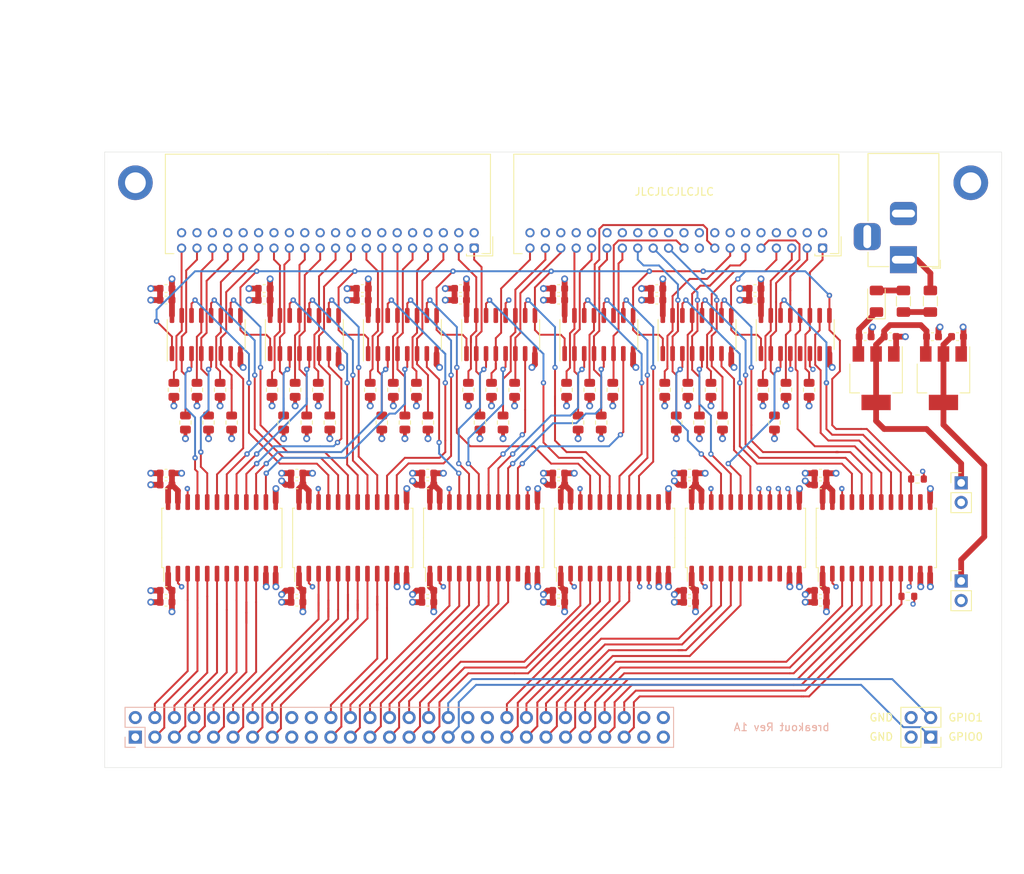
<source format=kicad_pcb>
(kicad_pcb (version 20240108) (generator "pcbnew") (generator_version "8.0")
  (layers (0 "F.Cu" signal) (1 "In1.Cu" power) (2 "In2.Cu" power) (31 "B.Cu" signal) (34 "B.Paste" user) (35 "F.Paste" user) (36 "B.SilkS" user "B.Silkscreen") (37 "F.SilkS" user "F.Silkscreen") (38 "B.Mask" user) (39 "F.Mask" user) (44 "Edge.Cuts" user))
  (net 0 "")
  (net 1 "Bus Out P")
  (net 2 "GND")
  (net 3 "Bus Out 0")
  (net 4 "Bus Out 1")
  (net 5 "Bus Out 2")
  (net 6 "Bus Out 3")
  (net 7 "Bus Out 4")
  (net 8 "Bus Out 5")
  (net 9 "Bus Out 6")
  (net 10 "Bus Out 7")
  (net 11 "Mark 0 Out")
  (net 12 "Bus In P")
  (net 13 "Bus In 0")
  (net 14 "Bus In 1")
  (net 15 "Bus In 2")
  (net 16 "Bus In 3")
  (net 17 "Bus In 4")
  (net 18 "Bus In 5")
  (net 19 "Bus In 6")
  (net 20 "Bus In 7")
  (net 21 "Mark 0 In")
  (net 22 "Operational In")
  (net 23 "Address In")
  (net 24 "Service In")
  (net 25 "Select In")
  (net 26 "Select Out")
  (net 27 "Address Out")
  (net 28 "Command Out")
  (net 29 "Suppress Out")
  (net 30 "Service Out")
  (net 31 "Clock Out")
  (net 32 "Metering Out")
  (net 33 "Metering In")
  (net 34 "Request In")
  (net 35 "Data In")
  (net 36 "Data Out")
  (net 37 "Disconnect In")
  (net 38 "Hold Out")
  (net 39 "Operational Out")
  (net 40 "~{3V3 Request In}")
  (net 41 "~{3V3 Operational In}")
  (net 42 "~{3V3 Address In}")
  (net 43 "5V Bus Out 1")
  (net 44 "5V Bus Out 0")
  (net 45 "5V Bus Out P")
  (net 46 "~{3V3 Bus In 6}")
  (net 47 "~{3V3 Bus In P}")
  (net 48 "+5V")
  (net 49 "~{3V3 Bus In 5}")
  (net 50 "5V Bus Out 4")
  (net 51 "5V Bus Out 3")
  (net 52 "5V Bus Out 2")
  (net 53 "~{3V3 Bus In 4}")
  (net 54 "~{3V3 Bus In 0}")
  (net 55 "~{3V3 Bus In 2}")
  (net 56 "5V Bus Out 7")
  (net 57 "5V Bus Out 6")
  (net 58 "5V Bus Out 5")
  (net 59 "~{3V3 Bus In 7}")
  (net 60 "Status In")
  (net 61 "~{3V3 Data In}")
  (net 62 "~{3V3 Disconnect In}")
  (net 63 "5V Command Out")
  (net 64 "5V Address Out")
  (net 65 "5V Select Out")
  (net 66 "~{3V3 Select In}")
  (net 67 "~{3V3 Mark 0 In}")
  (net 68 "~{3V3 Metering In}")
  (net 69 "5V Data Out")
  (net 70 "5V Service Out")
  (net 71 "5V Suppress Out")
  (net 72 "~{3V3 Bus In 1}")
  (net 73 "~{3V3 Bus In 3}")
  (net 74 "5V Enable")
  (net 76 "5V Hold Out")
  (net 77 "~{3V3 Status In}")
  (net 78 "~{3V3 Service In}")
  (net 79 "5V Metering Out")
  (net 80 "5V Clock Out")
  (net 81 "5V Mark 0 Out")
  (net 82 "+3V3")
  (net 83 "3V3 Enable")
  (net 94 "3V3 Bus Out P")
  (net 95 "3V3 Bus Out 0")
  (net 96 "3V3 Bus Out 1")
  (net 97 "3V3 Bus Out 2")
  (net 98 "3V3 Bus Out 3")
  (net 99 "3V3 Bus Out 4")
  (net 100 "3V3 Bus Out 5")
  (net 101 "3V3 Bus Out 6")
  (net 102 "3V3 Bus Out 7")
  (net 103 "3V3 Select Out")
  (net 104 "3V3 Address Out")
  (net 105 "3V3 Command Out")
  (net 106 "3V3 Suppress Out")
  (net 107 "3V3 Service Out")
  (net 108 "3V3 Data Out")
  (net 109 "3V3 Hold Out")
  (net 110 "3V3 Operational Out")
  (net 111 "3V3 Mark 0 Out")
  (net 112 "3V3 Clock Out")
  (net 113 "3V3 Metering Out")
  (net 114 "~{5V Bus In 1}")
  (net 115 "~{5V Bus In 0}")
  (net 116 "~{5V Bus In P}")
  (net 117 "~{5V Bus In 3}")
  (net 118 "~{5V Bus In 2}")
  (net 119 "~{5V Bus In 4}")
  (net 120 "~{5V Bus In 5}")
  (net 121 "~{5V Bus In 7}")
  (net 122 "~{5V Bus In 6}")
  (net 123 "~{5V Service In}")
  (net 124 "~{5V Address In}")
  (net 125 "~{5V Metering In}")
  (net 126 "~{5V Request In}")
  (net 127 "~{5V Select In}")
  (net 128 "~{5V Data In}")
  (net 129 "~{5V Disconnect In}")
  (net 130 "~{5V Mark 0 In}")
  (net 131 "~{5V Operational In}")
  (net 132 "~{5V Status In}")
  (net 133 "Net-(F1-Pad1)")
  (net 134 "Net-(D1-K)")
  (net 136 "unconnected-(U10-B8-Pad14)")
  (net 137 "Net-(JP1-A)")
  (net 138 "Net-(JP2-A)")
  (net 139 "Net-(F1-Pad2)")
  (net 141 "5V Operational Out")
  (net 146 "GPIO0")
  (net 147 "GPIO1")
  (net 149 "VDC")
  (footprint "Package_TO_SOT_SMD:SOT-223-3_TabPin2" (layer "F.Cu") (at 214.7 67.9 -90)
    (property "Reference" "U15" (hide yes))
    (property "Value" "LD1117S33TR_SOT223")
  )
  (footprint "Capacitor_SMD:C_0603_1608Metric" (layer "F.Cu") (at 126.475 56.25 180)
    (property "Reference" "C12" (hide yes))
    (property "Value" "0.1 uF")
  )
  (footprint "Resistor_SMD:R_0805_2012Metric" (layer "F.Cu") (at 143.25 69.4125 -90)
    (property "Reference" "R6" (hide yes))
    (property "Value" "95")
  )
  (footprint "Capacitor_SMD:C_0603_1608Metric" (layer "F.Cu") (at 130.725 95.5 180)
    (property "Reference" "C33" (hide yes))
    (property "Value" "1 uF")
  )
  (footprint "Resistor_SMD:R_0805_2012Metric" (layer "F.Cu") (at 153 69.4125 -90)
    (property "Reference" "R2" (hide yes))
    (property "Value" "95")
  )
  (footprint "Capacitor_SMD:C_0603_1608Metric" (layer "F.Cu") (at 113.725 56.25 180)
    (property "Reference" "C13" (hide yes))
    (property "Value" "1 uF")
  )
  (footprint "Capacitor_SMD:C_0603_1608Metric" (layer "F.Cu") (at 113.725 81.75 180)
    (property "Reference" "C15" (hide yes))
    (property "Value" "1 uF")
  )
  (footprint "Package_SO:SOIC-16_3.9x9.9mm_P1.27mm" (layer "F.Cu") (at 144.425 62.225 90)
    (property "Reference" "U3" (hide yes))
    (property "Value" "SN751730")
  )
  (footprint "Capacitor_SMD:C_0603_1608Metric" (layer "F.Cu") (at 216.525 62.5)
    (property "Reference" "C41" (hide yes))
    (property "Value" "10 uF")
  )
  (footprint "Capacitor_SMD:C_0603_1608Metric" (layer "F.Cu") (at 151.975 57.75 180)
    (property "Reference" "C8" (hide yes))
    (property "Value" "0.1 uF")
  )
  (footprint "Capacitor_SMD:C_0603_1608Metric" (layer "F.Cu") (at 130.725 80.25 180)
    (property "Reference" "C28" (hide yes))
    (property "Value" "0.1 uF")
  )
  (footprint "Resistor_SMD:R_0805_2012Metric" (layer "F.Cu") (at 120.75 69.4125 -90)
    (property "Reference" "R16" (hide yes))
    (property "Value" "95")
  )
  (footprint "Capacitor_SMD:C_0603_1608Metric" (layer "F.Cu") (at 113.725 57.75 180)
    (property "Reference" "C14" (hide yes))
    (property "Value" "0.1 uF")
  )
  (footprint "Capacitor_SMD:C_0603_1608Metric" (layer "F.Cu") (at 147.725 97 180)
    (property "Reference" "C36" (hide yes))
    (property "Value" "0.1 uF")
  )
  (footprint "Capacitor_SMD:C_0603_1608Metric" (layer "F.Cu") (at 139.225 57.75 180)
    (property "Reference" "C9" (hide yes))
    (property "Value" "1 uF")
  )
  (footprint "Capacitor_SMD:C_0603_1608Metric" (layer "F.Cu") (at 147.725 81.75 180)
    (property "Reference" "C29" (hide yes))
    (property "Value" "1 uF")
  )
  (footprint "Resistor_SMD:R_0805_2012Metric" (layer "F.Cu") (at 119.25 73.6625 -90)
    (property "Reference" "R17" (hide yes))
    (property "Value" "95")
  )
  (footprint "Resistor_SMD:R_0603_1608Metric" (layer "F.Cu") (at 211.325 81)
    (property "Reference" "R34" (hide yes))
    (property "Value" "10k")
  )
  (footprint "Resistor_SMD:R_0805_2012Metric" (layer "F.Cu") (at 181.5 69.4125 -90)
    (property "Reference" "R23" (hide yes))
    (property "Value" "95")
  )
  (footprint "Capacitor_SMD:C_0603_1608Metric" (layer "F.Cu") (at 198.725 80.25 180)
    (property "Reference" "C24" (hide yes))
    (property "Value" "0.1 uF")
  )
  (footprint "Diode_SMD:D_1206_3216Metric" (layer "F.Cu") (at 206 57.9 90)
    (property "Reference" "D1" (hide yes))
    (property "Value" "D_Schottky")
  )
  (footprint "Package_SO:SOIC-16_3.9x9.9mm_P1.27mm" (layer "F.Cu") (at 131.695 62.225 90)
    (property "Reference" "U2" (hide yes))
    (property "Value" "SN751730")
  )
  (footprint "Package_SO:SOIC-16_3.9x9.9mm_P1.27mm" (layer "F.Cu") (at 182.695 62.225 90)
    (property "Reference" "U5" (hide yes))
    (property "Value" "SN751730")
  )
  (footprint "Resistor_SMD:R_0805_2012Metric" (layer "F.Cu") (at 167.25 73.6625 -90)
    (property "Reference" "R32" (hide yes))
    (property "Value" "95")
  )
  (footprint "Capacitor_SMD:C_0603_1608Metric" (layer "F.Cu") (at 113.725 80.25 180)
    (property "Reference" "C16" (hide yes))
    (property "Value" "0.1 uF")
  )
  (footprint "Resistor_SMD:R_0805_2012Metric" (layer "F.Cu") (at 170.25 73.6625 -90)
    (property "Reference" "R38" (hide yes))
    (property "Value" "95")
  )
  (footprint "Resistor_SMD:R_0805_2012Metric" (layer "F.Cu") (at 144.75 73.6625 -90)
    (property "Reference" "R5" (hide yes))
    (property "Value" "95")
  )
  (footprint "Capacitor_SMD:C_0603_1608Metric" (layer "F.Cu") (at 181.725 95.5 180)
    (property "Reference" "C37" (hide yes))
    (property "Value" "1 uF")
  )
  (footprint "Resistor_SMD:R_0805_2012Metric" (layer "F.Cu") (at 180 73.6625 -90)
    (property "Reference" "R30" (hide yes))
    (property "Value" "95")
  )
  (footprint "Capacitor_SMD:C_0603_1608Metric" (layer "F.Cu") (at 164.725 57.75 180)
    (property "Reference" "C1" (hide yes))
    (property "Value" "1 uF")
  )
  (footprint "MountingHole:MountingHole_2.7mm_M2.5_ISO7380_Pad" (layer "F.Cu") (at 109.75 42.5)
    (property "Reference" "H1" (hide yes))
    (property "Value" "MountingHole_Pad")
  )
  (footprint "Fuse:Fuse_1206_3216Metric" (layer "F.Cu") (at 209.5 57.9 90)
    (property "Reference" "FB1" (hide yes))
    (property "Value" "FerriteBead")
  )
  (footprint "Capacitor_SMD:C_0603_1608Metric" (layer "F.Cu") (at 198.725 81.75 180)
    (property "Reference" "C23" (hide yes))
    (property "Value" "1 uF")
  )
  (footprint "Package_SO:SOIC-16_3.9x9.9mm_P1.27mm" (layer "F.Cu") (at 195.445 62.225 90)
    (property "Reference" "U6" (hide yes))
    (property "Value" "SN751730")
  )
  (footprint "Package_TO_SOT_SMD:SOT-223-3_TabPin2" (layer "F.Cu") (at 205.95 67.9 -90)
    (property "Reference" "U14" (hide yes))
    (property "Value" "LD1117S50TR_SOT223")
  )
  (footprint "Resistor_SMD:R_0805_2012Metric" (layer "F.Cu") (at 122.25 73.6625 -90)
    (property "Reference" "R15" (hide yes))
    (property "Value" "95")
  )
  (footprint "Resistor_SMD:R_0805_2012Metric" (layer "F.Cu") (at 157.5 73.6625 -90)
    (property "Reference" "R40" (hide yes))
    (property "Value" "95")
  )
  (footprint "Resistor_SMD:R_0805_2012Metric" (layer "F.Cu") (at 194.25 69.4125 -90)
    (property "Reference" "R21" (hide yes))
    (property "Value" "95")
  )
  (footprint "Capacitor_SMD:C_0603_1608Metric" (layer "F.Cu") (at 190.225 56.25 180)
    (property "Reference" "C6" (hide yes))
    (property "Value" "0.1 uF")
  )
  (footprint "Resistor_SMD:R_0805_2012Metric" (layer "F.Cu") (at 116.25 73.6625 -90)
    (property "Reference" "R19" (hide yes))
    (property "Value" "95")
  )
  (footprint "Resistor_SMD:R_0805_2012Metric" (layer "F.Cu") (at 114.75 69.4125 -90)
    (property "Reference" "R20" (hide yes))
    (property "Value" "95")
  )
  (footprint "Capacitor_SMD:C_0603_1608Metric" (layer "F.Cu") (at 177.475 57.75 180)
    (property "Reference" "C3" (hide yes))
    (property "Value" "1 uF")
  )
  (footprint "Capacitor_SMD:C_0603_1608Metric" (layer "F.Cu") (at 198.725 95.5 180)
    (property "Reference" "C19" (hide yes))
    (property "Value" "1 uF")
  )
  (footprint "Connector_PinHeader_2.54mm:PinHeader_2x02_P2.54mm_Vertical" (layer "F.Cu") (at 213.04 114.54 180)
    (property "Reference" "J6" (hide yes))
    (property "Value" "Conn_02x02_Odd_Even")
  )
  (footprint "Resistor_SMD:R_0805_2012Metric" (layer "F.Cu") (at 178.5 69.4125 -90)
    (property "Reference" "R37" (hide yes))
    (property "Value" "95")
  )
  (footprint "Capacitor_SMD:C_0603_1608Metric" (layer "F.Cu") (at 147.725 80.25 180)
    (property "Reference" "C30" (hide yes))
    (property "Value" "0.1 uF")
  )
  (footprint "Package_SO:SOIC-24W_7.5x15.4mm_P1.27mm" (layer "F.Cu") (at 137.985 88.65 90)
    (property "Reference" "U8" (hide yes))
    (property "Value" "SN74LVC8T245")
  )
  (footprint "Resistor_SMD:R_0805_2012Metric" (layer "F.Cu") (at 186 73.6625 -90)
    (property "Reference" "R22" (hide yes))
    (property "Value" "95")
  )
  (footprint "Resistor_SMD:R_0805_2012Metric" (layer "F.Cu") (at 184.5 69.4125 -90)
    (property "Reference" "R29" (hide yes))
    (property "Value" "95")
  )
  (footprint "Package_SO:SOIC-24W_7.5x15.4mm_P1.27mm" (layer "F.Cu") (at 154.985 88.65 90)
    (property "Reference" "U12" (hide yes))
    (property "Value" "SN74LVC8T245")
  )
  (footprint "Capacitor_SMD:C_0603_1608Metric" (layer "F.Cu") (at 126.475 57.75 180)
    (property "Reference" "C11" (hide yes))
    (property "Value" "1 uF")
  )
  (footprint "Capacitor_SMD:C_0603_1608Metric" (layer "F.Cu") (at 113.725 97 180)
    (property "Reference" "C18" (hide yes))
    (property "Value" "0.1 uF")
  )
  (footprint "Resistor_SMD:R_0805_2012Metric" (layer "F.Cu") (at 141.75 73.6625 -90)
    (property "Reference" "R7" (hide yes))
    (property "Value" "95")
  )
  (footprint "Resistor_SMD:R_0805_2012Metric" (layer "F.Cu") (at 191.25 69.4125 -90)
    (property "Reference" "R35" (hide yes))
    (property "Value" "95")
  )
  (footprint "Resistor_SMD:R_0805_2012Metric" (layer "F.Cu") (at 197.25 69.4125 -90)
    (property "Reference" "R26" (hide yes))
    (property "Value" "95")
  )
  (footprint "Capacitor_SMD:C_0603_1608Metric" (layer "F.Cu") (at 164.725 56.25 180)
    (property "Reference" "C2" (hide yes))
    (property "Value" "0.1 uF")
  )
  (footprint "Connector_PinHeader_2.54mm:PinHeader_1x02_P2.54mm_Vertical" (layer "F.Cu") (at 217 81.5)
    (property "Reference" "JP1" (hide yes))
    (property "Value" "Jumper_2_Bridged")
  )
  (footprint "Package_SO:SOIC-24W_7.5x15.4mm_P1.27mm" (layer "F.Cu") (at 205.985 88.65 90)
    (property "Reference" "U10" (hide yes))
    (property "Value" "SN74LVC8T245")
  )
  (footprint "Capacitor_SMD:C_0603_1608Metric" (layer "F.Cu") (at 190.225 57.75 180)
    (property "Reference" "C5" (hide yes))
    (property "Value" "1 uF")
  )
  (footprint "Resistor_SMD:R_0805_2012Metric" (layer "F.Cu") (at 127.5 69.4125 -90)
    (property "Reference" "R14" (hide yes))
    (property "Value" "95")
  )
  (footprint "Capacitor_SMD:C_0603_1608Metric" (layer "F.Cu") (at 147.725 95.5 180)
    (property "Reference" "C35" (hide yes))
    (property "Value" "1 uF")
  )
  (footprint "Connector_JST:JST_PUD_S40B-PUDSS-1_2x20_P2.00mm_Horizontal" (layer "F.Cu") (at 153.75 51 180)
    (property "Reference" "J1" (hide yes))
    (property "Value" "Bus Out")
  )
  (footprint "Resistor_SMD:R_0805_2012Metric" (layer "F.Cu") (at 183 73.6625 -90)
    (property "Reference" "R36" (hide yes))
    (property "Value" "95")
  )
  (footprint "Capacitor_SMD:C_0603_1608Metric" (layer "F.Cu") (at 177.475 56.25 180)
    (property "Reference" "C4" (hide yes))
    (property "Value" "0.1 uF")
  )
  (footprint "Capacitor_SMD:C_0603_1608Metric" (layer "F.Cu") (at 164.725 80.25 180)
    (property "Reference" "C26" (hide yes))
    (property "Value" "0.1 uF")
  )
  (footprint "Resistor_SMD:R_0805_2012Metric" (layer "F.Cu") (at 129 73.6625 -90)
    (property "Reference" "R13" (hide yes))
    (property "Value" "95")
  )
  (footprint "Resistor_SMD:R_0805_2012Metric" (layer "F.Cu") (at 154.5 73.6625 -90)
    (property "Reference" "R1" (hide yes))
    (property "Value" "95")
  )
  (footprint "Capacitor_SMD:C_0603_1608Metric" (layer "F.Cu") (at 204.525 62.5)
    (property "Reference" "C40" (hide yes))
    (property "Value" "0.1 uF")
  )
  (footprint "Capacitor_SMD:C_0603_1608Metric" (layer "F.Cu") (at 164.725 95.5 180)
    (property "Reference" "C21" (hide yes))
    (property "Value" "1 uF")
  )
  (footprint "Resistor_SMD:R_0805_2012Metric" (layer "F.Cu") (at 159 69.4125 -90)
    (property "Reference" "R33" (hide yes))
    (property "Value" "95")
  )
  (footprint "Resistor_SMD:R_0805_2012Metric" (layer "F.Cu") (at 165.75 69.4125 -90)
    (property "Reference" "R31" (hide yes))
    (property "Value" "95")
  )
  (footprint "Capacitor_SMD:C_0603_1608Metric" (layer "F.Cu") (at 139.225 56.25 180)
    (property "Reference" "C10" (hide yes))
    (property "Value" "0.1 uF")
  )
  (footprint "Resistor_SMD:R_0805_2012Metric" (layer "F.Cu") (at 156 69.4125 -90)
    (property "Reference" "R27" (hide yes))
    (property "Value" "95")
  )
  (footprint "Capacitor_SMD:C_0603_1608Metric" (layer "F.Cu") (at 181.725 97 180)
    (property "Reference" "C38" (hide yes))
    (property "Value" "0.1 uF")
  )
  (footprint "Resistor_SMD:R_0805_2012Metric" (layer "F.Cu") (at 130.5 69.4125 -90)
    (property "Reference" "R12" (hide yes))
    (property "Value" "95")
  )
  (footprint "Resistor_SMD:R_0805_2012Metric" (layer "F.Cu") (at 132 73.6625 -90)
    (property "Reference" "R11" (hide yes))
    (property "Value" "95")
  )
  (footprint "Fuse:Fuse_1206_3216Metric" (layer "F.Cu") (at 213 57.9 -90)
    (property "Reference" "F1" (hide yes))
    (property "Value" "750 mA")
  )
  (footprint "Capacitor_SMD:C_0603_1608Metric" (layer "F.Cu") (at 151.975 56.25 180)
    (property "Reference" "C7" (hide yes))
    (property "Value" "1 uF")
  )
  (footprint "Resistor_SMD:R_0805_2012Metric" (layer "F.Cu") (at 117.75 69.4125 -90)
    (property "Reference" "R18" (hide yes))
    (property "Value" "95")
  )
  (footprint "Resistor_SMD:R_0805_2012Metric" (layer "F.Cu") (at 146.25 69.4125 -90)
    (property "Reference" "R4" (hide yes))
    (property "Value" "95")
  )
  (footprint "Capacitor_SMD:C_0603_1608Metric" (layer "F.Cu") (at 181.725 81.75 180)
    (property "Reference" "C31" (hide yes))
    (property "Value" "1 uF")
  )
  (footprint "Resistor_SMD:R_0805_2012Metric" (layer "F.Cu") (at 135 73.6625 -90)
    (property "Reference" "R9" (hide yes))
    (property "Value" "95")
  )
  (footprint "Resistor_SMD:R_0603_1608Metric" (layer "F.Cu") (at 210.075 96.25)
    (property "Reference" "R39" (hide yes))
    (property "Value" "10k")
  )
  (footprint "MountingHole:MountingHole_2.7mm_M2.5_ISO7380_Pad" (layer "F.Cu") (at 218.25 42.5)
    (property "Reference" "H2" (hide yes))
    (property "Value" "MountingHole_Pad")
  )
  (footprint "Resistor_SMD:R_0805_2012Metric" (layer "F.Cu") (at 140.25 69.4125 -90)
    (property "Reference" "R8" (hide yes))
    (property "Value" "95")
  )
  (footprint "Resistor_SMD:R_0805_2012Metric" (layer "F.Cu") (at 168.75 69.4125 -90)
    (property "Reference" "R25" (hide yes))
    (property "Value" "95")
  )
  (footprint "Connector_BarrelJack:BarrelJack_Horizontal" (layer "F.Cu") (at 209.5 52.5 -90)
    (property "Reference" "J4" (hide yes))
    (property "Value" "Jack-DC")
  )
  (footprint "Package_SO:SOIC-16_3.9x9.9mm_P1.27mm" (layer "F.Cu") (at 169.945 62.225 90)
    (property "Reference" "U4" (hide yes))
    (property "Value" "SN751730")
  )
  (footprint "Package_SO:SOIC-24W_7.5x15.4mm_P1.27mm" (layer "F.Cu") (at 188.985 88.65 90)
    (property "Reference" "U13" (hide yes))
    (property "Value" "SN74LVC8T245")
  )
  (footprint "Capacitor_SMD:C_0603_1608Metric" (layer "F.Cu") (at 207.775 62.5)
    (property "Reference" "C39" (hide yes))
    (property "Value" "10 uF")
  )
  (footprint "Connector_PinHeader_2.54mm:PinHeader_1x02_P2.54mm_Vertical" (layer "F.Cu") (at 217 94.25)
    (property "Reference" "JP2" (hide yes))
    (property "Value" "Jumper_2_Bridged")
  )
  (footprint "Resistor_SMD:R_0805_2012Metric" (layer "F.Cu") (at 192.75 73.6625 -90)
    (property "Reference" "R28" (hide yes))
    (property "Value" "95")
  )
  (footprint "Capacitor_SMD:C_0603_1608Metric" (layer "F.Cu") (at 181.725 80.25 180)
    (property "Reference" "C32" (hide yes))
    (property "Value" "0.1 uF")
  )
  (footprint "Capacitor_SMD:C_0603_1608Metric" (layer "F.Cu") (at 113.725 95.5 180)
    (property "Reference" "C17" (hide yes))
    (property "Value" "1 uF")
  )
  (footprint "Package_SO:SOIC-16_3.9x9.9mm_P1.27mm" (layer "F.Cu") (at 157.195 62.225 90)
    (property "Reference" "U7" (hide yes))
    (property "Value" "SN751730")
  )
  (footprint "Capacitor_SMD:C_0603_1608Metric" (layer "F.Cu") (at 198.725 97 180)
    (property "Reference" "C20" (hide yes))
    (property "Value" "0.1 uF")
  )
  (footprint "Connector_JST:JST_PUD_S40B-PUDSS-1_2x20_P2.00mm_Horizontal" (layer "F.Cu") (at 199 51 180)
    (property "Reference" "J2" (hide yes))
    (property "Value" "Tag Out")
  )
  (footprint "Capacitor_SMD:C_0603_1608Metric" (layer "F.Cu") (at 130.725 81.75 180)
    (property "Reference" "C27" (hide yes))
    (property "Value" "1 uF")
  )
  (footprint "Resistor_SMD:R_0805_2012Metric" (layer "F.Cu") (at 171.75 69.4125 -90)
    (property "Reference" "R24" (hide yes))
    (property "Value" "95")
  )
  (footprint "Capacitor_SMD:C_0603_1608Metric" (layer "F.Cu") (at 213.275 62.5)
    (property "Reference" "C42" (hide yes))
    (property "Value" "0.1 uF")
  )
  (footprint "Capacitor_SMD:C_0603_1608Metric" (layer "F.Cu") (at 164.725 97 180)
    (property "Reference" "C22" (hide yes))
    (property "Value" "0.1 uF")
  )
  (footprint "Package_SO:SOIC-24W_7.5x15.4mm_P1.27mm" (layer "F.Cu") (at 171.985 88.65 90)
    (property "Reference" "U9" (hide yes))
    (property "Value" "SN74LVC8T245")
  )
  (footprint "Package_SO:SOIC-24W_7.5x15.4mm_P1.27mm" (layer "F.Cu") (at 120.985 88.65 90)
    (property "Reference" "U11" (hide yes))
    (property "Value" "SN74LVC8T245")
  )
  (footprint "Capacitor_SMD:C_0603_1608Metric" (layer "F.Cu") (at 130.725 97 180)
    (property "Reference" "C34" (hide yes))
    (property "Value" "0.1 uF")
  )
  (footprint "Resistor_SMD:R_0805_2012Metric" (layer "F.Cu") (at 133.5 69.4125 -90)
    (property "Reference" "R10" (hide yes))
    (property "Value" "95")
  )
  (footprint "Capacitor_SMD:C_0603_1608Metric" (layer "F.Cu") (at 164.725 81.75 180)
    (property "Reference" "C25" (hide yes))
    (property "Value" "1 uF")
  )
  (footprint "Resistor_SMD:R_0805_2012Metric" (layer "F.Cu") (at 147.75 73.6625 -90)
    (property "Reference" "R3" (hide yes))
    (property "Value" "95")
  )
  (footprint "Package_SO:SOIC-16_3.9x9.9mm_P1.27mm" (layer "F.Cu") (at 118.945 62.225 90)
    (property "Reference" "U1" (hide yes))
    (property "Value" "SN751730")
  )
  (footprint "Connector_PinSocket_2.54mm:PinSocket_2x28_P2.54mm_Vertical" (layer "B.Cu") (at 109.74 114.54 -90)
    (property "Reference" "J3" (hide yes))
    (property "Value" "Conn_02x28_Odd_Even")
  )
  (gr_rect (start 105.75 38.5) (end 222.25 118.5) (stroke (width 0.05)) (fill none) (layer "Edge.Cuts"))
  (gr_text "breakout Rev 1A" (at 200 113.25 0) (layer "B.SilkS") (effects (font (size 1 1)) (justify left mirror)))
  (gr_text "GPIO1" (at 215.25 112 0) (layer "F.SilkS") (effects (font (size 1 1)) (justify left)))
  (gr_text "GPIO0" (at 215.25 114.5 0) (layer "F.SilkS") (effects (font (size 1 1)) (justify left)))
  (gr_text "GND" (at 208.25 114.5 0) (layer "F.SilkS") (effects (font (size 1 1)) (justify right)))
  (gr_text "JLCJLCJLCJLC" (at 174.5 44.25 0) (layer "F.SilkS") (effects (font (size 1 1)) (justify left bottom)))
  (gr_text "GND" (at 208.25 112 0) (layer "F.SilkS") (effects (font (size 1 1)) (justify right)))
  (segment (start 115.77 61.73) (end 115.77 59.75) (width 0.25) (layer "F.Cu") (net 1))
  (segment (start 114.6926 68.4426) (end 114.75 68.5) (width 0.25) (layer "F.Cu") (net 1))
  (segment (start 115.75 51) (end 115.75 59.73) (width 0.25) (layer "F.Cu") (net 1))
  (segment (start 115.0774 66.75) (end 115.0774 62.4226) (width 0.25) (layer "F.Cu") (net 1))
  (segment (start 114.75 67.0774) (end 115.0774 66.75) (width 0.25) (layer "F.Cu") (net 1))
  (segment (start 115.0774 62.4226) (end 115.77 61.73) (width 0.25) (layer "F.Cu") (net 1))
  (segment (start 114.75 68.5) (end 114.75 67.0774) (width 0.25) (layer "F.Cu") (net 1))
  (segment (start 115.75 59.73) (end 115.77 59.75) (width 0.25) (layer "F.Cu") (net 1))
  (segment (start 146.25 70.325) (end 146.25 71.5) (width 0.5) (layer "F.Cu") (net 2))
  (segment (start 180.95 95.5) (end 180.95 97) (width 0.75) (layer "F.Cu") (net 2))
  (segment (start 192.16 82.41) (end 192 82.25) (width 0.254) (layer "F.Cu") (net 2))
  (segment (start 115.27 93.3) (end 115.27 94.52) (width 0.25) (layer "F.Cu") (net 2))
  (segment (start 191.25 70.325) (end 191.25 71.5) (width 0.5) (layer "F.Cu") (net 2))
  (segment (start 180.95 97) (end 179.75 97) (width 0.75) (layer "F.Cu") (net 2))
  (segment (start 197.35 64.7) (end 197.35 66.35) (width 0.25) (layer "F.Cu") (net 2))
  (segment (start 163.95 80.25) (end 163.95 81.75) (width 0.75) (layer "F.Cu") (net 2))
  (segment (start 189.45 57.75) (end 188.25 57.75) (width 0.75) (layer "F.Cu") (net 2))
  (segment (start 163.95 57.75) (end 162.75 57.75) (width 0.75) (layer "F.Cu") (net 2))
  (segment (start 129.95 97) (end 128.75 97) (width 0.75) (layer "F.Cu") (net 2))
  (segment (start 151.2 56.25) (end 150 56.25) (width 0.75) (layer "F.Cu") (net 2))
  (segment (start 197.25 70.325) (end 197.25 71.5) (width 0.5) (layer "F.Cu") (net 2))
  (segment (start 177.7 94.95) (end 177.75 95) (width 0.75) (layer "F.Cu") (net 2))
  (segment (start 201.54 82.29) (end 201.5 82.25) (width 0.25) (layer "F.Cu") (net 2))
  (segment (start 217.3 62.5) (end 217.3 61.3) (width 0.75) (layer "F.Cu") (net 2))
  (segment (start 178.97 84) (end 178.97 82.28) (width 0.75) (layer "F.Cu") (net 2))
  (segment (start 192.16 84) (end 192.16 82.41) (width 0.254) (layer "F.Cu") (net 2))
  (segment (start 163.95 56.25) (end 163.95 57.75) (width 0.75) (layer "F.Cu") (net 2))
  (segment (start 212.97 94.97) (end 213 95) (width 0.75) (layer "F.Cu") (net 2))
  (segment (start 171.75 70.325) (end 171.75 71.5) (width 0.5) (layer "F.Cu") (net 2))
  (segment (start 181.5 70.325) (end 181.5 71.5) (width 0.5) (layer "F.Cu") (net 2))
  (segment (start 194.81 64.7) (end 194.81 66.6772) (width 0.254) (layer "F.Cu") (net 2))
  (segment (start 193.43 84) (end 193.43 82.43) (width 0.254) (layer "F.Cu") (net 2))
  (segment (start 201.54 84) (end 201.54 82.29) (width 0.25) (layer "F.Cu") (net 2))
  (segment (start 189.45 56.25) (end 188.25 56.25) (width 0.75) (layer "F.Cu") (net 2))
  (segment (start 165.75 71.5) (end 165.75 70.325) (width 0.5) (layer "F.Cu") (net 2))
  (segment (start 138.45 56.25) (end 137.25 56.25) (width 0.75) (layer "F.Cu") (net 2))
  (segment (start 176.43 93.3) (end 176.43 94.93) (width 0.254) (layer "F.Cu") (net 2))
  (segment (start 151.2 57.75) (end 150 57.75) (width 0.75) (layer "F.Cu") (net 2))
  (segment (start 157.83 58.17) (end 158.25 57.75) (width 0.25) (layer "F.Cu") (net 2))
  (segment (start 116.54 82.29) (end 116.5 82.25) (width 0.25) (layer "F.Cu") (net 2))
  (segment (start 199.89 64.7) (end 199.89 66.14) (width 0.75) (layer "F.Cu") (net 2))
  (segment (start 212.97 82.28) (end 213 82.25) (width 0.75) (layer "F.Cu") (net 2))
  (segment (start 144.97 94.97) (end 145 95) (width 0.75) (layer "F.Cu") (net 2))
  (segment (start 175.16 94.91) (end 175.25 95) (width 0.254) (layer "F.Cu") (net 2))
  (segment (start 133.54 82.29) (end 133.5 82.25) (width 0.25) (layer "F.Cu") (net 2))
  (segment (start 197.95 80.25) (end 196.75 80.25) (width 0.75) (layer "F.Cu") (net 2))
  (segment (start 194.7 82.45) (end 194.5 82.25) (width 0.254) (layer "F.Cu") (net 2))
  (segment (start 187.14 64.7) (end 187.14 66.14) (width 0.75) (layer "F.Cu") (net 2))
  (segment (start 208.55 64.45) (end 208.25 64.75) (width 0.75) (layer "F.Cu") (net 2))
  (segment (start 194.81 66.6772) (end 194.8828 66.75) (width 0.254) (layer "F.Cu") (net 2))
  (segment (start 132 74.575) (end 132 75.75) (width 0.5) (layer "F.Cu") (net 2))
  (segment (start 120.75 70.325) (end 120.75 71.5) (width 0.5) (layer "F.Cu") (net 2))
  (segment (start 178.97 93.3) (end 178.97 94.97) (width 0.75) (layer "F.Cu") (net 2))
  (segment (start 197.95 95.5) (end 197.25 95.5) (width 0.75) (layer "F.Cu") (net 2))
  (segment (start 112.95 57.75) (end 111.75 57.75) (width 0.75) (layer "F.Cu") (net 2))
  (segment (start 138.45 56.25) (end 138.45 57.75) (width 0.75) (layer "F.Cu") (net 2))
  (segment (start 190.89 84) (end 190.89 82.39) (width 0.254) (layer "F.Cu") (net 2))
  (segment (start 184.54 84) (end 184.54 82.29) (width 0.25) (layer "F.Cu") (net 2))
  (segment (start 210.43 94.82) (end 210.25 95) (width 0.254) (layer "F.Cu") (net 2))
  (segment (start 195.97 82.28) (end 196 82.25) (width 0.75) (layer "F.Cu") (net 2))
  (segment (start 127.97 94.97) (end 128 95) (width 0.75) (layer "F.Cu") (net 2))
  (segment (start 211.7 93.3) (end 211.7 94.95) (width 0.75) (layer "F.Cu") (net 2))
  (segment (start 197.25 95.5) (end 196.75 96) (width 0.75) (layer "F.Cu") (net 2))
  (segment (start 117.75 70.325) (end 117.75 71.5) (width 0.5) (layer "F.Cu") (net 2))
  (segment (start 160.7 94.95) (end 160.75 95) (width 0.75) (layer "F.Cu") (net 2))
  (segment (start 168.75 70.325) (end 168.75 71.5) (width 0.5) (layer "F.Cu") (net 2))
  (segment (start 178.5 70.325) (end 178.5 71.5) (width 0.5) (layer "F.Cu") (net 2))
  (segment (start 163.95 81.75) (end 163.25 81.75) (width 0.75) (layer "F.Cu") (net 2))
  (segment (start 211.7 94.95) (end 211.75 95) (width 0.75) (layer "F.Cu") (net 2))
  (segment (start 197.95 97) (end 196.75 97) (width 0.75) (layer "F.Cu") (net 2))
  (segment (start 212.15 81) (end 212.15 80.15) (width 0.254) (layer "F.Cu") (net 2))
  (segment (start 192.75 74.575) (end 192.75 75.75) (width 0.5) (layer "F.Cu") (net 2))
  (segment (start 115.27 94.52) (end 115.75 95) (width 0.25) (layer "F.Cu") (net 2))
  (segment (start 129.25 81.75) (end 128.75 81.25) (width 0.75) (layer "F.Cu") (net 2))
  (segment (start 194.7 84) (end 194.7 82.45) (width 0.254) (layer "F.Cu") (net 2))
  (segment (start 178.97 82.28) (end 179 82.25) (width 0.75) (layer "F.Cu") (net 2))
  (segment (start 146.25 81.75) (end 145.75 81.25) (width 0.75) (layer "F.Cu") (net 2))
  (segment (start 197.25 81.75) (end 196.75 81.25) (width 0.75) (layer "F.Cu") (net 2))
  (segment (start 175.16 93.3) (end 175.16 94.91) (width 0.254) (layer "F.Cu") (net 2))
  (segment (start 197.95 80.25) (end 197.95 81.75) (width 0.75) (layer "F.Cu") (net 2))
  (segment (start 112.95 97) (end 111.75 97) (width 0.75) (layer "F.Cu") (net 2))
  (segment (start 212.15 80.15) (end 212 80) (width 0.254) (layer "F.Cu") (net 2))
  (segment (start 184.5 70.325) (end 184.5 71.5) (width 0.5) (layer "F.Cu") (net 2))
  (segment (start 212.97 93.3) (end 212.97 94.97) (width 0.75) (layer "F.Cu") (net 2))
  (segment (start 140.25 70.325) (end 140.25 71.5) (width 0.5) (layer "F.Cu") (net 2))
  (segment (start 129.95 80.25) (end 128.75 80.25) (width 0.75) (layer "F.Cu") (net 2))
  (segment (start 163.95 97) (end 162.75 97) (width 0.75) (layer "F.Cu") (net 2))
  (segment (start 205.3 61.45) (end 205.5 61.25) (width 0.75) (layer "F.Cu") (net 2))
  (segment (start 176.7 56.25) (end 176.7 57.75) (width 0.75) (layer "F.Cu") (net 2))
  (segment (start 212.97 84) (end 212.97 82.28) (width 0.75) (layer "F.Cu") (net 2))
  (segment (start 127.5 70.325) (end 127.5 71.5) (width 0.5) (layer "F.Cu") (net 2))
  (segment (start 153 70.325) (end 153 71.5) (width 0.5) (layer "F.Cu") (net 2))
  (segment (start 183.27 93.3) (end 183.27 94.52) (width 0.25) (layer "F.Cu") (net 2))
  (segment (start 208.55 62.5) (end 208.55 64.45) (width 0.75) (layer "F.Cu") (net 2))
  (segment (start 183.27 94.52) (end 183.75 95) (width 0.25) (layer "F.Cu") (net 2))
  (segment (start 127.97 93.3) (end 127.97 94.97) (width 0.75) (layer "F.Cu") (net 2))
  (segment (start 176.43 94.93) (end 176.5 95) (width 0.254) (layer "F.Cu") (net 2))
  (segment (start 161.64 64.7) (end 161.64 66.11) (width 0.75) (layer "F.Cu") (net 2))
  (segment (start 143.7 94.95) (end 143.75 95) (width 0.75) (layer "F.Cu") (net 2))
  (segment (start 116.25 74.575) (end 116.25 75.75) (width 0.5) (layer "F.Cu") (net 2))
  (segment (start 163.95 95.5) (end 163.95 97) (width 0.75) (layer "F.Cu") (net 2))
  (segment (start 146.95 97) (end 145.75 97) (width 0.75) (layer "F.Cu") (net 2))
  (segment (start 217.3 61.3) (end 217.25 61.25) (width 0.75) (layer "F.Cu") (net 2))
  (segment (start 161.97 84) (end 161.97 82.28) (width 0.75) (layer "F.Cu") (net 2))
  (segment (start 112.95 80.25) (end 111.75 80.25) (width 0.75) (layer "F.Cu") (net 2))
  (segment (start 163.25 81.75) (end 162.75 81.25) (width 0.75) (layer "F.Cu") (net 2))
  (segment (start 161.64 66.11) (end 161.25 66.5) (width 0.75) (layer "F.Cu") (net 2))
  (segment (start 133.54 84) (end 133.54 82.29) (width 0.25) (layer "F.Cu") (net 2))
  (segment (start 154.5 74.575) (end 154.5 75.75) (width 0.5) (layer "F.Cu") (net 2))
  (segment (start 143.25 70.325) (end 143.25 71.5) (width 0.5) (layer "F.Cu") (net 2))
  (segment (start 148.87 66.12) (end 149.25 66.5) (width 0.75) (layer "F.Cu") (net 2))
  (segment (start 112.95 81.75) (end 111.75 81.75) (width 0.75) (layer "F.Cu") (net 2))
  (segment (start 148.87 64.7) (end 148.87 66.12) (width 0.75) (layer "F.Cu") (net 2))
  (segment (start 129 74.575) (end 129 75.75) (width 0.5) (layer "F.Cu") (net 2))
  (segment (start 129.95 81.75) (end 129.25 81.75) (width 0.75) (layer "F.Cu") (net 2))
  (segment (start 146.95 95.5) (end 146.95 97) (width 0.75) (layer "F.Cu") (net 2))
  (segment (start 129.95 80.25) (end 129.95 81.75) (width 0.75) (layer "F.Cu") (net 2))
  (segment (start 161.97 82.28) (end 162 82.25) (width 0.75) (layer "F.Cu") (net 2))
  (segment (start 195.97 93.3) (end 195.97 94.97) (width 0.75) (layer "F.Cu") (net 2))
  (segment (start 160.7 82.3) (end 160.75 82.25) (width 0.25) (layer "F.Cu") (net 2))
  (segment (start 194.7 94.95) (end 194.75 95) (width 0.75) (layer "F.Cu") (net 2))
  (segment (start 195.97 94.97) (end 196 95) (width 0.75) (layer "F.Cu") (net 2))
  (segment (start 199.89 66.14) (end 200.25 66.5) (width 0.75) (layer "F.Cu") (net 2))
  (segment (start 150.54 82.29) (end 150.5 82.25) (width 0.25) (layer "F.Cu") (net 2))
  (segment (start 112.95 95.5) (end 111.75 95.5) (width 0.75) (layer "F.Cu") (net 2))
  (segment (start 116.54 84) (end 116.54 82.29) (width 0.25) (layer "F.Cu") (net 2))
  (segment (start 146.95 81.75) (end 146.25 81.75) (width 0.75) (layer "F.Cu") (net 2))
  (segment (start 112.95 56.25) (end 112.95 57.75) (width 0.75) (layer "F.Cu") (net 2))
  (segment (start 178.97 94.97) (end 179 95) (width 0.75) (layer "F.Cu") (net 2))
  (segment (start 129.95 95.5) (end 129.25 95.5) (width 0.75) (layer "F.Cu") (net 2))
  (segment (start 163.25 95.5) (end 162.75 96) (width 0.75) (layer "F.Cu") (net 2))
  (segment (start 214.05 62.5) (end 214.05 61.45) (width 0.75) (layer "F.Cu") (net 2))
  (segment (start 129.25 95.5) (end 128.75 96) (width 0.75) (layer "F.Cu") (net 2))
  (segment (start 144.75 74.575) (end 144.75 75.75) (width 0.5) (layer "F.Cu") (net 2))
  (segment (start 210.9 97.1) (end 210.75 97.25) (width 0.254) (layer "F.Cu") (net 2))
  (segment (start 180.95 95.5) (end 180.25 95.5) (width 0.75) (layer "F.Cu") (net 2))
  (segment (start 159 70.325) (end 159 71.5) (width 0.5) (layer "F.Cu") (net 2))
  (segment (start 135 74.575) (end 135 75.75) (width 0.5) (layer "F.Cu") (net 2))
  (segment (start 180.95 81.75) (end 180.25 81.75) (width 0.75) (layer "F.Cu") (net 2))
  (segment (start 149.27 94.52) (end 149.75 95) (width 0.25) (layer "F.Cu") (net 2))
  (segment (start 210.9 96.25) (end 210.9 97.1) (width 0.254) (layer "F.Cu") (net 2))
  (segment (start 160.7 93.3) (end 160.7 94.95) (width 0.75) (layer "F.Cu") (net 2))
  (segment (start 143.7 93.3) (end 143.7 94.95) (width 0.75) (layer "F.Cu") (net 2))
  (segment (start 147.75 74.575) (end 147.75 75.75) (width 0.5) (layer "F.Cu") (net 2))
  (segment (start 167.25 74.575) (end 167.25 75.75) (width 0.5) (layer "F.Cu") (net 2))
  (segment (start 177.7 93.3) (end 177.7 94.95) (width 0.75) (layer "F.Cu") (net 2))
  (segment (start 161.97 93.3) (end 161.97 94.97) (width 0.75) (layer "F.Cu") (net 2))
  (segment (start 112.95 56.25) (end 111.75 56.25) (width 0.75) (layer "F.Cu") (net 2))
  (segment (start 136.14 66.14) (end 136.5 66.5) (width 0.75) (layer "F.Cu") (net 2))
  (segment (start 144.97 93.3) (end 144.97 94.97) (width 0.75) (layer "F.Cu") (net 2))
  (segment (start 174.39 64.7) (end 174.39 66.14) (width 0.75) (layer "F.Cu") (net 2))
  (segment (start 157.83 59.75) (end 157.83 58.17) (width 0.25) (layer "F.Cu") (net 2))
  (segment (start 146.25 95.5) (end 145.75 96) (width 0.75) (layer "F.Cu") (net 2))
  (segment (start 176.7 57.75) (end 175.5 57.75) (width 0.75) (layer "F.Cu") (net 2))
  (segment (start 163.95 80.25) (end 162.75 80.25) (width 0.75) (layer "F.Cu") (net 2))
  (segment (start 144.97 82.28) (end 145 82.25) (width 0.75) (layer "F.Cu") (net 2))
  (segment (start 126.7 93.3) (end 126.7 94.95) (width 0.75) (layer "F.Cu") (net 2))
  (segment (start 138.45 57.75) (end 137.25 57.75) (width 0.75) (layer "F.Cu") (net 2))
  (segment (start 197.35 66.35) (end 197.75 66.75) (width 0.25) (layer "F.Cu") (net 2))
  (segment (start 180.95 80.25) (end 179.75 80.25) (width 0.75) (layer "F.Cu") (net 2))
  (segment (start 130.5 70.325) (end 130.5 71.5) (width 0.5) (layer "F.Cu") (net 2))
  (segment (start 156 70.325) (end 156 71.5) (width 0.5) (layer "F.Cu") (net 2))
  (segment (start 197.95 95.5) (end 197.95 97) (width 0.75) (layer "F.Cu") (net 2))
  (segment (start 146.95 80.25) (end 146.95 81.75) (width 0.75) (layer "F.Cu") (net 2))
  (segment (start 214.05 61.45) (end 214.25 61.25) (width 0.75) (layer "F.Cu") (net 2))
  (segment (start 125.7 57.75) (end 124.5 57.75) (width 0.75) (layer "F.Cu") (net 2))
  (segment (start 180.25 81.75) (end 179.75 81.25) (width 0.75) (layer "F.Cu") (net 2))
  (segment (start 161.97 94.97) (end 162 95) (width 0.75) (layer "F.Cu") (net 2))
  (segment (start 149.27 93.3) (end 149.27 94.52) (width 0.25) (layer "F.Cu") (net 2))
  (segment (start 157.5 74.575) (end 157.5 75.75) (width 0.5) (layer "F.Cu") (net 2))
  (segment (start 184.54 82.29) (end 184.5 82.25) (width 0.25) (layer "F.Cu") (net 2))
  (segment (start 122.25 74.575) (end 122.25 75.75) (width 0.5) (layer "F.Cu") (net 2))
  (segment (start 180 74.575) (end 180 75.75) (width 0.5) (layer "F.Cu") (net 2))
  (segment (start 127.97 84) (end 127.97 82.28) (width 0.75) (layer "F.Cu") (net 2))
  (segment (start 195.97 84) (end 195.97 82.28) (width 0.75) (layer "F.Cu") (net 2))
  (segment (start 194.25 70.325) (end 194.25 71.5) (width 0.5) (layer "F.Cu") (net 2))
  (segment (start 189.45 56.25) (end 189.45 57.75) (width 0.75) (layer "F.Cu") (net 2))
  (segment (start 151.2 56.25) (end 151.2 57.75) (width 0.75) (layer "F.Cu") (net 2))
  (segment (start 112.95 80.25) (end 112.95 81.75) (width 0.75) (layer "F.Cu") (net 2))
  (segment (start 194.7 93.3) (end 194.7 94.95) (width 0.75) (layer "F.Cu") (net 2))
  (segment (start 150.54 84) (end 150.54 82.29) (width 0.25) (layer "F.Cu") (net 2))
  (segment (start 197.95 81.75) (end 197.25 81.75) (width 0.75) (layer "F.Cu") (net 2))
  (segment (start 170.25 74.575) (end 170.25 75.75) (width 0.5) (layer "F.Cu") (net 2))
  (segment (start 180.25 95.5) (end 179.75 96) (width 0.75) (layer "F.Cu") (net 2))
  (segment (start 217.3 64.45) (end 217 64.75) (width 0.75) (layer "F.Cu") (net 2))
  (segment (start 133.5 70.325) (end 133.5 71.5) (width 0.5) (layer "F.Cu") (net 2))
  (segment (start 119.25 74.575) (end 119.25 75.75) (width 0.5) (layer "F.Cu") (net 2))
  (segment (start 123.39 64.7) (end 123.39 66.14) (width 0.75) (layer "F.Cu") (net 2))
  (segment (start 193.43 82.43) (end 193.25 82.25) (width 0.254) (layer "F.Cu") (net 2))
  (segment (start 112.95 95.5) (end 112.95 97) (width 0.75) (layer "F.Cu") (net 2))
  (segment (start 167.54 84) (end 167.54 82.29) (width 0.25) (layer "F.Cu") (net 2))
  (segment (start 127.97 82.28) (end 128 82.25) (width 0.75) (layer "F.Cu") (net 2))
  (segment (start 114.75 70.325) (end 114.75 71.5) (width 0.5) (layer "F.Cu") (net 2))
  (segment (start 186 74.575) (end 186 75.75) (width 0.5) (layer "F.Cu") (net 2))
  (segment (start 205.3 62.5) (end 205.3 61.45) (width 0.75) (layer "F.Cu") (net 2))
  (segment (start 217.3 62.5) (end 217.3 64.45) (width 0.75) (layer "F.Cu") (net 2))
  (segment (start 210.43 93.3) (end 210.43 94.82) (width 0.254) (layer "F.Cu") (net 2))
  (segment (start 167.54 82.29) (end 167.5 82.25) (width 0.25) (layer "F.Cu") (net 2))
  (segment (start 129.95 95.5) (end 129.95 97) (width 0.75) (layer "F.Cu") (net 2))
  (segment (start 125.7 56.25) (end 125.7 57.75) (width 0.75) (layer "F.Cu") (net 2))
  (segment (start 141.75 74.575) (end 141.75 75.75) (width 0.5) (layer "F.Cu") (net 2))
  (segment (start 183 74.575) (end 183 75.75) (width 0.5) (layer "F.Cu") (net 2))
  (segment (start 208.55 62.5) (end 209.75 62.5) (width 0.75) (layer "F.Cu") (net 2))
  (segment (start 180.95 81.75) (end 180.95 80.25) (width 0.75) (layer "F.Cu") (net 2))
  (segment (start 123.39 66.14) (end 123.75 66.5) (width 0.75) (layer "F.Cu") (net 2))
  (segment (start 125.7 56.25) (end 124.5 56.25) (width 0.75) (layer "F.Cu") (net 2))
  (segment (start 163.95 56.25) (end 162.75 56.25) (width 0.75) (layer "F.Cu") (net 2))
  (segment (start 160.7 84) (end 160.7 82.3) (width 0.25) (layer "F.Cu") (net 2))
  (segment (start 190.89 82.39) (end 190.75 82.25) (width 0.254) (layer "F.Cu") (net 2))
  (segment (start 146.95 95.5) (end 146.25 95.5) (width 0.75) (layer "F.Cu") (net 2))
  (segment (start 144.97 84) (end 144.97 82.28) (width 0.75) (layer "F.Cu") (net 2))
  (segment (start 174.39 66.14) (end 174.75 66.5) (width 0.75) (layer "F.Cu") (net 2))
  (segment (start 146.95 80.25) (end 145.75 80.25) (width 0.75) (layer "F.Cu") (net 2))
  (segment (start 163.95 95.5) (end 163.25 95.5) (width 0.75) (layer "F.Cu") (net 2))
  (segment (start 126.7 94.95) (end 126.75 95) (width 0.75) (layer "F.Cu") (net 2))
  (segment (start 176.7 56.25) (end 175.5 56.25) (width 0.75) (layer "F.Cu") (net 2))
  (segment (start 187.14 66.14) (end 187.5 66.5) (width 0.75) (layer "F.Cu") (net 2))
  (segment (start 136.14 64.7) (end 136.14 66.14) (width 0.75) (layer "F.Cu") (net 2))
  (via (at 158.25 57.75) (size 0.7) (drill 0.3) (layers "F.Cu" "B.Cu") (net 2))
  (via (at 162 95) (size 0.9) (drill 0.5) (layers "F.Cu" "B.Cu") (net 2))
  (via (at 149.25 66.5) (size 0.9) (drill 0.5) (layers "F.Cu" "B.Cu") (net 2))
  (via (at 160.75 82.25) (size 0.7) (drill 0.3) (layers "F.Cu" "B.Cu") (net 2))
  (via (at 130.5 71.5) (size 0.9) (drill 0.5) (layers "F.Cu" "B.Cu") (net 2))
  (via (at 123.75 66.5) (size 0.9) (drill 0.5) (layers "F.Cu" "B.Cu") (net 2))
  (via (at 147.75 75.75) (size 0.9) (drill 0.5) (layers "F.Cu" "B.Cu") (net 2))
  (via (at 179 82.25) (size 0.9) (drill 0.5) (layers "F.Cu" "B.Cu") (net 2))
  (via (at 128.75 96) (size 0.9) (drill 0.5) (layers "F.Cu" "B.Cu") (net 2))
  (via (at 184.5 82.25) (size 0.7) (drill 0.3) (layers "F.Cu" "B.Cu") (net 2))
  (via (at 191.25 71.5) (size 0.9) (drill 0.5) (layers "F.Cu" "B.Cu") (net 2))
  (via (at 159 71.5) (size 0.9) (drill 0.5) (layers "F.Cu" "B.Cu") (net 2))
  (via (at 214.25 61.25) (size 0.9) (drill 0.5) (layers "F.Cu" "B.Cu") (net 2))
  (via (at 196 95) (size 0.9) (drill 0.5) (layers "F.Cu" "B.Cu") (net 2))
  (via (at 150 57.75) (size 0.9) (drill 0.5) (layers "F.Cu" "B.Cu") (net 2))
  (via (at 196.75 81.25) (size 0.9) (drill 0.5) (layers "F.Cu" "B.Cu") (net 2))
  (via (at 145 95) (size 0.9) (drill 0.5) (layers "F.Cu" "B.Cu") (net 2))
  (via (at 143.25 71.5) (size 0.9) (drill 0.5) (layers "F.Cu" "B.Cu") (net 2))
  (via (at 162 82.25) (size 0.9) (drill 0.5) (layers "F.Cu" "B.Cu") (net 2))
  (via (at 162.75 56.25) (size 0.9) (drill 0.5) (layers "F.Cu" "B.Cu") (net 2))
  (via (at 194.8828 66.75) (size 0.6858) (drill 0.3302) (layers "F.Cu" "B.Cu") (net 2))
  (via (at 186 75.75) (size 0.9) (drill 0.5) (layers "F.Cu" "B.Cu") (net 2))
  (via (at 145.75 97) (size 0.9) (drill 0.5) (layers "F.Cu" "B.Cu") (net 2))
  (via (at 140.25 71.5) (size 0.9) (drill 0.5) (layers "F.Cu" "B.Cu") (net 2))
  (via (at 200.25 66.5) (size 0.9) (drill 0.5) (layers "F.Cu" "B.Cu") (net 2))
  (via (at 179.75 80.25) (size 0.9) (drill 0.5) (layers "F.Cu" "B.Cu") (net 2))
  (via (at 124.5 57.75) (size 0.9) (drill 0.5) (layers "F.Cu" "B.Cu") (net 2))
  (via (at 154.5 75.75) (size 0.9) (drill 0.5) (layers "F.Cu" "B.Cu") (net 2))
  (via (at 162.75 57.75) (size 0.9) (drill 0.5) (layers "F.Cu" "B.Cu") (net 2))
  (via (at 128.75 97) (size 0.9) (drill 0.5) (layers "F.Cu" "B.Cu") (net 2))
  (via (at 145.75 80.25) (size 0.9) (drill 0.5) (layers "F.Cu" "B.Cu") (net 2))
  (via (at 143.75 95) (size 0.9) (drill 0.5) (layers "F.Cu" "B.Cu") (net 2))
  (via (at 119.25 75.75) (size 0.9) (drill 0.5) (layers "F.Cu" "B.Cu") (net 2))
  (via (at 179.75 81.25) (size 0.9) (drill 0.5) (layers "F.Cu" "B.Cu") (net 2))
  (via (at 133.5 82.25) (size 0.7) (drill 0.3) (layers "F.Cu" "B.Cu") (net 2))
  (via (at 165.75 71.5) (size 0.9) (drill 0.5) (layers "F.Cu" "B.Cu") (net 2))
  (via (at 136.5 66.5) (size 0.9) (drill 0.5) (layers "F.Cu" "B.Cu") (net 2))
  (via (at 210.25 95) (size 0.6858) (drill 0.3302) (layers "F.Cu" "B.Cu") (net 2))
  (via (at 188.25 56.25) (size 0.9) (drill 0.5) (layers "F.Cu" "B.Cu") (net 2))
  (via (at 196.75 80.25) (size 0.9) (drill 0.5) (layers "F.Cu" "B.Cu") (net 2))
  (via (at 183.75 95) (size 0.7) (drill 0.3) (layers "F.Cu" "B.Cu") (net 2))
  (via (at 111.75 56.25) (size 0.9) (drill 0.5) (layers "F.Cu" "B.Cu") (net 2))
  (via (at 150.5 82.25) (size 0.7) (drill 0.3) (layers "F.Cu" "B.Cu") (net 2))
  (via (at 197.25 71.5) (size 0.9) (drill 0.5) (layers "F.Cu" "B.Cu") (net 2))
  (via (at 162.75 97) (size 0.9) (drill 0.5) (layers "F.Cu" "B.Cu") (net 2))
  (via (at 212 80) (size 0.6858) (drill 0.3302) (layers "F.Cu" "B.Cu") (net 2))
  (via (at 167.25 75.75) (size 0.9) (drill 0.5) (layers "F.Cu" "B.Cu") (net 2))
  (via (at 196.75 97) (size 0.9) (drill 0.5) (layers "F.Cu" "B.Cu") (net 2))
  (via (at 156 71.5) (size 0.9) (drill 0.5) (layers "F.Cu" "B.Cu") (net 2))
  (via (at 145.75 81.25) (size 0.9) (drill 0.5) (layers "F.Cu" "B.Cu") (net 2))
  (via (at 170.25 75.75) (size 0.9) (drill 0.5) (layers "F.Cu" "B.Cu") (net 2))
  (via (at 187.5 66.5) (size 0.9) (drill 0.5) (layers "F.Cu" "B.Cu") (net 2))
  (via (at 128.75 81.25) (size 0.9) (drill 0.5) (layers "F.Cu" "B.Cu") (net 2))
  (via (at 145.75 96) (size 0.9) (drill 0.5) (layers "F.Cu" "B.Cu") (net 2))
  (via (at 196 82.25) (size 0.9) (drill 0.5) (layers "F.Cu" "B.Cu") (net 2))
  (via (at 217.25 61.25) (size 0.9) (drill 0.5) (layers "F.Cu" "B.Cu") (net 2))
  (via (at 126.75 95) (size 0.9) (drill 0.5) (layers "F.Cu" "B.Cu") (net 2))
  (via (at 145 82.25) (size 0.9) (drill 0.5) (layers "F.Cu" "B.Cu") (net 2))
  (via (at 213 82.25) (size 0.9) (drill 0.5) (layers "F.Cu" "B.Cu") (net 2))
  (via (at 175.25 95) (size 0.6858) (drill 0.3302) (layers "F.Cu" "B.Cu") (net 2))
  (via (at 149.75 95) (size 0.7) (drill 0.3) (layers "F.Cu" "B.Cu") (net 2))
  (via (at 183 75.75) (size 0.9) (drill 0.5) (layers "F.Cu" "B.Cu") (net 2))
  (via (at 137.25 57.75) (size 0.9) (drill 0.5) (layers "F.Cu" "B.Cu") (net 2))
  (via (at 210.75 97.25) (size 0.6858) (drill 0.3302) (layers "F.Cu" "B.Cu") (net 2))
  (via (at 181.5 71.5) (size 0.9) (drill 0.5) (layers "F.Cu" "B.Cu") (net 2))
  (via (at 111.75 57.75) (size 0.9) (drill 0.5) (layers "F.Cu" "B.Cu") (net 2))
  (via (at 179 95) (size 0.9) (drill 0.5) (layers "F.Cu" "B.Cu") (net 2))
  (via (at 162.75 81.25) (size 0.9) (drill 0.5) (layers "F.Cu" "B.Cu") (net 2))
  (via (at 132 75.75) (size 0.9) (drill 0.5) (layers "F.Cu" "B.Cu") (net 2))
  (via (at 162.75 80.25) (size 0.9) (drill 0.5) (layers "F.Cu" "B.Cu") (net 2))
  (via (at 111.75 80.25) (size 0.9) (drill 0.5) (layers "F.Cu" "B.Cu") (net 2))
  (via (at 213 95) (size 0.9) (drill 0.5) (layers "F.Cu" "B.Cu") (net 2))
  (via (at 128.75 80.25) (size 0.9) (drill 0.5) (layers "F.Cu" "B.Cu") (net 2))
  (via (at 135 75.75) (size 0.9) (drill 0.5) (layers "F.Cu" "B.Cu") (net 2))
  (via (at 174.75 66.5) (size 0.9) (drill 0.5) (layers "F.Cu" "B.Cu") (net 2))
  (via (at 176.5 95) (size 0.6858) (drill 0.3302) (layers "F.Cu" "B.Cu") (net 2))
  (via (at 111.75 97) (size 0.9) (drill 0.5) (layers "F.Cu" "B.Cu") (net 2))
  (via (at 188.25 57.75) (size 0.9) (drill 0.5) (layers "F.Cu" "B.Cu") (net 2))
  (via (at 209.75 62.5) (size 0.9) (drill 0.5) (layers "F.Cu" "B.Cu") (net 2))
  (via (at 167.5 82.25) (size 0.7) (drill 0.3) (layers "F.Cu" "B.Cu") (net 2))
  (via (at 111.75 81.75) (size 0.9) (drill 0.5) (layers "F.Cu" "B.Cu") (net 2))
  (via (at 122.25 75.75) (size 0.9) (drill 0.5) (layers "F.Cu" "B.Cu") (net 2))
  (via (at 175.5 57.75) (size 0.9) (drill 0.5) (layers "F.Cu" "B.Cu") (net 2))
  (via (at 179.75 96) (size 0.9) (drill 0.5) (layers "F.Cu" "B.Cu") (net 2))
  (via (at 162.75 96) (size 0.9) (drill 0.5) (layers "F.Cu" "B.Cu") (net 2))
  (via (at 116.25 75.75) (size 0.9) (drill 0.5) (layers "F.Cu" "B.Cu") (net 2))
  (via (at 157.5 75.75) (size 0.9) (drill 0.5) (layers "F.Cu" "B.Cu") (net 2))
  (via (at 117.75 71.5) (size 0.9) (drill 0.5) (layers "F.Cu" "B.Cu") (net 2))
  (via (at 160.75 95) (size 0.9) (drill 0.5) (layers "F.Cu" "B.Cu") (net 2))
  (via (at 161.25 66.5) (size 0.9) (drill 0.5) (layers "F.Cu" "B.Cu") (net 2))
  (via (at 146.25 71.5) (size 0.9) (drill 0.5) (layers "F.Cu" "B.Cu") (net 2))
  (via (at 205.5 61.25) (size 0.9) (drill 0.5) (layers "F.Cu" "B.Cu") (net 2))
  (via (at 150 56.25) (size 0.9) (drill 0.5) (layers "F.Cu" "B.Cu") (net 2))
  (via (at 144.75 75.75) (size 0.9) (drill 0.5) (layers "F.Cu" "B.Cu") (net 2))
  (via (at 128 82.25) (size 0.9) (drill 0.5) (layers "F.Cu" "B.Cu") (net 2))
  (via (at 197.75 66.75) (size 0.6858) (drill 0.3302) (layers "F.Cu" "B.Cu") (net 2))
  (via (at 192 82.25) (size 0.6858) (drill 0.3302) (layers "F.Cu" "B.Cu") (net 2))
  (via (at 175.5 56.25) (size 0.9) (drill 0.5) (layers "F.Cu" "B.Cu") (net 2))
  (via (at 171.75 71.5) (size 0.9) (drill 0.5) (layers "F.Cu" "B.Cu") (net 2))
  (via (at 211.75 95) (size 0.9) (drill 0.5) (layers "F.Cu" "B.Cu") (net 2))
  (via (at 179.75 97) (size 0.9) (drill 0.5) (layers "F.Cu" "B.Cu") (net 2))
  (via (at 168.75 71.5) (size 0.9) (drill 0.5) (layers "F.Cu" "B.Cu") (net 2))
  (via (at 116.5 82.25) (size 0.7) (drill 0.3) (layers "F.Cu" "B.Cu") (net 2))
  (via (at 196.75 96) (size 0.9) (drill 0.5) (layers "F.Cu" "B.Cu") (net 2))
  (via (at 192.75 75.75) (size 0.9) (drill 0.5) (layers "F.Cu" "B.Cu") (net 2))
  (via (at 153 71.5) (size 0.9) (drill 0.5) (layers "F.Cu" "B.Cu") (net 2))
  (via (at 190.75 82.25) (size 0.6858) (drill 0.3302) (layers "F.Cu" "B.Cu") (net 2))
  (via (at 178.5 71.5) (size 0.9) (drill 0.5) (layers "F.Cu" "B.Cu") (net 2))
  (via (at 124.5 56.25) (size 0.9) (drill 0.5) (layers "F.Cu" "B.Cu") (net 2))
  (via (at 129 75.75) (size 0.9) (drill 0.5) (layers "F.Cu" "B.Cu") (net 2))
  (via (at 201.5 82.25) (size 0.7) (drill 0.3) (layers "F.Cu" "B.Cu") (net 2))
  (via (at 128 95) (size 0.9) (drill 0.5) (layers "F.Cu" "B.Cu") (net 2))
  (via (at 184.5 71.5) (size 0.9) (drill 0.5) (layers "F.Cu" "B.Cu") (net 2))
  (via (at 177.75 95) (size 0.9) (drill 0.5) (layers "F.Cu" "B.Cu") (net 2))
  (via (at 141.75 75.75) (size 0.9) (drill 0.5) (layers "F.Cu" "B.Cu") (net 2))
  (via (at 194.25 71.5) (size 0.9) (drill 0.5) (layers "F.Cu" "B.Cu") (net 2))
  (via (at 194.5 82.25) (size 0.6858) (drill 0.3302) (layers "F.Cu" "B.Cu") (net 2))
  (via (at 127.5 71.5) (size 0.9) (drill 0.5) (layers "F.Cu" "B.Cu") (net 2))
  (via (at 111.75 95.5) (size 0.9) (drill 0.5) (layers "F.Cu" "B.Cu") (net 2))
  (via (at 114.75 71.5) (size 0.9) (drill 0.5) (layers "F.Cu" "B.Cu") (net 2))
  (via (at 120.75 71.5) (size 0.9) (drill 0.5) (layers "F.Cu" "B.Cu") (net 2))
  (via (at 180 75.75) (size 0.9) (drill 0.5) (layers "F.Cu" "B.Cu") (net 2))
  (via (at 115.75 95) (size 0.7) (drill 0.3) (layers "F.Cu" "B.Cu") (net 2))
  (via (at 193.25 82.25) (size 0.6858) (drill 0.3302) (layers "F.Cu" "B.Cu") (net 2))
  (via (at 137.25 56.25) (size 0.9) (drill 0.5) (layers "F.Cu" "B.Cu") (net 2))
  (via (at 133.5 71.5) (size 0.9) (drill 0.5) (layers "F.Cu" "B.Cu") (net 2))
  (via (at 194.75 95) (size 0.9) (drill 0.5) (layers "F.Cu" "B.Cu") (net 2))
  (segment (start 118.31 53.94) (end 119.75 52.5) (width 0.25) (layer "F.Cu") (net 3))
  (segment (start 118.31 59.75) (end 118.31 53.94) (width 0.25) (layer "F.Cu") (net 3))
  (segment (start 117.75 68.5) (end 117.7326 68.4826) (width 0.25) (layer "F.Cu") (net 3))
  (segment (start 117.7326 67.9826) (end 117.7326 62.5174) (width 0.25) (layer "F.Cu") (net 3))
  (segment (start 119.75 52.5) (end 119.75 51) (width 0.25) (layer "F.Cu") (net 3))
  (segment (start 117.7326 62.5174) (end 118.31 61.94) (width 0.25) (layer "F.Cu") (net 3))
  (segment (start 118.31 61.94) (end 118.31 59.75) (width 0.25) (layer "F.Cu") (net 3))
  (segment (start 120.85 61.9) (end 120.25 62.5) (width 0.25) (layer "F.Cu") (net 4))
  (segment (start 120.85 59.75) (end 120.85 55.4) (width 0.25) (layer "F.Cu") (net 4))
  (segment (start 120.25 62.5) (end 120.25 66.5) (width 0.25) (layer "F.Cu") (net 4))
  (segment (start 123.75 52.5) (end 123.75 51) (width 0.25) (layer "F.Cu") (net 4))
  (segment (start 120.75 67) (end 120.75 68.5) (width 0.25) (layer "F.Cu") (net 4))
  (segment (start 120.85 59.75) (end 120.85 61.9) (width 0.25) (layer "F.Cu") (net 4))
  (segment (start 120.25 66.5) (end 120.75 67) (width 0.25) (layer "F.Cu") (net 4))
  (segment (start 120.85 55.4) (end 123.75 52.5) (width 0.25) (layer "F.Cu") (net 4))
  (segment (start 127.75 52.48) (end 127.75 51) (width 0.25) (layer "F.Cu") (net 5))
  (segment (start 128.52 59.75) (end 128.52 53.25) (width 0.25) (layer "F.Cu") (net 5))
  (segment (start 128.52 53.25) (end 127.75 52.48) (width 0.25) (layer "F.Cu") (net 5))
  (segment (start 127.8274 62.5) (end 127.8274 66.75) (width 0.25) (layer "F.Cu") (net 5))
  (segment (start 128.52 59.75) (end 128.52 61.8074) (width 0.25) (layer "F.Cu") (net 5))
  (segment (start 128.52 61.8074) (end 127.8274 62.5) (width 0.25) (layer "F.Cu") (net 5))
  (segment (start 127.5 67.0774) (end 127.8274 66.75) (width 0.25) (layer "F.Cu") (net 5))
  (segment (start 127.5 68.5) (end 127.5 67.0774) (width 0.25) (layer "F.Cu") (net 5))
  (segment (start 130.4826 62.3274) (end 130.4826 67.9826) (width 0.25) (layer "F.Cu") (net 6))
  (segment (start 131.06 53.19) (end 131.75 52.5) (width 0.25) (layer "F.Cu") (net 6))
  (segment (start 131.06 61.75) (end 130.4826 62.3274) (width 0.25) (layer "F.Cu") (net 6))
  (segment (start 131.75 52.5) (end 131.75 51) (width 0.25) (layer "F.Cu") (net 6))
  (segment (start 131.06 59.75) (end 131.06 53.19) (width 0.25) (layer "F.Cu") (net 6))
  (segment (start 131.06 59.75) (end 131.06 61.75) (width 0.25) (layer "F.Cu") (net 6))
  (segment (start 130.4826 68.4826) (end 130.5 68.5) (width 0.25) (layer "F.Cu") (net 6))
  (segment (start 133 62.25) (end 133 66.5) (width 0.25) (layer "F.Cu") (net 7))
  (segment (start 133.6 61.65) (end 133 62.25) (width 0.25) (layer "F.Cu") (net 7))
  (segment (start 133 66.5) (end 133.5 67) (width 0.25) (layer "F.Cu") (net 7))
  (segment (start 133.6 54.65) (end 135.75 52.5) (width 0.25) (layer "F.Cu") (net 7))
  (segment (start 133.6 59.75) (end 133.6 54.65) (width 0.25) (layer "F.Cu") (net 7))
  (segment (start 135.75 52.5) (end 135.75 51) (width 0.25) (layer "F.Cu") (net 7))
  (segment (start 133.6 59.75) (end 133.6 61.65) (width 0.25) (layer "F.Cu") (net 7))
  (segment (start 133.5 67) (end 133.5 68.5) (width 0.25) (layer "F.Cu") (net 7))
  (segment (start 141.25 59.75) (end 141.25 61.75) (width 0.25) (layer "F.Cu") (net 8))
  (segment (start 140.25 67) (end 140.25 68.5) (width 0.25) (layer "F.Cu") (net 8))
  (segment (start 139.75 52.5) (end 139.75 51) (width 0.25) (layer "F.Cu") (net 8))
  (segment (start 140.5574 66.6926) (end 140.25 67) (width 0.25) (layer "F.Cu") (net 8))
  (segment (start 141.25 54) (end 139.75 52.5) (width 0.25) (layer "F.Cu") (net 8))
  (segment (start 141.25 59.75) (end 141.25 54) (width 0.25) (layer "F.Cu") (net 8))
  (segment (start 140.5574 62.4426) (end 140.5574 66.6926) (width 0.25) (layer "F.Cu") (net 8))
  (segment (start 141.25 61.75) (end 140.5574 62.4426) (width 0.25) (layer "F.Cu") (net 8))
  (segment (start 143.2126 68.4626) (end 143.25 68.5) (width 0.25) (layer "F.Cu") (net 9))
  (segment (start 143.79 51.04) (end 143.75 51) (width 0.25) (layer "F.Cu") (net 9))
  (segment (start 143.2126 62.5) (end 143.2126 67.9626) (width 0.25) (layer "F.Cu") (net 9))
  (segment (start 143.79 61.9226) (end 143.2126 62.5) (width 0.25) (layer "F.Cu") (net 9))
  (segment (start 143.79 59.75) (end 143.79 51.04) (width 0.25) (layer "F.Cu") (net 9))
  (segment (start 143.79 59.75) (end 143.79 61.9226) (width 0.25) (layer "F.Cu") (net 9))
  (segment (start 145.75 62.58) (end 145.75 66.5) (width 0.25) (layer "F.Cu") (net 10))
  (segment (start 146.33 59.75) (end 146.33 53.92) (width 0.25) (layer "F.Cu") (net 10))
  (segment (start 146.33 62) (end 145.75 62.58) (width 0.25) (layer "F.Cu") (net 10))
  (segment (start 147.75 52.5) (end 147.75 51) (width 0.25) (layer "F.Cu") (net 10))
  (segment (start 146.33 53.92) (end 147.75 52.5) (width 0.25) (layer "F.Cu") (net 10))
  (segment (start 146.25 67) (end 146.25 68.5) (width 0.25) (layer "F.Cu") (net 10))
  (segment (start 145.75 66.5) (end 146.25 67) (width 0.25) (layer "F.Cu") (net 10))
  (segment (start 146.33 59.75) (end 146.33 62) (width 0.25) (layer "F.Cu") (net 10))
  (segment (start 151.75 51) (end 151.75 52.5) (width 0.25) (layer "F.Cu") (net 11))
  (segment (start 153.3274 66.6726) (end 153 67) (width 0.25) (layer "F.Cu") (net 11))
  (segment (start 153 67) (end 153 68.5) (width 0.25) (layer "F.Cu") (net 11))
  (segment (start 154.02 59.75) (end 154.02 61.75) (width 0.25) (layer "F.Cu") (net 11))
  (segment (start 153.3274 63.25) (end 153.3274 62.4426) (width 0.25) (layer "F.Cu") (net 11))
  (segment (start 154.02 54.77) (end 154.02 59.75) (width 0.25) (layer "F.Cu") (net 11))
  (segment (start 153.3274 62.4426) (end 154.02 61.75) (width 0.25) (layer "F.Cu") (net 11))
  (segment (start 153.3274 62.6152) (end 153.3274 63.25) (width 0.25) (layer "F.Cu") (net 11))
  (segment (start 151.75 52.5) (end 154.02 54.77) (width 0.25) (layer "F.Cu") (net 11))
  (segment (start 153.3274 63.25) (end 153.3274 66.6726) (width 0.25) (layer "F.Cu") (net 11))
  (segment (start 116.25 67.5) (end 116.25 72.25) (width 0.25) (layer "F.Cu") (net 12))
  (segment (start 116.3474 61.9026) (end 116.3474 53.9026) (width 0.25) (layer "F.Cu") (net 12))
  (segment (start 115.77 62.48) (end 116.3474 61.9026) (width 0.25) (layer "F.Cu") (net 12))
  (segment (start 116.3474 53.9026) (end 117.75 52.5) (width 0.25) (layer "F.Cu") (net 12))
  (segment (start 117.75 52.5) (end 117.75 51) (width 0.25) (layer "F.Cu") (net 12))
  (segment (start 115.77 67.02) (end 116.25 67.5) (width 0.25) (layer "F.Cu") (net 12))
  (segment (start 115.77 64.7) (end 115.77 67.02) (width 0.25) (layer "F.Cu") (net 12))
  (segment (start 115.77 64.7) (end 115.77 62.48) (width 0.25) (layer "F.Cu") (net 12))
  (segment (start 118.31 64.7) (end 118.31 66.697278) (width 0.25) (layer "F.Cu") (net 13))
  (segment (start 119 62) (end 119 55.25) (width 0.25) (layer "F.Cu") (net 13))
  (segment (start 118.31 64.7) (end 118.31 62.69) (width 0.25) (layer "F.Cu") (net 13))
  (segment (start 118.31 62.69) (end 119 62) (width 0.25) (layer "F.Cu") (net 13))
  (segment (start 121.75 52.5) (end 121.75 51) (width 0.25) (layer "F.Cu") (net 13))
  (segment (start 119.25 67.637278) (end 119.25 72.25) (width 0.25) (layer "F.Cu") (net 13))
  (segment (start 118.31 66.697278) (end 119.25 67.637278) (width 0.25) (layer "F.Cu") (net 13))
  (segment (start 119 55.25) (end 121.75 52.5) (width 0.25) (layer "F.Cu") (net 13))
  (segment (start 120.85 62.65) (end 121.5426 61.9574) (width 0.25) (layer "F.Cu") (net 14))
  (segment (start 120.85 64.7) (end 120.85 66.1) (width 0.25) (layer "F.Cu") (net 14))
  (segment (start 122.25 68.75) (end 122.25 68) (width 0.25) (layer "F.Cu") (net 14))
  (segment (start 122.25 72.25) (end 122.25 69.25) (width 0.25) (layer "F.Cu") (net 14))
  (segment (start 122.25 69.25) (end 122.25 68.75) (width 0.25) (layer "F.Cu") (net 14))
  (segment (start 125.75 52.5) (end 125.75 51) (width 0.25) (layer "F.Cu") (net 14))
  (segment (start 120.85 64.7) (end 120.85 62.65) (width 0.25) (layer "F.Cu") (net 14))
  (segment (start 121.5426 56.7074) (end 125.75 52.5) (width 0.25) (layer "F.Cu") (net 14))
  (segment (start 120.85 66.1) (end 122.25 67.5) (width 0.25) (layer "F.Cu") (net 14))
  (segment (start 122.25 67.5) (end 122.25 69.25) (width 0.25) (layer "F.Cu") (net 14))
  (segment (start 121.5426 61.9574) (end 121.5426 56.7074) (width 0.25) (layer "F.Cu") (net 14))
  (segment (start 129 72.75) (end 129 67.5) (width 0.25) (layer "F.Cu") (net 15))
  (segment (start 128.52 67.02) (end 128.52 64.7) (width 0.25) (layer "F.Cu") (net 15))
  (segment (start 129.0974 53.1526) (end 129.75 52.5) (width 0.25) (layer "F.Cu") (net 15))
  (segment (start 129.0974 62) (end 129.0974 53.1526) (width 0.25) (layer "F.Cu") (net 15))
  (segment (start 129.75 52.5) (end 129.75 51) (width 0.25) (layer "F.Cu") (net 15))
  (segment (start 129 67.5) (end 128.52 67.02) (width 0.25) (layer "F.Cu") (net 15))
  (segment (start 128.52 63.25) (end 128.52 62.5774) (width 0.25) (layer "F.Cu") (net 15))
  (segment (start 128.52 62.5774) (end 129.0974 62) (width 0.25) (layer "F.Cu") (net 15))
  (segment (start 128.52 64.7) (end 128.52 63.25) (width 0.25) (layer "F.Cu") (net 15))
  (segment (start 131.75 61.75) (end 131.75 54.5) (width 0.25) (layer "F.Cu") (net 16))
  (segment (start 131.75 54.5) (end 133.75 52.5) (width 0.25) (layer "F.Cu") (net 16))
  (segment (start 133.75 52.5) (end 133.75 51) (width 0.25) (layer "F.Cu") (net 16))
  (segment (start 132 72.25) (end 132 67.69) (width 0.25) (layer "F.Cu") (net 16))
  (segment (start 131.06 64.7) (end 131.06 62.44) (width 0.25) (layer "F.Cu") (net 16))
  (segment (start 131.06 62.44) (end 131.75 61.75) (width 0.25) (layer "F.Cu") (net 16))
  (segment (start 131.06 66.75) (end 131.06 64.7) (width 0.25) (layer "F.Cu") (net 16))
  (segment (start 132 67.69) (end 131.06 66.75) (width 0.25) (layer "F.Cu") (net 16))
  (segment (start 135 67.5) (end 133.6 66.1) (width 0.25) (layer "F.Cu") (net 17))
  (segment (start 133.6 64.7) (end 133.6 62.4) (width 0.25) (layer "F.Cu") (net 17))
  (segment (start 137.75 52.5) (end 137.75 51) (width 0.25) (layer "F.Cu") (net 17))
  (segment (start 133.6 66.1) (end 133.6 64.7) (width 0.25) (layer "F.Cu") (net 17))
  (segment (start 134.25 56) (end 137.75 52.5) (width 0.25) (layer "F.Cu") (net 17))
  (segment (start 133.6 62.4) (end 134.25 61.75) (width 0.25) (layer "F.Cu") (net 17))
  (segment (start 135 72.25) (end 135 67.5) (width 0.25) (layer "F.Cu") (net 17))
  (segment (start 134.25 61.75) (end 134.25 56) (width 0.25) (layer "F.Cu") (net 17))
  (segment (start 141.8274 51.0774) (end 141.8274 61.9226) (width 0.25) (layer "F.Cu") (net 18))
  (segment (start 141.25 67) (end 141.75 67.5) (width 0.25) (layer "F.Cu") (net 18))
  (segment (start 141.75 67.5) (end 141.75 72.25) (width 0.25) (layer "F.Cu") (net 18))
  (segment (start 141.75 51) (end 141.8274 51.0774) (width 0.25) (layer "F.Cu") (net 18))
  (segment (start 141.25 64.7) (end 141.25 67) (width 0.25) (layer "F.Cu") (net 18))
  (segment (start 141.25 64.7) (end 141.25 62.5) (width 0.25) (layer "F.Cu") (net 18))
  (segment (start 141.8274 61.9226) (end 141.25 62.5) (width 0.25) (layer "F.Cu") (net 18))
  (segment (start 144.4826 62.0174) (end 144.4826 53.7674) (width 0.25) (layer "F.Cu") (net 19))
  (segment (start 143.79 66.75) (end 143.79 64.7) (width 0.25) (layer "F.Cu") (net 19))
  (segment (start 144.75 72.25) (end 144.75 67.71) (width 0.25) (layer "F.Cu") (net 19))
  (segment (start 144.4826 53.7674) (end 145.75 52.5) (width 0.25) (layer "F.Cu") (net 19))
  (segment (start 143.79 64.7) (end 143.79 62.71) (width 0.25) (layer "F.Cu") (net 19))
  (segment (start 144.75 67.71) (end 143.79 66.75) (width 0.25) (layer "F.Cu") (net 19))
  (segment (start 143.79 62.71) (end 144.4826 62.0174) (width 0.25) (layer "F.Cu") (net 19))
  (segment (start 145.75 52.5) (end 145.75 51) (width 0.25) (layer "F.Cu") (net 19))
  (segment (start 147.0226 55.2274) (end 149.75 52.5) (width 0.25) (layer "F.Cu") (net 20))
  (segment (start 146.33 64.7) (end 146.33 66.08) (width 0.25) (layer "F.Cu") (net 20))
  (segment (start 146.33 62.75) (end 147.0226 62.0574) (width 0.25) (layer "F.Cu") (net 20))
  (segment (start 146.33 64.7) (end 146.33 62.75) (width 0.25) (layer "F.Cu") (net 20))
  (segment (start 147.75 67.5) (end 147.75 72.25) (width 0.25) (layer "F.Cu") (net 20))
  (segment (start 147.0226 62.0574) (end 147.0226 55.2274) (width 0.25) (layer "F.Cu") (net 20))
  (segment (start 146.33 66.08) (end 147.75 67.5) (width 0.25) (layer "F.Cu") (net 20))
  (segment (start 149.75 52.5) (end 149.75 51) (width 0.25) (layer "F.Cu") (net 20))
  (segment (start 154.5 67.5) (end 154.5 72.75) (width 0.25) (layer "F.Cu") (net 21))
  (segment (start 154.02 62.5) (end 154.7126 61.8074) (width 0.25) (layer "F.Cu") (net 21))
  (segment (start 154.7126 61.8074) (end 154.7126 53.4626) (width 0.25) (layer "F.Cu") (net 21))
  (segment (start 154.02 67.02) (end 154.5 67.5) (width 0.25) (layer "F.Cu") (net 21))
  (segment (start 154.02 64.7) (end 154.02 67.02) (width 0.25) (layer "F.Cu") (net 21))
  (segment (start 154.02 64.7) (end 154.02 62.5) (width 0.25) (layer "F.Cu") (net 21))
  (segment (start 154.7126 53.4626) (end 153.75 52.5) (width 0.25) (layer "F.Cu") (net 21))
  (segment (start 153.75 52.5) (end 153.75 51) (width 0.25) (layer "F.Cu") (net 21))
  (segment (start 156.56 66.5) (end 156.56 66) (width 0.25) (layer "F.Cu") (net 22))
  (segment (start 156.56 66.697278) (end 156.56 66.5) (width 0.25) (layer "F.Cu") (net 22))
  (segment (start 156 67.25) (end 156 68.5) (width 0.25) (layer "F.Cu") (net 22))
  (segment (start 156.56 66) (end 156.56 64.7) (width 0.25) (layer "F.Cu") (net 22))
  (segment (start 156.56 62.69) (end 156.56 64.7) (width 0.25) (layer "F.Cu") (net 22))
  (segment (start 156.56 66.69) (end 156 67.25) (width 0.25) (layer "F.Cu") (net 22))
  (segment (start 161 52.5) (end 157.25 56.25) (width 0.25) (layer "F.Cu") (net 22))
  (segment (start 156.56 66) (end 156.56 66.69) (width 0.25) (layer "F.Cu") (net 22))
  (segment (start 157.25 62) (end 156.56 62.69) (width 0.25) (layer "F.Cu") (net 22))
  (segment (start 161 51) (end 161 52.5) (width 0.25) (layer "F.Cu") (net 22))
  (segment (start 156 68.5) (end 155.9826 68.4826) (width 0.25) (layer "F.Cu") (net 22))
  (segment (start 157.25 56.25) (end 157.25 62) (width 0.25) (layer "F.Cu") (net 22))
  (segment (start 166.77 64.7) (end 166.77 67.02) (width 0.25) (layer "F.Cu") (net 23))
  (segment (start 167.25 67.5) (end 167.25 72.75) (width 0.25) (layer "F.Cu") (net 23))
  (segment (start 166.75 65.5) (end 166.77 65.48) (width 0.25) (layer "F.Cu") (net 23))
  (segment (start 166.77 67.02) (end 167.25 67.5) (width 0.25) (layer "F.Cu") (net 23))
  (segment (start 167.4626 54.0374) (end 168.125 53.375) (width 0.25) (layer "F.Cu") (net 23))
  (segment (start 169 52.5) (end 168.125 53.375) (width 0.254) (layer "F.Cu") (net 23))
  (segment (start 169 51) (end 169 52.5) (width 0.254) (layer "F.Cu") (net 23))
  (segment (start 166.77 64.7) (end 166.77 65.48) (width 0.25) (layer "F.Cu") (net 23))
  (segment (start 168.125 53.375) (end 167.5 54) (width 0.254) (layer "F.Cu") (net 23))
  (segment (start 167.4626 61.5374) (end 167.4626 54.0374) (width 0.25) (layer "F.Cu") (net 23))
  (segment (start 166.77 62.23) (end 167.4626 61.5374) (width 0.25) (layer "F.Cu") (net 23))
  (segment (start 166.77 64.7) (end 166.77 62.23) (width 0.25) (layer "F.Cu") (net 23))
  (segment (start 172.5 53) (end 172.75 52.75) (width 0.25) (layer "F.Cu") (net 24))
  (segment (start 171.85 64.7) (end 171.85 62.4) (width 0.25) (layer "F.Cu") (net 24))
  (segment (start 173 52.5) (end 172.75 52.75) (width 0.254) (layer "F.Cu") (net 24))
  (segment (start 172.5 61.75) (end 172.5 53) (width 0.25) (layer "F.Cu") (net 24))
  (segment (start 171.85 62.4) (end 172.5 61.75) (width 0.25) (layer "F.Cu") (net 24))
  (segment (start 171.85 68.4) (end 171.75 68.5) (width 0.25) (layer "F.Cu") (net 24))
  (segment (start 173 51) (end 173 52.5) (width 0.254) (layer "F.Cu") (net 24))
  (segment (start 171.85 64.7) (end 171.85 68.4) (width 0.25) (layer "F.Cu") (net 24))
  (segment (start 182.06 66.81) (end 183 67.75) (width 0.25) (layer "F.Cu") (net 25))
  (segment (start 182.06 64.7) (end 182.06 66.81) (width 0.25) (layer "F.Cu") (net 25))
  (segment (start 182.5 62) (end 182.75 61.75) (width 0.25) (layer "F.Cu") (net 25))
  (segment (start 183 67.75) (end 183 72.75) (width 0.25) (layer "F.Cu") (net 25))
  (segment (start 182.75 61.75) (end 182.75 57.75) (width 0.25) (layer "F.Cu") (net 25))
  (segment (start 182.06 64.7) (end 182.06 62.44) (width 0.25) (layer "F.Cu") (net 25))
  (segment (start 182.06 62.44) (end 182.5 62) (width 0.25) (layer "F.Cu") (net 25))
  (via (at 182.75 57.75) (size 0.6858) (drill 0.3302) (layers "F.Cu" "B.Cu") (net 25))
  (segment (start 182.75 56.75) (end 177 51) (width 0.25) (layer "B.Cu") (net 25))
  (segment (start 182.75 57.75) (end 182.75 56.75) (width 0.25) (layer "B.Cu") (net 25))
  (segment (start 171.8774 50.6226) (end 171.8774 59.7226) (width 0.25) (layer "F.Cu") (net 26))
  (segment (start 171.8774 59.7226) (end 171.85 59.75) (width 0.25) (layer "F.Cu") (net 26))
  (segment (start 172.5 50) (end 180 50) (width 0.25) (layer "F.Cu") (net 26))
  (segment (start 172.5 50) (end 171.8774 50.6226) (width 0.25) (layer "F.Cu") (net 26))
  (segment (start 180 50) (end 181 51) (width 0.25) (layer "F.Cu") (net 26))
  (segment (start 170.5 48) (end 183.5 48) (width 0.25) (layer "F.Cu") (net 27))
  (segment (start 169.31 59.75) (end 169.4044 59.6556) (width 0.25) (layer "F.Cu") (net 27))
  (segment (start 170 48.5) (end 170.5 48) (width 0.25) (layer "F.Cu") (net 27))
  (segment (start 183.5 48) (end 184 48.5) (width 0.25) (layer "F.Cu") (net 27))
  (segment (start 168.75 68.5) (end 168.7326 68.4826) (width 0.25) (layer "F.Cu") (net 27))
  (segment (start 169.31 61.69) (end 169.31 59.75) (width 0.25) (layer "F.Cu") (net 27))
  (segment (start 168.7326 62.2674) (end 169.31 61.69) (width 0.25) (layer "F.Cu") (net 27))
  (segment (start 169.4044 53.0956) (end 170 52.5) (width 0.25) (layer "F.Cu") (net 27))
  (segment (start 170 52.5) (end 170 48.5) (width 0.25) (layer "F.Cu") (net 27))
  (segment (start 184 48.5) (end 184 50) (width 0.25) (layer "F.Cu") (net 27))
  (segment (start 168.7326 68.4826) (end 168.7326 62.2674) (width 0.25) (layer "F.Cu") (net 27))
  (segment (start 184 50) (end 185 51) (width 0.25) (layer "F.Cu") (net 27))
  (segment (start 169.4044 59.6556) (end 169.4044 53.0956) (width 0.25) (layer "F.Cu") (net 27))
  (segment (start 182.06 59.75) (end 182.06 61.69) (width 0.25) (layer "F.Cu") (net 28))
  (segment (start 183.125 55.875) (end 184.375 55.875) (width 0.254) (layer "F.Cu") (net 28))
  (segment (start 181.4826 62.2674) (end 181.4826 68.4826) (width 0.25) (layer "F.Cu") (net 28))
  (segment (start 182.06 61.69) (end 181.4826 62.2674) (width 0.25) (layer "F.Cu") (net 28))
  (segment (start 182.06 59.75) (end 182.06 56.94) (width 0.25) (layer "F.Cu") (net 28))
  (segment (start 184.375 55.875) (end 187 53.25) (width 0.254) (layer "F.Cu") (net 28))
  (segment (start 181.4826 68.4826) (end 181.5 68.5) (width 0.25) (layer "F.Cu") (net 28))
  (segment (start 188.25 53.25) (end 189 52.5) (width 0.254) (layer "F.Cu") (net 28))
  (segment (start 187 53.25) (end 188.25 53.25) (width 0.254) (layer "F.Cu") (net 28))
  (segment (start 189 52.5) (end 189 51) (width 0.254) (layer "F.Cu") (net 28))
  (segment (start 182.06 56.94) (end 183.125 55.875) (width 0.254) (layer "F.Cu") (net 28))
  (segment (start 184.5 67) (end 184.5 68.5) (width 0.25) (layer "F.Cu") (net 29))
  (segment (start 187.56908 54) (end 184.6 56.96908) (width 0.25) (layer "F.Cu") (net 29))
  (segment (start 184 62.25) (end 184 66.5) (width 0.25) (layer "F.Cu") (net 29))
  (segment (start 184.6 56.96908) (end 184.6 59.75) (width 0.25) (layer "F.Cu") (net 29))
  (segment (start 192.8474 51.1526) (end 193 51) (width 0.25) (layer "F.Cu") (net 29))
  (segment (start 193 51) (end 192.9626 51.0374) (width 0.25) (layer "F.Cu") (net 29))
  (segment (start 193 51) (end 193 52.5) (width 0.25) (layer "F.Cu") (net 29))
  (segment (start 184.6 59.75) (end 184.6 61.65) (width 0.25) (layer "F.Cu") (net 29))
  (segment (start 193 52.5) (end 191.5 54) (width 0.25) (layer "F.Cu") (net 29))
  (segment (start 184 66.5) (end 184.5 67) (width 0.25) (layer "F.Cu") (net 29))
  (segment (start 184.6 61.65) (end 184 62.25) (width 0.25) (layer "F.Cu") (net 29))
  (segment (start 191.5 54) (end 187.56908 54) (width 0.25) (layer "F.Cu") (net 29))
  (segment (start 197 52.5) (end 194.81 54.69) (width 0.254) (layer "F.Cu") (net 30))
  (segment (start 194.81 61.69) (end 194.2326 62.2674) (width 0.25) (layer "F.Cu") (net 30))
  (segment (start 194.2326 68.4826) (end 194.25 68.5) (width 0.25) (layer "F.Cu") (net 30))
  (segment (start 194.81 56.5) (end 194.81 59.75) (width 0.25) (layer "F.Cu") (net 30))
  (segment (start 194.81 59.75) (end 194.81 61.69) (width 0.25) (layer "F.Cu") (net 30))
  (segment (start 194.2326 62.2674) (end 194.2326 68.4826) (width 0.25) (layer "F.Cu") (net 30))
  (segment (start 194.81 54.69) (end 194.81 56.5) (width 0.254) (layer "F.Cu") (net 30))
  (segment (start 197 51) (end 197 52.5) (width 0.254) (layer "F.Cu") (net 30))
  (segment (start 158.5 62.5) (end 158.5 67) (width 0.25) (layer "F.Cu") (net 31))
  (segment (start 159.1 59.75) (end 159.1 61.9) (width 0.25) (layer "F.Cu") (net 31))
  (segment (start 159.1 56.4) (end 159.1 59.75) (width 0.254) (layer "F.Cu") (net 31))
  (segment (start 157.5 68) (end 157.5 72.75) (width 0.25) (layer "F.Cu") (net 31))
  (segment (start 159.1 61.9) (end 158.5 62.5) (width 0.25) (layer "F.Cu") (net 31))
  (segment (start 158.5 67) (end 157.5 68) (width 0.25) (layer "F.Cu") (net 31))
  (segment (start 163 52.5) (end 163 51) (width 0.254) (layer "F.Cu") (net 31))
  (segment (start 163 52.5) (end 159.1 56.4) (width 0.254) (layer "F.Cu") (net 31))
  (segment (start 165.75 67) (end 165.75 68.5) (width 0.25) (layer "F.Cu") (net 32))
  (segment (start 166.77 59.75) (end 166.77 61.48) (width 0.254) (layer "F.Cu") (net 32))
  (segment (start 166.77 51.23) (end 167 51) (width 0.254) (layer "F.Cu") (net 32))
  (segment (start 166.1906 66.5594) (end 165.75 67) (width 0.254) (layer "F.Cu") (net 32))
  (segment (start 166.1906 62.0594) (end 166.1906 66.5594) (width 0.254) (layer "F.Cu") (net 32))
  (segment (start 166.77 61.48) (end 166.1906 62.0594) (width 0.254) (layer "F.Cu") (net 32))
  (segment (start 166.77 59.75) (end 166.77 51.23) (width 0.254) (layer "F.Cu") (net 32))
  (segment (start 169.31 62.44) (end 170 61.75) (width 0.25) (layer "F.Cu") (net 33))
  (segment (start 170 61.75) (end 170 57.5) (width 0.25) (layer "F.Cu") (net 33))
  (segment (start 169.31 66.81) (end 170.25 67.75) (width 0.25) (layer "F.Cu") (net 33))
  (segment (start 169.31 64.7) (end 169.31 66.81) (width 0.25) (layer "F.Cu") (net 33))
  (segment (start 171 51) (end 171 52.5) (width 0.254) (layer "F.Cu") (net 33))
  (segment (start 170 53.5) (end 170 57.5) (width 0.254) (layer "F.Cu") (net 33))
  (segment (start 171 52.5) (end 170 53.5) (width 0.254) (layer "F.Cu") (net 33))
  (segment (start 169.31 64.7) (end 169.31 62.44) (width 0.25) (layer "F.Cu") (net 33))
  (segment (start 170.25 67.75) (end 170.25 72.75) (width 0.25) (layer "F.Cu") (net 33))
  (segment (start 180 67.5) (end 180 72.75) (width 0.25) (layer "F.Cu") (net 34))
  (segment (start 180.2126 60.5) (end 180.2126 57.75) (width 0.25) (layer "F.Cu") (net 34))
  (segment (start 175.278699 51) (end 175 51) (width 0.25) (layer "F.Cu") (net 34))
  (segment (start 179.52 67.02) (end 180 67.5) (width 0.25) (layer "F.Cu") (net 34))
  (segment (start 179.52 64.7) (end 179.52 62.48) (width 0.25) (layer "F.Cu") (net 34))
  (segment (start 180.2126 61.7874) (end 179.75 62.25) (width 0.25) (layer "F.Cu") (net 34))
  (segment (start 180.2126 60.5) (end 180.2126 61.25) (width 0.25) (layer "F.Cu") (net 34))
  (segment (start 179.52 62.48) (end 179.75 62.25) (width 0.25) (layer "F.Cu") (net 34))
  (segment (start 179.52 64.7) (end 179.52 67.02) (width 0.25) (layer "F.Cu") (net 34))
  (segment (start 180.2126 60.5) (end 180.2126 61.7874) (width 0.25) (layer "F.Cu") (net 34))
  (segment (start 180.2126 61.25) (end 180.2126 61.7126) (width 0.25) (layer "F.Cu") (net 34))
  (via (at 180.2126 57.75) (size 0.6858) (drill 0.3302) (layers "F.Cu" "B.Cu") (net 34))
  (segment (start 180.2126 57.75) (end 180.2126 55.7126) (width 0.25) (layer "B.Cu") (net 34))
  (segment (start 175 51) (end 175 52.5) (width 0.25) (layer "B.Cu") (net 34))
  (segment (start 177.75 53.25) (end 175.75 53.25) (width 0.25) (layer "B.Cu") (net 34))
  (segment (start 180.2126 55.7126) (end 177.75 53.25) (width 0.25) (layer "B.Cu") (net 34))
  (segment (start 175.75 53.25) (end 175 52.5) (width 0.25) (layer "B.Cu") (net 34))
  (segment (start 184.6 64.7) (end 184.6 62.4) (width 0.25) (layer "F.Cu") (net 35))
  (segment (start 186 72.75) (end 186 67.75) (width 0.25) (layer "F.Cu") (net 35))
  (segment (start 186 67.75) (end 184.6 66.35) (width 0.25) (layer "F.Cu") (net 35))
  (segment (start 184.6 66.35) (end 184.6 64.7) (width 0.25) (layer "F.Cu") (net 35))
  (segment (start 184.6 62.4) (end 185 62) (width 0.25) (layer "F.Cu") (net 35))
  (segment (start 185.25 61.75) (end 185.25 57.75) (width 0.25) (layer "F.Cu") (net 35))
  (segment (start 185 62) (end 185.25 61.75) (width 0.25) (layer "F.Cu") (net 35))
  (via (at 185.25 57.75) (size 0.6858) (drill 0.3302) (layers "F.Cu" "B.Cu") (net 35))
  (segment (start 185.25 57.75) (end 185.25 57.25) (width 0.25) (layer "B.Cu") (net 35))
  (segment (start 185.25 57.25) (end 179 51) (width 0.25) (layer "B.Cu") (net 35))
  (segment (start 179 62.25) (end 178.8463 62.4037) (width 0.25) (layer "F.Cu") (net 36))
  (segment (start 187 52) (end 187 51) (width 0.254) (layer "F.Cu") (net 36))
  (segment (start 179.52 57.25) (end 179.52 57.23) (width 0.25) (layer "F.Cu") (net 36))
  (segment (start 179.52 57.23) (end 181.75 55) (width 0.25) (layer "F.Cu") (net 36))
  (segment (start 178.5 67) (end 178.5 68.5) (width 0.25) (layer "F.Cu") (net 36))
  (segment (start 179.52 61.73) (end 179 62.25) (width 0.25) (layer "F.Cu") (net 36))
  (segment (start 179.52 59.75) (end 179.52 61.73) (width 0.25) (layer "F.Cu") (net 36))
  (segment (start 184 55) (end 184.75 54.25) (width 0.25) (layer "F.Cu") (net 36))
  (segment (start 179.52 59.75) (end 179.52 57.25) (width 0.25) (layer "F.Cu") (net 36))
  (segment (start 184.75 54.25) (end 187 52) (width 0.254) (layer "F.Cu") (net 36))
  (segment (start 178.8463 62.4037) (end 178.8463 66.3463) (width 0.25) (layer "F.Cu") (net 36))
  (segment (start 178.8463 66.6537) (end 178.5 67) (width 0.25) (layer "F.Cu") (net 36))
  (segment (start 181.75 55) (end 184 55) (width 0.25) (layer "F.Cu") (net 36))
  (segment (start 178.8463 66.3463) (end 178.8463 66.6537) (width 0.25) (layer "F.Cu") (net 36))
  (segment (start 192.9626 61.75) (end 192.9626 58) (width 0.25) (layer "F.Cu") (net 37))
  (segment (start 192.27 62.4426) (end 192.9626 61.75) (width 0.25) (layer "F.Cu") (net 37))
  (segment (start 192.9626 58) (end 192.9626 55.5374) (width 0.25) (layer "F.Cu") (net 37))
  (segment (start 196 52.5) (end 196 50.5) (width 0.25) (layer "F.Cu") (net 37))
  (segment (start 192.9626 55.5374) (end 196 52.5) (width 0.25) (layer "F.Cu") (net 37))
  (segment (start 192.27 64.7) (end 192.27 62.4426) (width 0.25) (layer "F.Cu") (net 37))
  (segment (start 192.27 67.02) (end 192.5 67.25) (width 0.25) (layer "F.Cu") (net 37))
  (segment (start 192.27 64.7) (end 192.27 67.02) (width 0.25) (layer "F.Cu") (net 37))
  (segment (start 192 50) (end 191 51) (width 0.25) (layer "F.Cu") (net 37))
  (segment (start 192.75 67.5) (end 192.5 67.25) (width 0.25) (layer "F.Cu") (net 37))
  (segment (start 192.75 72.75) (end 192.75 67.5) (width 0.25) (layer "F.Cu") (net 37))
  (segment (start 196 50.5) (end 195.5 50) (width 0.25) (layer "F.Cu") (net 37))
  (segment (start 195.5 50) (end 192 50) (width 0.25) (layer "F.Cu") (net 37))
  (segment (start 192.27 59.75) (end 192.27 61.73) (width 0.25) (layer "F.Cu") (net 38))
  (segment (start 191.5774 62.4226) (end 191.5774 66.6726) (width 0.25) (layer "F.Cu") (net 38))
  (segment (start 191.25 67) (end 191.25 68.5) (width 0.25) (layer "F.Cu") (net 38))
  (segment (start 192.27 61.73) (end 191.5774 62.4226) (width 0.25) (layer "F.Cu") (net 38))
  (segment (start 195 51) (end 195 52.5) (width 0.25) (layer "F.Cu") (net 38))
  (segment (start 192.27 55.75) (end 192.27 59.75) (width 0.25) (layer "F.Cu") (net 38))
  (segment (start 191.5774 66.6726) (end 191.25 67) (width 0.25) (layer "F.Cu") (net 38))
  (segment (start 195 52.5) (end 192.27 55.23) (width 0.25) (layer "F.Cu") (net 38))
  (segment (start 194.81 51.19) (end 195 51) (width 0.25) (layer "F.Cu") (net 38))
  (segment (start 192.27 55.23) (end 192.27 55.75) (width 0.25) (layer "F.Cu") (net 38))
  (segment (start 196.7706 66.650666) (end 197.25 67.130066) (width 0.254) (layer "F.Cu") (net 39))
  (segment (start 196.7706 62.2294) (end 196.7706 66.650666) (width 0.254) (layer "F.Cu") (net 39))
  (segment (start 197.35 54.15) (end 199 52.5) (width 0.254) (layer "F.Cu") (net 39))
  (segment (start 197.25 67.130066) (end 197.25 68.5) (width 0.254) (layer "F.Cu") (net 39))
  (segment (start 197.35 59.75) (end 197.35 54.15) (width 0.254) (layer "F.Cu") (net 39))
  (segment (start 199 52.5) (end 199 51) (width 0.254) (layer "F.Cu") (net 39))
  (segment (start 197.35 59.75) (end 197.35 61.65) (width 0.254) (layer "F.Cu") (net 39))
  (segment (start 197.35 61.65) (end 196.7706 62.2294) (width 0.254) (layer "F.Cu") (net 39))
  (segment (start 161.9506 113.1294) (end 160.54 114.54) (width 0.254) (layer "F.Cu") (net 40))
  (segment (start 184.54 97.5) (end 180.29 101.75) (width 0.254) (layer "F.Cu") (net 40))
  (segment (start 170.24 101.75) (end 161.9506 110.0394) (width 0.254) (layer "F.Cu") (net 40))
  (segment (start 184.54 97.5) (end 184.54 93.3) (width 0.254) (layer "F.Cu") (net 40))
  (segment (start 180.29 101.75) (end 170.24 101.75) (width 0.254) (layer "F.Cu") (net 40))
  (segment (start 161.9506 110.0394) (end 161.9506 113.1294) (width 0.254) (layer "F.Cu") (net 40))
  (segment (start 153.08 97.42) (end 153.08 96.25) (width 0.254) (layer "F.Cu") (net 41))
  (segment (start 140.22 110.28) (end 153.08 97.42) (width 0.254) (layer "F.Cu") (net 41))
  (segment (start 153.08 96.25) (end 153.08 93.3) (width 0.254) (layer "F.Cu") (net 41))
  (segment (start 140.22 112) (end 140.22 110.28) (width 0.254) (layer "F.Cu") (net 41))
  (segment (start 155.62 97.38) (end 155.62 96.25) (width 0.254) (layer "F.Cu") (net 42))
  (segment (start 155.62 96.25) (end 155.62 93.3) (width 0.254) (layer "F.Cu") (net 42))
  (segment (start 142.76 110.24) (end 155.62 97.38) (width 0.254) (layer "F.Cu") (net 42))
  (segment (start 142.76 112) (end 142.76 110.24) (width 0.254) (layer "F.Cu") (net 42))
  (segment (start 129.5 77.5) (end 134.35 77.5) (width 0.25) (layer "F.Cu") (net 43))
  (segment (start 137.35 80.5) (end 137.35 84) (width 0.25) (layer "F.Cu") (net 43))
  (segment (start 122.12 59.75) (end 122.12 58.75) (width 0.25) (layer "F.Cu") (net 43))
  (segment (start 134.35 77.5) (end 137.35 80.5) (width 0.25) (layer "F.Cu") (net 43))
  (segment (start 126.5 74.5) (end 129.5 77.5) (width 0.25) (layer "F.Cu") (net 43))
  (segment (start 126 66.5) (end 126 74) (width 0.25) (layer "F.Cu") (net 43))
  (segment (start 122.12 58.75) (end 122.12 58.13) (width 0.25) (layer "F.Cu") (net 43))
  (segment (start 122.12 58.13) (end 122.5 57.75) (width 0.25) (layer "F.Cu") (net 43))
  (segment (start 126 74) (end 126.5 74.5) (width 0.25) (layer "F.Cu") (net 43))
  (via (at 126 66.5) (size 0.6858) (drill 0.3302) (layers "F.Cu" "B.Cu") (net 43))
  (via (at 122.5 57.75) (size 0.7) (drill 0.3) (layers "F.Cu" "B.Cu") (net 43))
  (segment (start 126 61.25) (end 126 66.5) (width 0.25) (layer "B.Cu") (net 43))
  (segment (start 122.5 57.75) (end 125 60.25) (width 0.25) (layer "B.Cu") (net 43))
  (segment (start 125 60.25) (end 126 61.25) (width 0.25) (layer "B.Cu") (net 43))
  (segment (start 129 78.25) (end 133.83 78.25) (width 0.25) (layer "F.Cu") (net 44))
  (segment (start 133.83 78.25) (end 136.08 80.5) (width 0.25) (layer "F.Cu") (net 44))
  (segment (start 125.25 74.5) (end 125.75 75) (width 0.25) (layer "F.Cu") (net 44))
  (segment (start 136.08 80.5) (end 136.08 84) (width 0.25) (layer "F.Cu") (net 44))
  (segment (start 125.25 67.5) (end 125.25 74.5) (width 0.25) (layer "F.Cu") (net 44))
  (segment (start 119.58 58.17) (end 120 57.75) (width 0.25) (layer "F.Cu") (net 44))
  (segment (start 125.75 75) (end 129 78.25) (width 0.25) (layer "F.Cu") (net 44))
  (segment (start 119.58 59.75) (end 119.58 58.17) (width 0.25) (layer "F.Cu") (net 44))
  (via (at 125.25 67.5) (size 0.6858) (drill 0.3302) (layers "F.Cu" "B.Cu") (net 44))
  (via (at 120 57.75) (size 0.7) (drill 0.3) (layers "F.Cu" "B.Cu") (net 44))
  (segment (start 120 57.75) (end 125.25 63) (width 0.25) (layer "B.Cu") (net 44))
  (segment (start 125.25 63) (end 125.25 67.5) (width 0.25) (layer "B.Cu") (net 44))
  (segment (start 124.5 68.5) (end 124.5 75) (width 0.25) (layer "F.Cu") (net 45))
  (segment (start 117.04 59.75) (end 117.04 58.21) (width 0.25) (layer "F.Cu") (net 45))
  (segment (start 134.81 80.5) (end 134.81 84) (width 0.25) (layer "F.Cu") (net 45))
  (segment (start 125 75.5) (end 128.5 79) (width 0.25) (layer "F.Cu") (net 45))
  (segment (start 124.5 75) (end 125 75.5) (width 0.25) (layer "F.Cu") (net 45))
  (segment (start 117.04 58.21) (end 117.5 57.75) (width 0.25) (layer "F.Cu") (net 45))
  (segment (start 133.31 79) (end 134.81 80.5) (width 0.25) (layer "F.Cu") (net 45))
  (segment (start 128.5 79) (end 133.31 79) (width 0.25) (layer "F.Cu") (net 45))
  (via (at 124.5 68.5) (size 0.6858) (drill 0.3302) (layers "F.Cu" "B.Cu") (net 45))
  (via (at 117.5 57.75) (size 0.7) (drill 0.3) (layers "F.Cu" "B.Cu") (net 45))
  (segment (start 124.5 68.5) (end 124.5 68.75) (width 0.25) (layer "B.Cu") (net 45))
  (segment (start 124.5 64.75) (end 124.5 68.5) (width 0.25) (layer "B.Cu") (net 45))
  (segment (start 117.5 57.75) (end 124.5 64.75) (width 0.25) (layer "B.Cu") (net 45))
  (segment (start 125.43 106.07) (end 125.43 97) (width 0.254) (layer "F.Cu") (net 46))
  (segment (start 121.25 110.25) (end 125.43 106.07) (width 0.254) (layer "F.Cu") (net 46))
  (segment (start 119.9 114.54) (end 121.25 113.19) (width 0.254) (layer "F.Cu") (net 46))
  (segment (start 125.43 93.3) (end 125.43 97) (width 0.25) (layer "F.Cu") (net 46))
  (segment (start 121.25 113.19) (end 121.25 110.25) (width 0.254) (layer "F.Cu") (net 46))
  (segment (start 112.28 112) (end 112.28 110.22) (width 0.254) (layer "F.Cu") (net 47))
  (segment (start 116.54 96.75) (end 116.54 93.3) (width 0.25) (layer "F.Cu") (net 47))
  (segment (start 112.28 110.22) (end 116.54 105.96) (width 0.254) (layer "F.Cu") (net 47))
  (segment (start 116.54 105.96) (end 116.54 96.75) (width 0.254) (layer "F.Cu") (net 47))
  (segment (start 127.25 56.25) (end 127.25 55) (width 0.75) (layer "F.Cu") (net 48))
  (segment (start 127.25 59.75) (end 127.25 56.25) (width 0.75) (layer "F.Cu") (net 48))
  (segment (start 199 84) (end 199 82.25) (width 0.75) (layer "F.Cu") (net 48))
  (segment (start 132.27 82.52) (end 131.5 81.75) (width 0.75) (layer "F.Cu") (net 48))
  (segment (start 165.5 81.75) (end 165.5 80.25) (width 0.75) (layer "F.Cu") (net 48))
  (segment (start 165.5 56.25) (end 165.5 55) (width 0.75) (layer "F.Cu") (net 48))
  (segment (start 165 84) (end 165 82.25) (width 0.75) (layer "F.Cu") (net 48))
  (segment (start 178.25 56.25) (end 178.25 55) (width 0.75) (layer "F.Cu") (net 48))
  (segment (start 191 56.25) (end 191 55) (width 0.75) (layer "F.Cu") (net 48))
  (segment (start 166.27 82.52) (end 165.5 81.75) (width 0.75) (layer "F.Cu") (net 48))
  (segment (start 114 84) (end 114 82.25) (width 0.75) (layer "F.Cu") (net 48))
  (segment (start 165.5 59.75) (end 165.5 56.25) (width 0.75) (layer "F.Cu") (net 48))
  (segment (start 182.5 81.75) (end 182.5 80.25) (width 0.75) (layer "F.Cu") (net 48))
  (segment (start 166.27 84) (end 166.27 82.52) (width 0.75) (layer "F.Cu") (net 48))
  (segment (start 131 84) (end 131 82.25) (width 0.75) (layer "F.Cu") (net 48))
  (segment (start 114.5 80.25) (end 115.75 80.25) (width 0.75) (layer "F.Cu") (net 48))
  (segment (start 115.27 82.52) (end 114.5 81.75) (width 0.75) (layer "F.Cu") (net 48))
  (segment (start 200.27 82.52) (end 199.5 81.75) (width 0.75) (layer "F.Cu") (net 48))
  (segment (start 148 82.25) (end 148.5 81.75) (width 0.75) (layer "F.Cu") (net 48))
  (segment (start 148.5 80.25) (end 149.75 80.25) (width 0.75) (layer "F.Cu") (net 48))
  (segment (start 148 84) (end 148 82.25) (width 0.75) (layer "F.Cu") (net 48))
  (segment (start 199 82.25) (end 199.5 81.75) (width 0.75) (layer "F.Cu") (net 48))
  (segment (start 199.5 80.25) (end 200.75 80.25) (width 0.75) (layer "F.Cu") (net 48))
  (segment (start 182 84) (end 182 82.25) (width 0.75) (layer "F.Cu") (net 48))
  (segment (start 131 82.25) (end 131.5 81.75) (width 0.75) (layer "F.Cu") (net 48))
  (segment (start 114.5 59.75) (end 114.5 56.25) (width 0.75) (layer "F.Cu") (net 48))
  (segment (start 178.25 59.75) (end 178.25 56.25) (width 0.75) (layer "F.Cu") (net 48))
  (segment (start 152.75 56.25) (end 152.75 55) (width 0.75) (layer "F.Cu") (net 48))
  (segment (start 139.98 59.75) (end 139.98 56.27) (width 0.75) (layer "F.Cu") (net 48))
  (segment (start 149.27 82.52) (end 148.5 81.75) (width 0.75) (layer "F.Cu") (net 48))
  (segment (start 131.5 80.25) (end 132.75 80.25) (width 0.75) (layer "F.Cu") (net 48))
  (segment (start 114.5 80.25) (end 114.5 81.75) (width 0.75) (layer "F.Cu") (net 48))
  (segment (start 139.98 56.27) (end 140 56.25) (width 0.75) (layer "F.Cu") (net 48))
  (segment (start 115.27 84) (end 115.27 82.52) (width 0.75) (layer "F.Cu") (net 48))
  (segment (start 148.5 81.75) (end 148.5 80.25) (width 0.75) (layer "F.Cu") (net 48))
  (segment (start 199.5 81.75) (end 199.5 80.25) (width 0.75) (layer "F.Cu") (net 48))
  (segment (start 165.5 80.25) (end 166.75 80.25) (width 0.75) (layer "F.Cu") (net 48))
  (segment (start 152.75 59.75) (end 152.75 56.25) (width 0.75) (layer "F.Cu") (net 48))
  (segment (start 140 56.25) (end 140 55) (width 0.75) (layer "F.Cu") (net 48))
  (segment (start 182.5 80.25) (end 183.75 80.25) (width 0.75) (layer "F.Cu") (net 48))
  (segment (start 182 82.25) (end 182.5 81.75) (width 0.75) (layer "F.Cu") (net 48))
  (segment (start 149.27 84) (end 149.27 82.52) (width 0.75) (layer "F.Cu") (net 48))
  (segment (start 200.27 84) (end 200.27 82.52) (width 0.75) (layer "F.Cu") (net 48))
  (segment (start 132.27 84) (end 132.27 82.52) (width 0.75) (layer "F.Cu") (net 48))
  (segment (start 114.5 56.25) (end 114.5 55) (width 0.75) (layer "F.Cu") (net 48))
  (segment (start 131.5 81.75) (end 131.5 80.25) (width 0.75) (layer "F.Cu") (net 48))
  (segment (start 183.27 82.52) (end 182.5 81.75) (width 0.75) (layer "F.Cu") (net 48))
  (segment (start 191 59.75) (end 191 56.25) (width 0.75) (layer "F.Cu") (net 48))
  (segment (start 114 82.25) (end 114.5 81.75) (width 0.75) (layer "F.Cu") (net 48))
  (segment (start 165 82.25) (end 165.5 81.75) (width 0.75) (layer "F.Cu") (net 48))
  (segment (start 183.27 84) (end 183.27 82.52) (width 0.75) (layer "F.Cu") (net 48))
  (via (at 115.75 80.25) (size 0.9) (drill 0.5) (layers "F.Cu" "B.Cu") (net 48))
  (via (at 114.5 55) (size 0.9) (drill 0.5) (layers "F.Cu" "B.Cu") (net 48))
  (via (at 200.75 80.25) (size 0.9) (drill 0.5) (layers "F.Cu" "B.Cu") (net 48))
  (via (at 127.25 55) (size 0.9) (drill 0.5) (layers "F.Cu" "B.Cu") (net 48))
  (via (at 183.75 80.25) (size 0.9) (drill 0.5) (layers "F.Cu" "B.Cu") (net 48))
  (via (at 132.75 80.25) (size 0.9) (drill 0.5) (layers "F.Cu" "B.Cu") (net 48))
  (via (at 191 55) (size 0.9) (drill 0.5) (layers "F.Cu" "B.Cu") (net 48))
  (via (at 140 55) (size 0.9) (drill 0.5) (layers "F.Cu" "B.Cu") (net 48))
  (via (at 178.25 55) (size 0.9) (drill 0.5) (layers "F.Cu" "B.Cu") (net 48))
  (via (at 149.75 80.25) (size 0.9) (drill 0.5) (layers "F.Cu" "B.Cu") (net 48))
  (via (at 152.75 55) (size 0.9) (drill 0.5) (layers "F.Cu" "B.Cu") (net 48))
  (via (at 166.75 80.25) (size 0.9) (drill 0.5) (layers "F.Cu" "B.Cu") (net 48))
  (via (at 165.5 55) (size 0.9) (drill 0.5) (layers "F.Cu" "B.Cu") (net 48))
  (segment (start 124.16 99.75) (end 124.16 97) (width 0.254) (layer "F.Cu") (net 49))
  (segment (start 119.9 110.35) (end 124.16 106.09) (width 0.254) (layer "F.Cu") (net 49))
  (segment (start 124.16 106.09) (end 124.16 98.34) (width 0.254) (layer "F.Cu") (net 49))
  (segment (start 124.16 97) (end 124.16 98.34) (width 0.25) (layer "F.Cu") (net 49))
  (segment (start 124.16 98.34) (end 124.16 98.41) (width 0.25) (layer "F.Cu") (net 49))
  (segment (start 124.16 93.3) (end 124.16 97) (width 0.25) (layer "F.Cu") (net 49))
  (segment (start 119.9 112) (end 119.9 110.35) (width 0.254) (layer "F.Cu") (net 49))
  (segment (start 134.87 59.75) (end 134.87 58.13) (width 0.25) (layer "F.Cu") (net 50))
  (segment (start 138.75 78.09) (end 139.08 78.42) (width 0.25) (layer "F.Cu") (net 50))
  (segment (start 134.87 58.13) (end 135.25 57.75) (width 0.25) (layer "F.Cu") (net 50))
  (segment (start 139.08 78.42) (end 141.16 80.5) (width 0.25) (layer "F.Cu") (net 50))
  (segment (start 141.16 80.5) (end 141.16 84) (width 0.25) (layer "F.Cu") (net 50))
  (segment (start 138.75 66.5) (end 138.75 78.09) (width 0.25) (layer "F.Cu") (net 50))
  (via (at 138.75 66.5) (size 0.6858) (drill 0.3302) (layers "F.Cu" "B.Cu") (net 50))
  (via (at 135.25 57.75) (size 0.7) (drill 0.3) (layers "F.Cu" "B.Cu") (net 50))
  (segment (start 138.75 61.25) (end 138.75 66.5) (width 0.25) (layer "B.Cu") (net 50))
  (segment (start 135.25 57.75) (end 138.75 61.25) (width 0.25) (layer "B.Cu") (net 50))
  (segment (start 138 67.5) (end 138 78.61) (width 0.25) (layer "F.Cu") (net 51))
  (segment (start 139.89 80.5) (end 139.89 84) (width 0.25) (layer "F.Cu") (net 51))
  (segment (start 132.33 58.17) (end 132.75 57.75) (width 0.25) (layer "F.Cu") (net 51))
  (segment (start 132.33 59.75) (end 132.33 58.17) (width 0.25) (layer "F.Cu") (net 51))
  (segment (start 138 78.61) (end 138.695 79.305) (width 0.25) (layer "F.Cu") (net 51))
  (segment (start 138.695 79.305) (end 139.89 80.5) (width 0.25) (layer "F.Cu") (net 51))
  (via (at 132.75 57.75) (size 0.7) (drill 0.3) (layers "F.Cu" "B.Cu") (net 51))
  (via (at 138 67.5) (size 0.6858) (drill 0.3302) (layers "F.Cu" "B.Cu") (net 51))
  (segment (start 138 63) (end 138 67.5) (width 0.25) (layer "B.Cu") (net 51))
  (segment (start 137.5 62.5) (end 138 63) (width 0.25) (layer "B.Cu") (net 51))
  (segment (start 132.75 57.75) (end 137.5 62.5) (width 0.25) (layer "B.Cu") (net 51))
  (segment (start 137.25 79.13) (end 137.435 79.315) (width 0.25) (layer "F.Cu") (net 52))
  (segment (start 137.25 68.5) (end 137.25 79.13) (width 0.25) (layer "F.Cu") (net 52))
  (segment (start 137.435 79.315) (end 138.62 80.5) (width 0.25) (layer "F.Cu") (net 52))
  (segment (start 129.79 59.75) (end 129.79 58.21) (width 0.25) (layer "F.Cu") (net 52))
  (segment (start 138.62 80.5) (end 138.62 84) (width 0.25) (layer "F.Cu") (net 52))
  (segment (start 129.79 58.21) (end 130.25 57.75) (width 0.25) (layer "F.Cu") (net 52))
  (via (at 130.25 57.75) (size 0.7) (drill 0.3) (layers "F.Cu" "B.Cu") (net 52))
  (via (at 137.25 68.5) (size 0.6858) (drill 0.3302) (layers "F.Cu" "B.Cu") (net 52))
  (segment (start 134.75 62.25) (end 137.25 64.75) (width 0.25) (layer "B.Cu") (net 52))
  (segment (start 137.25 64.75) (end 137.25 68.5) (width 0.25) (layer "B.Cu") (net 52))
  (segment (start 134.75 62.25) (end 134.375 61.875) (width 0.25) (layer "B.Cu") (net 52))
  (segment (start 130.25 57.75) (end 134.375 61.875) (width 0.25) (layer "B.Cu") (net 52))
  (segment (start 122.89 93.3) (end 122.89 96.75) (width 0.25) (layer "F.Cu") (net 53))
  (segment (start 122.89 106.11) (end 122.89 96.75) (width 0.254) (layer "F.Cu") (net 53))
  (segment (start 118.7706 110.2294) (end 122.89 106.11) (width 0.254) (layer "F.Cu") (net 53))
  (segment (start 117.36 114.54) (end 118.7706 113.1294) (width 0.254) (layer "F.Cu") (net 53))
  (segment (start 118.7706 113.1294) (end 118.7706 110.2294) (width 0.254) (layer "F.Cu") (net 53))
  (segment (start 117.81 105.94) (end 117.81 98.5) (width 0.254) (layer "F.Cu") (net 54))
  (segment (start 117.81 93.3) (end 117.81 97.75) (width 0.25) (layer "F.Cu") (net 54))
  (segment (start 113.5 110.25) (end 117.81 105.94) (width 0.254) (layer "F.Cu") (net 54))
  (segment (start 113.5 113.32) (end 113.5 110.25) (width 0.254) (layer "F.Cu") (net 54))
  (segment (start 112.28 114.54) (end 113.5 113.32) (width 0.254) (layer "F.Cu") (net 54))
  (segment (start 117.81 97.75) (end 117.81 98.5) (width 0.25) (layer "F.Cu") (net 54))
  (segment (start 114.82 114.54) (end 116.2306 113.1294) (width 0.254) (layer "F.Cu") (net 55))
  (segment (start 116.2306 113.1294) (end 116.2306 110.2694) (width 0.254) (layer "F.Cu") (net 55))
  (segment (start 120.35 93.3) (end 120.35 97.25) (width 0.25) (layer "F.Cu") (net 55))
  (segment (start 116.2306 110.2694) (end 120.35 106.15) (width 0.254) (layer "F.Cu") (net 55))
  (segment (start 120.35 106.15) (end 120.35 97.25) (width 0.254) (layer "F.Cu") (net 55))
  (segment (start 168.81 80.56) (end 168.81 84) (width 0.25) (layer "F.Cu") (net 56))
  (segment (start 152.125 75.625) (end 153.25 76.75) (width 0.25) (layer "F.Cu") (net 56))
  (segment (start 147.6 59.75) (end 147.6 58.15) (width 0.25) (layer "F.Cu") (net 56))
  (segment (start 151.5 66.5) (end 151.5 75) (width 0.25) (layer "F.Cu") (net 56))
  (segment (start 147.6 58.15) (end 148 57.75) (width 0.25) (layer "F.Cu") (net 56))
  (segment (start 151.5 75) (end 152.125 75.625) (width 0.25) (layer "F.Cu") (net 56))
  (segment (start 161.5 76.75) (end 163.75 79) (width 0.25) (layer "F.Cu") (net 56))
  (segment (start 153.25 76.75) (end 161.5 76.75) (width 0.25) (layer "F.Cu") (net 56))
  (segment (start 163.75 79) (end 167.25 79) (width 0.25) (layer "F.Cu") (net 56))
  (segment (start 167.25 79) (end 168.81 80.56) (width 0.25) (layer "F.Cu") (net 56))
  (via (at 148 57.75) (size 0.7) (drill 0.3) (layers "F.Cu" "B.Cu") (net 56))
  (via (at 151.5 66.5) (size 0.6858) (drill 0.3302) (layers "F.Cu" "B.Cu") (net 56))
  (segment (start 151.5 61.25) (end 151.5 66.5) (width 0.25) (layer "B.Cu") (net 56))
  (segment (start 148 57.75) (end 151.5 61.25) (width 0.25) (layer "B.Cu") (net 56))
  (segment (start 143.7 80.5) (end 145.225 78.975) (width 0.25) (layer "F.Cu") (net 57))
  (segment (start 145.06 59.75) (end 145.06 58.19) (width 0.25) (layer "F.Cu") (net 57))
  (segment (start 149.775 78.975) (end 150.75 78) (width 0.25) (layer "F.Cu") (net 57))
  (segment (start 150.75 78) (end 150.75 76.5) (width 0.25) (layer "F.Cu") (net 57))
  (segment (start 150.75 67.5) (end 150.75 76.5) (width 0.25) (layer "F.Cu") (net 57))
  (segment (start 145.225 78.975) (end 149.775 78.975) (width 0.25) (layer "F.Cu") (net 57))
  (segment (start 143.7 84) (end 143.7 80.5) (width 0.25) (layer "F.Cu") (net 57))
  (segment (start 145.06 58.19) (end 145.5 57.75) (width 0.25) (layer "F.Cu") (net 57))
  (via (at 145.5 57.75) (size 0.7) (drill 0.3) (layers "F.Cu" "B.Cu") (net 57))
  (via (at 150.75 67.5) (size 0.6858) (drill 0.3302) (layers "F.Cu" "B.Cu") (net 57))
  (segment (start 150.75 63) (end 150.75 67.5) (width 0.25) (layer "B.Cu") (net 57))
  (segment (start 150.5 62.75) (end 150.75 63) (width 0.25) (layer "B.Cu") (net 57))
  (segment (start 145.5 57.75) (end 150.5 62.75) (width 0.25) (layer "B.Cu") (net 57))
  (segment (start 142.43 80.57) (end 144.75 78.25) (width 0.25) (layer "F.Cu") (net 58))
  (segment (start 142.43 84) (end 142.43 80.57) (width 0.25) (layer "F.Cu") (net 58))
  (segment (start 150 68.5) (end 150 76) (width 0.25) (layer "F.Cu") (net 58))
  (segment (start 150 77.5) (end 150 76) (width 0.25) (layer "F.Cu") (net 58))
  (segment (start 142.52 59.75) (end 142.52 58.23) (width 0.25) (layer "F.Cu") (net 58))
  (segment (start 142.52 58.23) (end 143 57.75) (width 0.25) (layer "F.Cu") (net 58))
  (segment (start 144.75 78.25) (end 149.25 78.25) (width 0.25) (layer "F.Cu") (net 58))
  (segment (start 149.25 78.25) (end 150 77.5) (width 0.25) (layer "F.Cu") (net 58))
  (via (at 150 68.5) (size 0.6858) (drill 0.3302) (layers "F.Cu" "B.Cu") (net 58))
  (via (at 143 57.75) (size 0.7) (drill 0.3) (layers "F.Cu" "B.Cu") (net 58))
  (segment (start 149.75 64.5) (end 150 64.75) (width 0.25) (layer "B.Cu") (net 58))
  (segment (start 147.5 62.25) (end 149.75 64.5) (width 0.25) (layer "B.Cu") (net 58))
  (segment (start 149.75 64.5) (end 149.9774 64.7274) (width 0.25) (layer "B.Cu") (net 58))
  (segment (start 150 64.75) (end 150 68.5) (width 0.25) (layer "B.Cu") (net 58))
  (segment (start 147.5 62.25) (end 143 57.75) (width 0.25) (layer "B.Cu") (net 58))
  (segment (start 137.68 110.32) (end 150.54 97.46) (width 0.254) (layer "F.Cu") (net 59))
  (segment (start 137.68 112) (end 137.68 110.32) (width 0.254) (layer "F.Cu") (net 59))
  (segment (start 150.54 97.46) (end 150.54 93.3) (width 0.254) (layer "F.Cu") (net 59))
  (segment (start 159.1 64.7) (end 159.1 62.65) (width 0.25) (layer "F.Cu") (net 60))
  (segment (start 165 51) (end 165 51.6) (width 0.25) (layer "F.Cu") (net 60))
  (segment (start 159.1 68.4) (end 159 68.5) (width 0.25) (layer "F.Cu") (net 60))
  (segment (start 159.75 56.85) (end 165 51.6) (width 0.25) (layer "F.Cu") (net 60))
  (segment (start 159.75 62) (end 159.75 56.85) (width 0.25) (layer "F.Cu") (net 60))
  (segment (start 159.1 64.7) (end 159.1 68.4) (width 0.25) (layer "F.Cu") (net 60))
  (segment (start 159.1 62.65) (end 159.75 62) (width 0.25) (layer "F.Cu") (net 60))
  (segment (start 188.35 93.3) (end 188.35 97.4) (width 0.254) (layer "F.Cu") (net 61))
  (segment (start 181.75 104) (end 171.74 104) (width 0.254) (layer "F.Cu") (net 61))
  (segment (start 188.35 97.4) (end 181.75 104) (width 0.254) (layer "F.Cu") (net 61))
  (segment (start 171.74 104) (end 165.62 110.12) (width 0.254) (layer "F.Cu") (net 61))
  (segment (start 165.62 110.12) (end 165.62 112) (width 0.254) (layer "F.Cu") (net 61))
  (segment (start 180.75 103.25) (end 180.83 103.25) (width 0.254) (layer "F.Cu") (net 62))
  (segment (start 180.25 103.25) (end 180.75 103.25) (width 0.254) (layer "F.Cu") (net 62))
  (segment (start 164.49 113.13) (end 164.49 110) (width 0.254) (layer "F.Cu") (net 62))
  (segment (start 171.24 103.25) (end 180.25 103.25) (width 0.254) (layer "F.Cu") (net 62))
  (segment (start 181.25 103.25) (end 180.25 103.25) (width 0.254) (layer "F.Cu") (net 62))
  (segment (start 187.08 93.3) (end 187.08 97.42) (width 0.254) (layer "F.Cu") (net 62))
  (segment (start 187.08 97.42) (end 181.25 103.25) (width 0.254) (layer "F.Cu") (net 62))
  (segment (start 163.08 114.54) (end 164.49 113.13) (width 0.254) (layer "F.Cu") (net 62))
  (segment (start 169.99 104.5) (end 171.24 103.25) (width 0.254) (layer "F.Cu") (net 62))
  (segment (start 164.49 110) (end 169.99 104.5) (width 0.254) (layer "F.Cu") (net 62))
  (segment (start 183.33 59.75) (end 183.33 58.17) (width 0.25) (layer "F.Cu") (net 63))
  (segment (start 204.08 80.33) (end 202 78.25) (width 0.25) (layer "F.Cu") (net 63))
  (segment (start 204.08 84) (end 204.08 80.33) (width 0.25) (layer "F.Cu") (net 63))
  (segment (start 183.33 58.17) (end 183.75 57.75) (width 0.25) (layer "F.Cu") (net 63))
  (segment (start 202 78.25) (end 190.75 78.25) (width 0.25) (layer "F.Cu") (net 63))
  (segment (start 190.75 78.25) (end 189 76.5) (width 0.25) (layer "F.Cu") (net 63))
  (segment (start 189 76.5) (end 189 67.5) (width 0.25) (layer "F.Cu") (net 63))
  (via (at 183.75 57.75) (size 0.7) (drill 0.3) (layers "F.Cu" "B.Cu") (net 63))
  (via (at 189 67.5) (size 0.6858) (drill 0.3302) (layers "F.Cu" "B.Cu") (net 63))
  (segment (start 189 63) (end 189 67.5) (width 0.25) (layer "B.Cu") (net 63))
  (segment (start 183.75 57.75) (end 189 63) (width 0.25) (layer "B.Cu") (net 63))
  (segment (start 176.25 78.25) (end 176.25 67.5) (width 0.25) (layer "F.Cu") (net 64))
  (segment (start 173.89 80.61) (end 176.25 78.25) (width 0.25) (layer "F.Cu") (net 64))
  (segment (start 170.58 58.17) (end 171 57.75) (width 0.25) (layer "F.Cu") (net 64))
  (segment (start 170.58 59.75) (end 170.58 58.17) (width 0.25) (layer "F.Cu") (net 64))
  (segment (start 173.89 84) (end 173.89 80.61) (width 0.25) (layer "F.Cu") (net 64))
  (via (at 176.25 67.5) (size 0.6858) (drill 0.3302) (layers "F.Cu" "B.Cu") (net 64))
  (via (at 171 57.75) (size 0.7) (drill 0.3) (layers "F.Cu" "B.Cu") (net 64))
  (segment (start 175 61.75) (end 176.25 63) (width 0.25) (layer "B.Cu") (net 64))
  (segment (start 171 57.75) (end 175 61.75) (width 0.25) (layer "B.Cu") (net 64))
  (segment (start 176.25 63) (end 176.25 67.5) (width 0.25) (layer "B.Cu") (net 64))
  (segment (start 177 78.75) (end 177 66.5) (width 0.25) (layer "F.Cu") (net 65))
  (segment (start 173.12 59.75) (end 173.12 58.13) (width 0.25) (layer "F.Cu") (net 65))
  (segment (start 173.12 58.13) (end 173.5 57.75) (width 0.25) (layer "F.Cu") (net 65))
  (segment (start 175.16 84) (end 175.16 80.59) (width 0.25) (layer "F.Cu") (net 65))
  (segment (start 175.16 80.59) (end 177 78.75) (width 0.25) (layer "F.Cu") (net 65))
  (via (at 177 66.5) (size 0.6858) (drill 0.3302) (layers "F.Cu" "B.Cu") (net 65))
  (via (at 173.5 57.75) (size 0.7) (drill 0.3) (layers "F.Cu" "B.Cu") (net 65))
  (segment (start 177 61.25) (end 177 66.5) (width 0.25) (layer "B.Cu") (net 65))
  (segment (start 176 60.25) (end 177 61.25) (width 0.25) (layer "B.Cu") (net 65))
  (segment (start 173.5 57.75) (end 176 60.25) (width 0.25) (layer "B.Cu") (net 65))
  (segment (start 180.75 102.5) (end 170.74 102.5) (width 0.254) (layer "F.Cu") (net 66))
  (segment (start 170.74 102.5) (end 163.08 110.16) (width 0.254) (layer "F.Cu") (net 66))
  (segment (start 185.81 97.44) (end 180.75 102.5) (width 0.254) (layer "F.Cu") (net 66))
  (segment (start 163.08 110.16) (end 163.08 112) (width 0.254) (layer "F.Cu") (net 66))
  (segment (start 185.81 93.3) (end 185.81 97.44) (width 0.254) (layer "F.Cu") (net 66))
  (segment (start 137.68 114.54) (end 138.9047 113.3153) (width 0.254) (layer "F.Cu") (net 67))
  (segment (start 151.81 97.4994) (end 138.9047 110.4047) (width 0.254) (layer "F.Cu") (net 67))
  (segment (start 138.9047 113.3153) (end 138.9047 110.4047) (width 0.254) (layer "F.Cu") (net 67))
  (segment (start 151.81 93.3) (end 151.81 97.4994) (width 0.254) (layer "F.Cu") (net 67))
  (segment (start 156.89 97.184736) (end 144 110.074736) (width 0.254) (layer "F.Cu") (net 68))
  (segment (start 144 110.074736) (end 144 113.3) (width 0.254) (layer "F.Cu") (net 68))
  (segment (start 156.89 93.3) (end 156.89 97.184736) (width 0.254) (layer "F.Cu") (net 68))
  (segment (start 144 113.3) (end 142.76 114.54) (width 0.254) (layer "F.Cu") (net 68))
  (segment (start 180.79 59.75) (end 180.79 58.21) (width 0.25) (layer "F.Cu") (net 69))
  (segment (start 201.5 79) (end 190.5 79) (width 0.25) (layer "F.Cu") (net 69))
  (segment (start 180.79 58.21) (end 181.25 57.75) (width 0.25) (layer "F.Cu") (net 69))
  (segment (start 202.81 84) (end 202.81 80.31) (width 0.25) (layer "F.Cu") (net 69))
  (segment (start 190.5 79) (end 188.25 76.75) (width 0.25) (layer "F.Cu") (net 69))
  (segment (start 202.81 80.31) (end 201.5 79) (width 0.25) (layer "F.Cu") (net 69))
  (segment (start 188.25 76.75) (end 188.25 68.5) (width 0.25) (layer "F.Cu") (net 69))
  (via (at 181.25 57.75) (size 0.7) (drill 0.3) (layers "F.Cu" "B.Cu") (net 69))
  (via (at 188.25 68.5) (size 0.6858) (drill 0.3302) (layers "F.Cu" "B.Cu") (net 69))
  (segment (start 181.25 57.75) (end 186 62.5) (width 0.25) (layer "B.Cu") (net 69))
  (segment (start 188.25 64.75) (end 188.25 68.5) (width 0.25) (layer "B.Cu") (net 69))
  (segment (start 186 62.5) (end 188.25 64.75) (width 0.25) (layer "B.Cu") (net 69))
  (segment (start 196.08 61) (end 196.08 61.67) (width 0.25) (layer "F.Cu") (net 70))
  (segment (start 198 76.75) (end 203.178092 76.75) (width 0.25) (layer "F.Cu") (net 70))
  (segment (start 195.5026 62.2474) (end 195.5026 66.75) (width 0.25) (layer "F.Cu") (net 70))
  (segment (start 195.5026 66.75) (end 195.75 66.9974) (width 0.25) (layer "F.Cu") (net 70))
  (segment (start 196.08 61) (end 196.08 59.75) (width 0.25) (layer "F.Cu") (net 70))
  (segment (start 195.75 66.9974) (end 195.75 74.5) (width 0.25) (layer "F.Cu") (net 70))
  (segment (start 206.62 80.191908) (end 206.62 84) (width 0.25) (layer "F.Cu") (net 70))
  (segment (start 196.08 61.67) (end 195.5026 62.2474) (width 0.25) (layer "F.Cu") (net 70))
  (segment (start 203.178092 76.75) (end 206.62 80.191908) (width 0.25) (layer "F.Cu") (net 70))
  (segment (start 195.75 74.5) (end 198 76.75) (width 0.25) (layer "F.Cu") (net 70))
  (segment (start 202.6 77.5) (end 205.35 80.25) (width 0.25) (layer "F.Cu") (net 71))
  (segment (start 200.75 77.5) (end 202.6 77.5) (width 0.25) (layer "F.Cu") (net 71))
  (segment (start 185.87 59.75) (end 185.87 58.13) (width 0.25) (layer "F.Cu") (net 71))
  (segment (start 200.75 77.5) (end 201 77.5) (width 0.25) (layer "F.Cu") (net 71))
  (segment (start 205.35 84) (end 205.35 80.25) (width 0.25) (layer "F.Cu") (net 71))
  (segment (start 189.75 74) (end 189.75 76) (width 0.25) (layer "F.Cu") (net 71))
  (segment (start 191.25 77.5) (end 201 77.5) (width 0.25) (layer "F.Cu") (net 71))
  (segment (start 185.87 58.13) (end 186.25 57.75) (width 0.25) (layer "F.Cu") (net 71))
  (segment (start 189.75 76) (end 191.25 77.5) (width 0.25) (layer "F.Cu") (net 71))
  (segment (start 189.75 66.5) (end 189.75 74) (width 0.25) (layer "F.Cu") (net 71))
  (via (at 186.25 57.75) (size 0.7) (drill 0.3) (layers "F.Cu" "B.Cu") (net 71))
  (via (at 189.75 66.5) (size 0.6858) (drill 0.3302) (layers "F.Cu" "B.Cu") (net 71))
  (segment (start 189.75 61.25) (end 189.75 66.5) (width 0.25) (layer "B.Cu") (net 71))
  (segment (start 186.25 57.75) (end 189.25 60.75) (width 0.25) (layer "B.Cu") (net 71))
  (segment (start 189.25 60.75) (end 189.75 61.25) (width 0.25) (layer "B.Cu") (net 71))
  (segment (start 114.82 112) (end 114.82 110.43) (width 0.254) (layer "F.Cu") (net 72))
  (segment (start 119.08 106.17) (end 119.08 96.25) (width 0.254) (layer "F.Cu") (net 72))
  (segment (start 119.08 93.3) (end 119.08 96.25) (width 0.25) (layer "F.Cu") (net 72))
  (segment (start 114.82 110.43) (end 119.08 106.17) (width 0.254) (layer "F.Cu") (net 72))
  (segment (start 121.62 106.13) (end 121.62 98) (width 0.254) (layer "F.Cu") (net 73))
  (segment (start 117.36 110.39) (end 121.62 106.13) (width 0.254) (layer "F.Cu") (net 73))
  (segment (start 117.36 112) (end 117.36 110.39) (width 0.254) (layer "F.Cu") (net 73))
  (segment (start 121.62 93.3) (end 121.62 98) (width 0.25) (layer "F.Cu") (net 73))
  (segment (start 136.14 61.64) (end 136.75 62.25) (width 0.25) (layer "F.Cu") (net 74))
  (segment (start 136.75 62.25) (end 139.5 62.25) (width 0.25) (layer "F.Cu") (net 74))
  (segment (start 165.5 62.75) (end 165.5 64.7) (width 0.25) (layer "F.Cu") (net 74))
  (segment (start 123.39 61.64) (end 124 62.25) (width 0.25) (layer "F.Cu") (net 74))
  (segment (start 204 74.5) (end 204.75 74.5) (width 0.25) (layer "F.Cu") (net 74))
  (segment (start 201.25 67) (end 201.25 63) (width 0.25) (layer "F.Cu") (net 74))
  (segment (start 187.110667 55.889333) (end 188 55) (width 0.25) (layer "F.Cu") (net 74))
  (segment (start 136.14 59.75) (end 136.14 56.11) (width 0.25) (layer "F.Cu") (net 74))
  (segment (start 199.89 59.75) (end 199.89 57.14) (width 0.25) (layer "F.Cu") (net 74))
  (segment (start 152.75 62.75) (end 152.75 64.7) (width 0.25) (layer "F.Cu") (net 74))
  (segment (start 162.25 62.25) (end 165 62.25) (width 0.25) (layer "F.Cu") (net 74))
  (segment (start 174.39 61.64) (end 174.39 59.75) (width 0.25) (layer "F.Cu") (net 74))
  (segment (start 126.75 62.25) (end 127.25 62.75) (width 0.25) (layer "F.Cu") (net 74))
  (segment (start 178.25 64.7) (end 178.25 62.75) (width 0.25) (layer "F.Cu") (net 74))
  (segment (start 161.64 61.64) (end 162.25 62.25) (width 0.25) (layer "F.Cu") (net 74))
  (segment (start 114.5 62.5) (end 112.5 60.5) (width 0.25) (layer "F.Cu") (net 74))
  (segment (start 136.14 56.11) (end 138.25 54) (width 0.25) (layer "F.Cu") (net 74))
  (segment (start 139.98 64.7) (end 139.98 62.73) (width 0.25) (layer "F.Cu") (net 74))
  (segment (start 177.75 62.25) (end 175 62.25) (width 0.25) (layer "F.Cu") (net 74))
  (segment (start 190.5 62.25) (end 191 62.75) (width 0.25) (layer "F.Cu") (net 74))
  (segment (start 204.75 74.5) (end 210.5 80.25) (width 0.25) (layer "F.Cu") (net 74))
  (segment (start 187.14 61.64) (end 187.75 62.25) (width 0.25) (layer "F.Cu") (net 74))
  (segment (start 204 74.5) (end 200.75 74.5) (width 0.25) (layer "F.Cu") (net 74))
  (segment (start 148.87 56.13) (end 151 54) (width 0.25) (layer "F.Cu") (net 74))
  (segment (start 127.25 62.75) (end 127.25 64.7) (width 0.25) (layer "F.Cu") (net 74))
  (segment (start 200.25 74) (end 200.25 68) (width 0.25) (layer "F.Cu") (net 74))
  (segment (start 210.5 80.75) (end 210.5 83.93) (width 0.25) (layer "F.Cu") (net 74))
  (segment (start 176.5 54) (end 183.5 54) (width 0.25) (layer "F.Cu") (net 74))
  (segment (start 187.14 59.75) (end 187.14 61.64) (width 0.25) (layer "F.Cu") (net 74))
  (segment (start 199.89 61.64) (end 199.89 59.75) (width 0.25) (layer "F.Cu") (net 74))
  (segment (start 148.87 61.62) (end 149.5 62.25) (width 0.25) (layer "F.Cu") (net 74))
  (segment (start 200.75 74.5) (end 200.25 74) (width 0.25) (layer "F.Cu") (net 74))
  (segment (start 123.39 56.11) (end 125.5 54) (width 0.25) (layer "F.Cu") (net 74))
  (segment (start 148.87 59.75) (end 148.87 61.62) (width 0.25) (layer "F.Cu") (net 74))
  (segment (start 114.5 64.7) (end 114.5 62.5) (width 0.25) (layer "F.Cu") (net 74))
  (segment (start 149.5 62.25) (end 152.25 62.25) (width 0.25) (layer "F.Cu") (net 74))
  (segment (start 124 62.25) (end 126.75 62.25) (width 0.25) (layer "F.Cu") (net 74))
  (segment (start 123.39 59.75) (end 123.39 56.11) (width 0.25) (layer "F.Cu") (net 74))
  (segment (start 210.5 80.25) (end 210.5 80.75) (width 0.25) (layer "F.Cu") (net 74))
  (segment (start 210.5 83.93) (end 210.43 84) (width 0.25) (layer "F.Cu") (net 74))
  (segment (start 165 62.25) (end 165.5 62.75) (width 0.25) (layer "F.Cu") (net 74))
  (segment (start 176.5 54) (end 174.39 56.11) (width 0.25) (layer "F.Cu") (net 74))
  (segment (start 161.64 56.11) (end 163.75 54) (width 0.25) (layer "F.Cu") (net 74))
  (segment (start 200.25 68) (end 201.25 67) (width 0.25) (layer "F.Cu") (net 74))
  (segment (start 174.39 56.11) (end 174.39 59.75) (width 0.25) (layer "F.Cu") (net 74))
  (segment (start 161.64 59.75) (end 161.64 56.11) (width 0.25) (layer "F.Cu") (net 74))
  (segment (start 161.64 59.75) (end 161.64 61.64) (width 0.25) (layer "F.Cu") (net 74))
  (segment (start 187.75 62.25) (end 190.5 62.25) (width 0.25) (layer "F.Cu") (net 74))
  (segment (start 175 62.25) (end 174.39 61.64) (width 0.25) (layer "F.Cu") (net 74))
  (segment (start 152.25 62.25) (end 152.75 62.75) (width 0.25) (layer "F.Cu") (net 74))
  (segment (start 187.110667 59.720667) (end 187.110667 55.889333) (width 0.25) (layer "F.Cu") (net 74))
  (segment (start 148.87 59.75) (end 148.87 56.13) (width 0.25) (layer "F.Cu") (net 74))
  (segment (start 139.98 62.73) (end 139.5 62.25) (width 0.25) (layer "F.Cu") (net 74))
  (segment (start 136.14 59.75) (end 136.14 61.64) (width 0.25) (layer "F.Cu") (net 74))
  (segment (start 191 62.75) (end 191 64.7) (width 0.25) (layer "F.Cu") (net 74))
  (segment (start 123.39 59.75) (end 123.39 61.64) (width 0.25) (layer "F.Cu") (net 74))
  (segment (start 201.25 63) (end 199.89 61.64) (width 0.25) (layer "F.Cu") (net 74))
  (segment (start 187.14 59.75) (end 187.110667 59.720667) (width 0.25) (layer "F.Cu") (net 74))
  (segment (start 178.25 62.75) (end 177.75 62.25) (width 0.25) (layer "F.Cu") (net 74))
  (via (at 138.25 54) (size 0.7) (drill 0.3) (layers "F.Cu" "B.Cu") (net 74))
  (via (at 151 54) (size 0.7) (drill 0.3) (layers "F.Cu" "B.Cu") (net 74))
  (via (at 125.5 54) (size 0.7) (drill 0.3) (layers "F.Cu" "B.Cu") (net 74))
  (via (at 183.5 54) (size 0.7) (drill 0.3) (layers "F.Cu" "B.Cu") (net 74))
  (via (at 188 55) (size 0.6858) (drill 0.3302) (layers "F.Cu" "B.Cu") (net 74))
  (via (at 112.5 60.5) (size 0.7) (drill 0.3) (layers "F.Cu" "B.Cu") (net 74))
  (via (at 176.5 54) (size 0.7) (drill 0.3) (layers "F.Cu" "B.Cu") (net 74))
  (via (at 163.75 54) (size 0.7) (drill 0.3) (layers "F.Cu" "B.Cu") (net 74))
  (via (at 199.89 57.14) (size 0.7) (drill 0.3) (layers "F.Cu" "B.Cu") (net 74))
  (segment (start 117.5 54) (end 112.5 59) (width 0.25) (layer "B.Cu") (net 74))
  (segment (start 196.75 54) (end 199.75 57) (width 0.25) (layer "B.Cu") (net 74))
  (segment (start 125.5 54) (end 117.5 54) (width 0.25) (layer "B.Cu") (net 74))
  (segment (start 189 54) (end 190.25 54) (width 0.25) (layer "B.Cu") (net 74))
  (segment (start 112.5 60.5) (end 112.5 59) (width 0.25) (layer "B.Cu") (net 74))
  (segment (start 188 55) (end 189 54) (width 0.25) (layer "B.Cu") (net 74))
  (segment (start 183.5 54) (end 190.25 54) (width 0.25) (layer "B.Cu") (net 74))
  (segment (start 190.25 54) (end 196.75 54) (width 0.25) (layer "B.Cu") (net 74))
  (segment (start 125.5 54) (end 151 54) (width 0.25) (layer "B.Cu") (net 74))
  (segment (start 151 54) (end 176.5 54) (width 0.25) (layer "B.Cu") (net 74))
  (segment (start 193.54 59.75) (end 193.54 58.21) (width 0.25) (layer "F.Cu") (net 76))
  (segment (start 200.25 75.25) (end 204.25 75.25) (width 0.25) (layer "F.Cu") (net 76))
  (segment (start 193.54 58.21) (end 194 57.75) (width 0.25) (layer "F.Cu") (net 76))
  (segment (start 199.5 74.5) (end 200.25 75.25) (width 0.25) (layer "F.Cu") (net 76))
  (segment (start 199.5 68.5) (end 199.5 74.5) (width 0.25) (layer "F.Cu") (net 76))
  (segment (start 204.25 75.25) (end 209.16 80.16) (width 0.25) (layer "F.Cu") (net 76))
  (segment (start 209.16 80.16) (end 209.16 84) (width 0.25) (layer "F.Cu") (net 76))
  (via (at 199.5 68.5) (size 0.7) (drill 0.3) (layers "F.Cu" "B.Cu") (net 76))
  (via (at 194 57.75) (size 0.7) (drill 0.3) (layers "F.Cu" "B.Cu") (net 76))
  (segment (start 198.25 62) (end 199.5 63.25) (width 0.25) (layer "B.Cu") (net 76))
  (segment (start 199.5 63.25) (end 199.5 68.5) (width 0.25) (layer "B.Cu") (net 76))
  (segment (start 194 57.75) (end 196.25 60) (width 0.25) (layer "B.Cu") (net 76))
  (segment (start 196.25 60) (end 198.25 62) (width 0.25) (layer "B.Cu") (net 76))
  (segment (start 140.22 114.54) (end 141.6306 113.1294) (width 0.254) (layer "F.Cu") (net 77))
  (segment (start 141.6306 113.1294) (end 141.6306 110.1194) (width 0.254) (layer "F.Cu") (net 77))
  (segment (start 154.35 97) (end 154.35 93.3) (width 0.254) (layer "F.Cu") (net 77))
  (segment (start 154.35 97.4) (end 154.35 97) (width 0.254) (layer "F.Cu") (net 77))
  (segment (start 141.6306 110.1194) (end 154.35 97.4) (width 0.254) (layer "F.Cu") (net 77))
  (segment (start 158.16 97) (end 158.16 93.3) (width 0.254) (layer "F.Cu") (net 78))
  (segment (start 145.3 109.86) (end 158.16 97) (width 0.254) (layer "F.Cu") (net 78))
  (segment (start 145.3 112) (end 145.3 109.86) (width 0.254) (layer "F.Cu") (net 78))
  (segment (start 172.62 84) (end 172.62 80.63) (width 0.25) (layer "F.Cu") (net 79))
  (segment (start 168.04 58.21) (end 168.5 57.75) (width 0.25) (layer "F.Cu") (net 79))
  (segment (start 175.5 77.75) (end 175.5 68.5) (width 0.25) (layer "F.Cu") (net 79))
  (segment (start 168.04 59.75) (end 168.04 58.21) (width 0.25) (layer "F.Cu") (net 79))
  (segment (start 172.62 80.63) (end 175.5 77.75) (width 0.25) (layer "F.Cu") (net 79))
  (via (at 175.5 68.5) (size 0.6858) (drill 0.3302) (layers "F.Cu" "B.Cu") (net 79))
  (via (at 168.5 57.75) (size 0.7) (drill 0.3) (layers "F.Cu" "B.Cu") (net 79))
  (segment (start 175.5 64.75) (end 175.5 68.5) (width 0.25) (layer "B.Cu") (net 79))
  (segment (start 168.5 57.75) (end 172.75 62) (width 0.25) (layer "B.Cu") (net 79))
  (segment (start 172.75 62) (end 175.5 64.75) (width 0.25) (layer "B.Cu") (net 79))
  (segment (start 164.25 70.25) (end 164.25 70.5) (width 0.25) (layer "F.Cu") (net 80))
  (segment (start 171.35 84) (end 171.35 82) (width 0.254) (layer "F.Cu") (net 80))
  (segment (start 160.37 58.13) (end 160.75 57.75) (width 0.25) (layer "F.Cu") (net 80))
  (segment (start 164.25 70.25) (end 164.25 71.5) (width 0.25) (layer "F.Cu") (net 80))
  (segment (start 160.37 59.75) (end 160.37 58.13) (width 0.25) (layer "F.Cu") (net 80))
  (segment (start 171.35 84.15) (end 171.25 84.25) (width 0.254) (layer "F.Cu") (net 80))
  (segment (start 168.25 77.5) (end 165.75 77.5) (width 0.254) (layer "F.Cu") (net 80))
  (segment (start 164.25 76) (end 164.25 71.5) (width 0.254) (layer "F.Cu") (net 80))
  (segment (start 171.35 80.6) (end 168.25 77.5) (width 0.254) (layer "F.Cu") (net 80))
  (segment (start 164.25 66.5) (end 164.25 70.25) (width 0.25) (layer "F.Cu") (net 80))
  (segment (start 165.75 77.5) (end 164.25 76) (width 0.254) (layer "F.Cu") (net 80))
  (segment (start 164.25 71.5) (end 164.25 70.5) (width 0.254) (layer "F.Cu") (net 80))
  (segment (start 171.35 82) (end 171.35 80.6) (width 0.254) (layer "F.Cu") (net 80))
  (via (at 160.75 57.75) (size 0.7) (drill 0.3) (layers "F.Cu" "B.Cu") (net 80))
  (via (at 164.25 66.5) (size 0.6858) (drill 0.3302) (layers "F.Cu" "B.Cu") (net 80))
  (segment (start 160.75 57.75) (end 164.25 61.25) (width 0.25) (layer "B.Cu") (net 80))
  (segment (start 164.25 61.25) (end 164.25 66.5) (width 0.25) (layer "B.Cu") (net 80))
  (segment (start 155.29 58.21) (end 155.75 57.75) (width 0.25) (layer "F.Cu") (net 81))
  (segment (start 170.08 84) (end 170.08 80.58) (width 0.25) (layer "F.Cu") (net 81))
  (segment (start 170.08 80.58) (end 167.75 78.25) (width 0.25) (layer "F.Cu") (net 81))
  (segment (start 164.75 78.25) (end 167.5 78.25) (width 0.25) (layer "F.Cu") (net 81))
  (segment (start 167.75 78.25) (end 167.5 78.25) (width 0.25) (layer "F.Cu") (net 81))
  (segment (start 164.75 78.25) (end 162.75 76.25) (width 0.25) (layer "F.Cu") (net 81))
  (segment (start 162.75 76.25) (end 162.75 68.5) (width 0.25) (layer "F.Cu") (net 81))
  (segment (start 155.29 59.75) (end 155.29 58.21) (width 0.25) (layer "F.Cu") (net 81))
  (via (at 155.75 57.75) (size 0.7) (drill 0.3) (layers "F.Cu" "B.Cu") (net 81))
  (via (at 162.75 68.5) (size 0.6858) (drill 0.3302) (layers "F.Cu" "B.Cu") (net 81))
  (segment (start 162.25 64.25) (end 162.75 64.75) (width 0.25) (layer "B.Cu") (net 81))
  (segment (start 162.75 64.75) (end 162.75 68.5) (width 0.25) (layer "B.Cu") (net 81))
  (segment (start 155.75 57.75) (end 162.25 64.25) (width 0.25) (layer "B.Cu") (net 81))
  (segment (start 114.5 95.5) (end 114.5 97) (width 0.75) (layer "F.Cu") (net 82))
  (segment (start 148.5 97) (end 148.5 95.5) (width 0.75) (layer "F.Cu") (net 82))
  (segment (start 131.5 95.5) (end 131.5 97) (width 0.75) (layer "F.Cu") (net 82))
  (segment (start 131 93.3) (end 131 95) (width 0.75) (layer "F.Cu") (net 82))
  (segment (start 199 93.3) (end 199 95) (width 0.75) (layer "F.Cu") (net 82))
  (segment (start 182 93.3) (end 182 95) (width 0.75) (layer "F.Cu") (net 82))
  (segment (start 165.5 97) (end 165.5 98.25) (width 0.75) (layer "F.Cu") (net 82))
  (segment (start 114 95) (end 114.5 95.5) (width 0.75) (layer "F.Cu") (net 82))
  (segment (start 165 93.3) (end 165 95) (width 0.75) (layer "F.Cu") (net 82))
  (segment (start 166.27 93.3) (end 166.27 94.52) (width 0.25) (layer "F.Cu") (net 82))
  (segment (start 131.5 97) (end 131.5 98.25) (width 0.75) (layer "F.Cu") (net 82))
  (segment (start 148 95) (end 148.5 95.5) (width 0.75) (layer "F.Cu") (net 82))
  (segment (start 182 95) (end 182.5 95.5) (width 0.75) (layer "F.Cu") (net 82))
  (segment (start 200.27 94.52) (end 200.75 95) (width 0.25) (layer "F.Cu") (net 82))
  (segment (start 132.27 94.52) (end 132.75 95) (width 0.25) (layer "F.Cu") (net 82))
  (segment (start 199 95) (end 199.5 95.5) (width 0.75) (layer "F.Cu") (net 82))
  (segment (start 200.27 93.3) (end 200.27 94.52) (width 0.25) (layer "F.Cu") (net 82))
  (segment (start 182.5 97) (end 182.5 98.25) (width 0.75) (layer "F.Cu") (net 82))
  (segment (start 148 93.3) (end 148 95) (width 0.75) (layer "F.Cu") (net 82))
  (segment (start 114 93.3) (end 114 95) (width 0.75) (layer "F.Cu") (net 82))
  (segment (start 182.5 95.5) (end 182.5 97) (width 0.75) (layer "F.Cu") (net 82))
  (segment (start 132.27 93.3) (end 132.27 94.52) (width 0.25) (layer "F.Cu") (net 82))
  (segment (start 114.5 97) (end 114.5 98.25) (width 0.75) (layer "F.Cu") (net 82))
  (segment (start 199.5 97) (end 199.5 95.5) (width 0.75) (layer "F.Cu") (net 82))
  (segment (start 199.5 97) (end 199.5 98.25) (width 0.75) (layer "F.Cu") (net 82))
  (segment (start 148.5 97) (end 148.5 98.25) (width 0.75) (layer "F.Cu") (net 82))
  (segment (start 166.27 94.52) (end 166.75 95) (width 0.25) (layer "F.Cu") (net 82))
  (segment (start 131 95) (end 131.5 95.5) (width 0.75) (layer "F.Cu") (net 82))
  (segment (start 165 95) (end 165.5 95.5) (width 0.75) (layer "F.Cu") (net 82))
  (segment (start 165.5 97) (end 165.5 95.5) (width 0.75) (layer "F.Cu") (net 82))
  (via (at 132.75 95) (size 0.7) (drill 0.3) (layers "F.Cu" "B.Cu") (net 82))
  (via (at 166.75 95) (size 0.7) (drill 0.3) (layers "F.Cu" "B.Cu") (net 82))
  (via (at 148.5 98.25) (size 0.9) (drill 0.5) (layers "F.Cu" "B.Cu") (net 82))
  (via (at 165.5 98.25) (size 0.9) (drill 0.5) (layers "F.Cu" "B.Cu") (net 82))
  (via (at 182.5 98.25) (size 0.9) (drill 0.5) (layers "F.Cu" "B.Cu") (net 82))
  (via (at 131.5 98.25) (size 0.9) (drill 0.5) (layers "F.Cu" "B.Cu") (net 82))
  (via (at 114.5 98.25) (size 0.9) (drill 0.5) (layers "F.Cu" "B.Cu") (net 82))
  (via (at 200.75 95) (size 0.7) (drill 0.3) (layers "F.Cu" "B.Cu") (net 82))
  (via (at 199.5 98.25) (size 0.9) (drill 0.5) (layers "F.Cu" "B.Cu") (net 82))
  (segment (start 209.25 97.25) (end 209.25 96.25) (width 0.254) (layer "F.Cu") (net 83))
  (segment (start 173.24 114.54) (end 174.49 113.29) (width 0.254) (layer "F.Cu") (net 83))
  (segment (start 196.5 109.25) (end 197.25 109.25) (width 0.254) (layer "F.Cu") (net 83))
  (segment (start 174.49 110) (end 175.24 109.25) (width 0.254) (layer "F.Cu") (net 83))
  (segment (start 174.49 113.29) (end 174.49 110) (width 0.254) (layer "F.Cu") (net 83))
  (segment (start 197.25 109.25) (end 209.25 97.25) (width 0.254) (layer "F.Cu") (net 83))
  (segment (start 209.16 93.3) (end 209.16 96.16) (width 0.254) (layer "F.Cu") (net 83))
  (segment (start 209.16 96.16) (end 209.25 96.25) (width 0.254) (layer "F.Cu") (net 83))
  (segment (start 196.5 109.25) (end 196.25 109.25) (width 0.254) (layer "F.Cu") (net 83))
  (segment (start 175.24 109.25) (end 196.25 109.25) (width 0.254) (layer "F.Cu") (net 83))
  (segment (start 122.44 110.31) (end 133.54 99.21) (width 0.254) (layer "F.Cu") (net 94))
  (segment (start 133.54 97) (end 133.54 97.5) (width 0.25) (layer "F.Cu") (net 94))
  (segment (start 133.54 96) (end 133.54 97) (width 0.25) (layer "F.Cu") (net 94))
  (segment (start 133.54 99.21) (end 133.54 97) (width 0.254) (layer "F.Cu") (net 94))
  (segment (start 133.54 93.3) (end 133.54 96) (width 0.25) (layer "F.Cu") (net 94))
  (segment (start 133.54 98.21) (end 133.54 96) (width 0.254) (layer "F.Cu") (net 94))
  (segment (start 122.44 112) (end 122.44 110.31) (width 0.254) (layer "F.Cu") (net 94))
  (segment (start 123.75 110.31) (end 134.81 99.25) (width 0.254) (layer "F.Cu") (net 95))
  (segment (start 134.81 93.3) (end 134.81 96.75) (width 0.25) (layer "F.Cu") (net 95))
  (segment (start 123.75 111) (end 123.75 113.23) (width 0.254) (layer "F.Cu") (net 95))
  (segment (start 123.75 113.23) (end 122.44 114.54) (width 0.254) (layer "F.Cu") (net 95))
  (segment (start 134.81 98.25) (end 134.81 97.75) (width 0.254) (layer "F.Cu") (net 95))
  (segment (start 134.81 97.75) (end 134.81 96.75) (width 0.254) (layer "F.Cu") (net 95))
  (segment (start 134.81 99.25) (end 134.81 98.25) (width 0.254) (layer "F.Cu") (net 95))
  (segment (start 134.81 96.75) (end 134.81 97.56) (width 0.25) (layer "F.Cu") (net 95))
  (segment (start 123.75 111) (end 123.75 110.31) (width 0.254) (layer "F.Cu") (net 95))
  (segment (start 134.81 97.75) (end 134.81 98.94) (width 0.254) (layer "F.Cu") (net 95))
  (segment (start 136.08 93.3) (end 136.08 98) (width 0.25) (layer "F.Cu") (net 96))
  (segment (start 136.08 99.17) (end 136.08 98) (width 0.254) (layer "F.Cu") (net 96))
  (segment (start 124.98 112) (end 124.98 110.27) (width 0.254) (layer "F.Cu") (net 96))
  (segment (start 124.98 110.27) (end 136.08 99.17) (width 0.254) (layer "F.Cu") (net 96))
  (segment (start 137.35 93.3) (end 137.35 96) (width 0.25) (layer "F.Cu") (net 97))
  (segment (start 137.35 96) (end 137.35 98.15) (width 0.25) (layer "F.Cu") (net 97))
  (segment (start 137.35 97.4) (end 137.35 99.15) (width 0.254) (layer "F.Cu") (net 97))
  (segment (start 137.35 99.15) (end 126.25 110.25) (width 0.254) (layer "F.Cu") (net 97))
  (segment (start 126.25 113.27) (end 124.98 114.54) (width 0.254) (layer "F.Cu") (net 97))
  (segment (start 137.35 96) (end 137.35 97.4) (width 0.25) (layer "F.Cu") (net 97))
  (segment (start 126.25 110.25) (end 126.25 113.27) (width 0.254) (layer "F.Cu") (net 97))
  (segment (start 138.62 96.75) (end 138.62 97.25) (width 0.25) (layer "F.Cu") (net 98))
  (segment (start 138.62 98.13) (end 138.62 96.75) (width 0.254) (layer "F.Cu") (net 98))
  (segment (start 127.52 110.23) (end 138.62 99.13) (width 0.254) (layer "F.Cu") (net 98))
  (segment (start 127.52 112) (end 127.52 110.23) (width 0.254) (layer "F.Cu") (net 98))
  (segment (start 138.62 93.3) (end 138.62 96.75) (width 0.25) (layer "F.Cu") (net 98))
  (segment (start 138.62 97.25) (end 138.62 97.87) (width 0.25) (layer "F.Cu") (net 98))
  (segment (start 138.62 99.13) (end 138.62 97.25) (width 0.254) (layer "F.Cu") (net 98))
  (segment (start 139.89 93.3) (end 139.89 97.75) (width 0.25) (layer "F.Cu") (net 99))
  (segment (start 128.6494 110.3506) (end 139.89 99.11) (width 0.254) (layer "F.Cu") (net 99))
  (segment (start 128.6494 113.4106) (end 128.6494 110.3506) (width 0.254) (layer "F.Cu") (net 99))
  (segment (start 139.89 99.11) (end 139.89 97.75) (width 0.254) (layer "F.Cu") (net 99))
  (segment (start 127.52 114.54) (end 128.6494 113.4106) (width 0.254) (layer "F.Cu") (net 99))
  (segment (start 141.16 96.25) (end 141.16 97.25) (width 0.25) (layer "F.Cu") (net 100))
  (segment (start 141.16 104.34) (end 141.16 97.25) (width 0.254) (layer "F.Cu") (net 100))
  (segment (start 141.16 98.09) (end 141.16 96.25) (width 0.254) (layer "F.Cu") (net 100))
  (segment (start 135.14 112) (end 135.14 110.36) (width 0.254) (layer "F.Cu") (net 100))
  (segment (start 141.16 97.25) (end 141.16 97.41) (width 0.25) (layer "F.Cu") (net 100))
  (segment (start 135.14 110.36) (end 141.16 104.34) (width 0.254) (layer "F.Cu") (net 100))
  (segment (start 141.16 93.3) (end 141.16 96.25) (width 0.25) (layer "F.Cu") (net 100))
  (segment (start 136.5 113.18) (end 136.5 110.25) (width 0.254) (layer "F.Cu") (net 101))
  (segment (start 142.43 93.3) (end 142.43 97.75) (width 0.25) (layer "F.Cu") (net 101))
  (segment (start 142.43 104.32) (end 142.43 97.75) (width 0.254) (layer "F.Cu") (net 101))
  (segment (start 136.5 110.25) (end 142.43 104.32) (width 0.254) (layer "F.Cu") (net 101))
  (segment (start 135.14 114.54) (end 136.5 113.18) (width 0.254) (layer "F.Cu") (net 101))
  (segment (start 167.54 97.46) (end 166 99) (width 0.25) (layer "F.Cu") (net 102))
  (segment (start 146.7106 110.0394) (end 152 104.75) (width 0.254) (layer "F.Cu") (net 102))
  (segment (start 160.25 104.75) (end 166 99) (width 0.254) (layer "F.Cu") (net 102))
  (segment (start 167.54 93.3) (end 167.54 97.46) (width 0.25) (layer "F.Cu") (net 102))
  (segment (start 145.3 114.54) (end 146.7106 113.1294) (width 0.254) (layer "F.Cu") (net 102))
  (segment (start 146.7106 113.1294) (end 146.7106 110.0394) (width 0.254) (layer "F.Cu") (net 102))
  (segment (start 152 104.75) (end 160.25 104.75) (width 0.254) (layer "F.Cu") (net 102))
  (segment (start 160.54 112) (end 160.54 110.2) (width 0.254) (layer "F.Cu") (net 103))
  (segment (start 173.89 95.75) (end 173.89 93.3) (width 0.254) (layer "F.Cu") (net 103))
  (segment (start 169.245 101.495) (end 173.89 96.85) (width 0.254) (layer "F.Cu") (net 103))
  (segment (start 173.89 96.85) (end 173.89 95.75) (width 0.254) (layer "F.Cu") (net 103))
  (segment (start 160.54 110.2) (end 169.245 101.495) (width 0.254) (layer "F.Cu") (net 103))
  (segment (start 172.62 96.87) (end 172.62 96.25) (width 0.254) (layer "F.Cu") (net 104))
  (segment (start 159.4106 113.1294) (end 158 114.54) (width 0.254) (layer "F.Cu") (net 104))
  (segment (start 159.4106 110.0794) (end 159.4106 113.1294) (width 0.254) (layer "F.Cu") (net 104))
  (segment (start 168.745 100.745) (end 159.4106 110.0794) (width 0.254) (layer "F.Cu") (net 104))
  (segment (start 168.745 100.745) (end 172.62 96.87) (width 0.254) (layer "F.Cu") (net 104))
  (segment (start 172.62 93.3) (end 172.62 96.25) (width 0.254) (layer "F.Cu") (net 104))
  (segment (start 168.16 110.08) (end 168.16 112) (width 0.254) (layer "F.Cu") (net 105))
  (segment (start 202.81 93.3) (end 202.81 97.44) (width 0.254) (layer "F.Cu") (net 105))
  (segment (start 172.74 105.5) (end 168.16 110.08) (width 0.254) (layer "F.Cu") (net 105))
  (segment (start 194.75 105.5) (end 172.74 105.5) (width 0.254) (layer "F.Cu") (net 105))
  (segment (start 202.81 97.44) (end 194.75 105.5) (width 0.254) (layer "F.Cu") (net 105))
  (segment (start 173.24 106.25) (end 194.75 106.25) (width 0.254) (layer "F.Cu") (net 106))
  (segment (start 168.16 114.54) (end 169.47 113.23) (width 0.254) (layer "F.Cu") (net 106))
  (segment (start 169.47 113.23) (end 169.47 110.02) (width 0.254) (layer "F.Cu") (net 106))
  (segment (start 204.08 97.42) (end 195.25 106.25) (width 0.254) (layer "F.Cu") (net 106))
  (segment (start 169.47 110.02) (end 173.24 106.25) (width 0.254) (layer "F.Cu") (net 106))
  (segment (start 204.08 93.3) (end 204.08 97.42) (width 0.254) (layer "F.Cu") (net 106))
  (segment (start 195.25 106.25) (end 194.75 106.25) (width 0.254) (layer "F.Cu") (net 106))
  (segment (start 205.35 93.3) (end 205.35 97.4) (width 0.254) (layer "F.Cu") (net 107))
  (segment (start 205.35 97.4) (end 195.75 107) (width 0.254) (layer "F.Cu") (net 107))
  (segment (start 173.74 107) (end 170.7 110.04) (width 0.254) (layer "F.Cu") (net 107))
  (segment (start 195.75 107) (end 173.74 107) (width 0.254) (layer "F.Cu") (net 107))
  (segment (start 170.7 110.04) (end 170.7 112) (width 0.254) (layer "F.Cu") (net 107))
  (segment (start 194.29 104.75) (end 192.75 104.75) (width 0.254) (layer "F.Cu") (net 108))
  (segment (start 166.865 110) (end 166.865 113.295) (width 0.254) (layer "F.Cu") (net 108))
  (segment (start 192.75 104.75) (end 172.115 104.75) (width 0.254) (layer "F.Cu") (net 108))
  (segment (start 201.54 97.5) (end 201.54 93.3) (width 0.254) (layer "F.Cu") (net 108))
  (segment (start 201.54 97.5) (end 194.29 104.75) (width 0.254) (layer "F.Cu") (net 108))
  (segment (start 172.115 104.75) (end 166.865 110) (width 0.254) (layer "F.Cu") (net 108))
  (segment (start 166.865 113.295) (end 165.62 114.54) (width 0.254) (layer "F.Cu") (net 108))
  (segment (start 173.24 110) (end 174.74 108.5) (width 0.254) (layer "F.Cu") (net 109))
  (segment (start 173.24 112) (end 173.24 110) (width 0.254) (layer "F.Cu") (net 109))
  (segment (start 174.74 108.5) (end 195.75 108.5) (width 0.254) (layer "F.Cu") (net 109))
  (segment (start 196.75 108.5) (end 195.75 108.5) (width 0.254) (layer "F.Cu") (net 109))
  (segment (start 207.89 93.3) (end 207.89 97.36) (width 0.254) (layer "F.Cu") (net 109))
  (segment (start 207.89 97.36) (end 196.75 108.5) (width 0.254) (layer "F.Cu") (net 109))
  (segment (start 171.99 110) (end 174.24 107.75) (width 0.254) (layer "F.Cu") (net 110))
  (segment (start 206.62 93.3) (end 206.62 97.38) (width 0.254) (layer "F.Cu") (net 110))
  (segment (start 174.24 107.75) (end 195.25 107.75) (width 0.254) (layer "F.Cu") (net 110))
  (segment (start 196.25 107.75) (end 195.25 107.75) (width 0.254) (layer "F.Cu") (net 110))
  (segment (start 171.99 113.25) (end 171.99 110) (width 0.254) (layer "F.Cu") (net 110))
  (segment (start 170.7 114.54) (end 171.99 113.25) (width 0.254) (layer "F.Cu") (net 110))
  (segment (start 206.62 97.38) (end 196.25 107.75) (width 0.254) (layer "F.Cu") (net 110))
  (segment (start 160.5 105.5) (end 164 102) (width 0.254) (layer "F.Cu") (net 111))
  (segment (start 147.84 110.16) (end 148 110) (width 0.254) (layer "F.Cu") (net 111))
  (segment (start 152.5 105.5) (end 160.5 105.5) (width 0.254) (layer "F.Cu") (net 111))
  (segment (start 149 109) (end 152 106) (width 0.254) (layer "F.Cu") (net 111))
  (segment (start 168.81 97.19) (end 164 102) (width 0.25) (layer "F.Cu") (net 111))
  (segment (start 152 106) (end 152.5 105.5) (width 0.254) (layer "F.Cu") (net 111))
  (segment (start 147.84 112) (end 147.84 110.16) (width 0.254) (layer "F.Cu") (net 111))
  (segment (start 148 110) (end 149 109) (width 0.254) (layer "F.Cu") (net 111))
  (segment (start 168.81 93.3) (end 168.81 97.19) (width 0.25) (layer "F.Cu") (net 111))
  (segment (start 147.84 114.54) (end 149.24 113.14) (width 0.254) (layer "F.Cu") (net 112))
  (segment (start 149.24 110) (end 152.995 106.245) (width 0.254) (layer "F.Cu") (net 112))
  (segment (start 160.75 106.25) (end 159 106.25) (width 0.254) (layer "F.Cu") (net 112))
  (segment (start 153 106.25) (end 159 106.25) (width 0.254) (layer "F.Cu") (net 112))
  (segment (start 149.24 113.14) (end 149.24 110) (width 0.254) (layer "F.Cu") (net 112))
  (segment (start 170.08 93.3) (end 170.08 96.92) (width 0.254) (layer "F.Cu") (net 112))
  (segment (start 152.995 106.245) (end 153 106.25) (width 0.254) (layer "F.Cu") (net 112))
  (segment (start 170.08 96.92) (end 160.75 106.25) (width 0.254) (layer "F.Cu") (net 112))
  (segment (start 158 112) (end 158 110.25) (width 0.254) (layer "F.Cu") (net 113))
  (segment (start 158 110.25) (end 171.35 96.9) (width 0.254) (layer "F.Cu") (net 113))
  (segment (start 171.35 96.9) (end 171.35 93.3) (width 0.254) (layer "F.Cu") (net 113))
  (segment (start 123 67.25) (end 122.12 66.37) (width 0.25) (layer "F.Cu") (net 114))
  (segment (start 120.35 80.4) (end 120.35 84) (width 0.25) (layer "F.Cu") (net 114))
  (segment (start 123.75 77) (end 120.35 80.4) (width 0.25) (layer "F.Cu") (net 114))
  (segment (start 123 67.25) (end 123.75 68) (width 0.25) (layer "F.Cu") (net 114))
  (segment (start 122.12 65.75) (end 122.12 66) (width 0.25) (layer "F.Cu") (net 114))
  (segment (start 123.75 68) (end 123.75 77) (width 0.25) (layer "F.Cu") (net 114))
  (segment (start 122.12 65.75) (end 122.12 66.37) (width 0.25) (layer "F.Cu") (net 114))
  (segment (start 122.12 66) (end 122.12 66.37) (width 0.25) (layer "F.Cu") (net 114))
  (segment (start 122.12 64.7) (end 122.12 65.75) (width 0.25) (layer "F.Cu") (net 114))
  (segment (start 122.12 64.7) (end 122.12 66.37) (width 0.25) (layer "F.Cu") (net 114))
  (segment (start 119.08 80.25) (end 119.08 84) (width 0.25) (layer "F.Cu") (net 115))
  (segment (start 118.25 79.42) (end 119.08 80.25) (width 0.25) (layer "F.Cu") (net 115))
  (segment (start 118.25 77.5) (end 118.25 79.42) (width 0.25) (layer "F.Cu") (net 115))
  (segment (start 119.58 66.42) (end 119.25 66.75) (width 0.25) (layer "F.Cu") (net 115))
  (segment (start 119.58 64.7) (end 119.58 66.42) (width 0.25) (layer "F.Cu") (net 115))
  (via (at 119.25 66.75) (size 0.7) (drill 0.3) (layers "F.Cu" "B.Cu") (net 115))
  (via (at 118.25 77.5) (size 0.7) (drill 0.3) (layers "F.Cu" "B.Cu") (net 115))
  (segment (start 119.25 72) (end 118.25 73) (width 0.25) (layer "B.Cu") (net 115))
  (segment (start 119.25 66.75) (end 119.25 72) (width 0.25) (layer "B.Cu") (net 115))
  (segment (start 118.25 73) (end 118.25 77.5) (width 0.25) (layer "B.Cu") (net 115))
  (segment (start 117.5 79.75) (end 117.81 80.06) (width 0.25) (layer "F.Cu") (net 116))
  (segment (start 117.04 66.46) (end 116.75 66.75) (width 0.25) (layer "F.Cu") (net 116))
  (segment (start 117.04 64.7) (end 117.04 66.46) (width 0.25) (layer "F.Cu") (net 116))
  (segment (start 117.81 80.06) (end 117.81 84) (width 0.25) (layer "F.Cu") (net 116))
  (segment (start 117.5 78.25) (end 117.5 79.75) (width 0.25) (layer "F.Cu") (net 116))
  (via (at 116.75 66.75) (size 0.7) (drill 0.3) (layers "F.Cu" "B.Cu") (net 116))
  (via (at 117.5 78.25) (size 0.7) (drill 0.3) (layers "F.Cu" "B.Cu") (net 116))
  (segment (start 116.25 71) (end 116.25 71.75) (width 0.25) (layer "B.Cu") (net 116))
  (segment (start 116.25 67.25) (end 116.25 71) (width 0.25) (layer "B.Cu") (net 116))
  (segment (start 117.5 73) (end 117.5 78.25) (width 0.25) (layer "B.Cu") (net 116))
  (segment (start 116.75 66.75) (end 116.25 67.25) (width 0.25) (layer "B.Cu") (net 116))
  (segment (start 116.25 71.75) (end 117.5 73) (width 0.25) (layer "B.Cu") (net 116))
  (segment (start 122.89 80.36) (end 125.5 77.75) (width 0.25) (layer "F.Cu") (net 117))
  (segment (start 122.89 84) (end 122.89 80.36) (width 0.25) (layer "F.Cu") (net 117))
  (segment (start 132.33 66.42) (end 132.33 64.7) (width 0.25) (layer "F.Cu") (net 117))
  (segment (start 132.33 66.42) (end 132 66.75) (width 0.25) (layer "F.Cu") (net 117))
  (via (at 132 66.75) (size 0.7) (drill 0.3) (layers "F.Cu" "B.Cu") (net 117))
  (via (at 125.5 77.75) (size 0.7) (drill 0.3) (layers "F.Cu" "B.Cu") (net 117))
  (segment (start 132 70.5) (end 132 71.028699) (width 0.25) (layer "B.Cu") (net 117))
  (segment (start 132 71.25) (end 132 70.5) (width 0.25) (layer "B.Cu") (net 117))
  (segment (start 132 71.25) (end 125.5 77.75) (width 0.25) (layer "B.Cu") (net 117))
  (segment (start 132 70.5) (end 132 66.75) (width 0.25) (layer "B.Cu") (net 117))
  (segment (start 121.62 84) (end 121.62 80.38) (width 0.25) (layer "F.Cu") (net 118))
  (segment (start 129.79 66.46) (end 129.5 66.75) (width 0.25) (layer "F.Cu") (net 118))
  (segment (start 121.62 80.38) (end 124.25 77.75) (width 0.25) (layer "F.Cu") (net 118))
  (segment (start 129.79 64.7) (end 129.79 66.46) (width 0.25) (layer "F.Cu") (net 118))
  (via (at 124.25 77.75) (size 0.7) (drill 0.3) (layers "F.Cu" "B.Cu") (net 118))
  (via (at 129.5 66.75) (size 0.7) (drill 0.3) (layers "F.Cu" "B.Cu") (net 118))
  (segment (start 129.5 66.75) (end 129 67.25) (width 0.25) (layer "B.Cu") (net 118))
  (segment (start 129 70.5) (end 129 71.75) (width 0.25) (layer "B.Cu") (net 118))
  (segment (start 129 71.75) (end 129 72) (width 0.25) (layer "B.Cu") (net 118))
  (segment (start 129 71.25) (end 129 72) (width 0.25) (layer "B.Cu") (net 118))
  (segment (start 129 73) (end 129 71.75) (width 0.25) (layer "B.Cu") (net 118))
  (segment (start 124.25 77.75) (end 129 73) (width 0.25) (layer "B.Cu") (net 118))
  (segment (start 129 70.5) (end 129 71.25) (width 0.25) (layer "B.Cu") (net 118))
  (segment (start 129 67.25) (end 129 70.5) (width 0.25) (layer "B.Cu") (net 118))
  (segment (start 124.16 80.34) (end 125.5 79) (width 0.25) (layer "F.Cu") (net 119))
  (segment (start 134.87 66.37) (end 134.87 64.7) (width 0.25) (layer "F.Cu") (net 119))
  (segment (start 124.16 84) (end 124.16 80.34) (width 0.25) (layer "F.Cu") (net 119))
  (segment (start 136.5 68) (end 134.87 66.37) (width 0.25) (layer "F.Cu") (net 119))
  (segment (start 136 76.25) (end 136.5 75.75) (width 0.25) (layer "F.Cu") (net 119))
  (segment (start 136.5 75.75) (end 136.5 68) (width 0.25) (layer "F.Cu") (net 119))
  (via (at 125.5 79) (size 0.7) (drill 0.3) (layers "F.Cu" "B.Cu") (net 119))
  (via (at 136 76.25) (size 0.6858) (drill 0.3302) (layers "F.Cu" "B.Cu") (net 119))
  (segment (start 128.25 76.75) (end 128 76.75) (width 0.25) (layer "B.Cu") (net 119))
  (segment (start 128.5 76.75) (end 129.25 76.75) (width 0.25) (layer "B.Cu") (net 119))
  (segment (start 128.5 76.75) (end 133.75 76.75) (width 0.25) (layer "B.Cu") (net 119))
  (segment (start 127.75 76.75) (end 129.25 76.75) (width 0.25) (layer "B.Cu") (net 119))
  (segment (start 128.25 76.75) (end 127.75 76.75) (width 0.25) (layer "B.Cu") (net 119))
  (segment (start 125.5 79) (end 127.75 76.75) (width 0.25) (layer "B.Cu") (net 119))
  (segment (start 128.25 76.75) (end 128.5 76.75) (width 0.25) (layer "B.Cu") (net 119))
  (segment (start 133.75 76.75) (end 135.5 76.75) (width 0.25) (layer "B.Cu") (net 119))
  (segment (start 135.5 76.75) (end 136 76.25) (width 0.25) (layer "B.Cu") (net 119))
  (segment (start 142.52 64.7) (end 142.52 66.48) (width 0.25) (layer "F.Cu") (net 120))
  (segment (start 125.43 80.32) (end 126.75 79) (width 0.25) (layer "F.Cu") (net 120))
  (segment (start 142.52 66.48) (end 142.25 66.75) (width 0.25) (layer "F.Cu") (net 120))
  (segment (start 125.43 84) (end 125.43 80.32) (width 0.25) (layer "F.Cu") (net 120))
  (via (at 142.25 66.75) (size 0.7) (drill 0.3) (layers "F.Cu" "B.Cu") (net 120))
  (via (at 126.75 79) (size 0.7) (drill 0.3) (layers "F.Cu" "B.Cu") (net 120))
  (segment (start 138 76) (end 137.25 76.75) (width 0.25) (layer "B.Cu") (net 120))
  (segment (start 138.75 75.25) (end 138.5 75.5) (width 0.25) (layer "B.Cu") (net 120))
  (segment (start 141.75 67.25) (end 141.75 72.25) (width 0.25) (layer "B.Cu") (net 120))
  (segment (start 140.25 73.75) (end 138.75 75.25) (width 0.25) (layer "B.Cu") (net 120))
  (segment (start 138.5 75.5) (end 138 76) (width 0.25) (layer "B.Cu") (net 120))
  (segment (start 136.5 77.5) (end 128.25 77.5) (width 0.25) (layer "B.Cu") (net 120))
  (segment (start 126.75 79) (end 128.25 77.5) (width 0.25) (layer "B.Cu") (net 120))
  (segment (start 141.75 72.25) (end 140.25 73.75) (width 0.25) (layer "B.Cu") (net 120))
  (segment (start 142.25 66.75) (end 141.75 67.25) (width 0.25) (layer "B.Cu") (net 120))
  (segment (start 138.75 75.25) (end 136.5 77.5) (width 0.25) (layer "B.Cu") (net 120))
  (segment (start 147.6 66.453632) (end 147.6 64.7) (width 0.25) (layer "F.Cu") (net 121))
  (segment (start 151.75 80.25) (end 151.81 80.31) (width 0.25) (layer "F.Cu") (net 121))
  (segment (start 149.195633 76.25) (end 149.195633 68.049265) (width 0.254) (layer "F.Cu") (net 121))
  (segment (start 151.81 80.31) (end 151.81 84) (width 0.25) (layer "F.Cu") (net 121))
  (segment (start 148.823184 67.676816) (end 147.6 66.453632) (width 0.25) (layer "F.Cu") (net 121))
  (segment (start 149.195633 68.049265) (end 148.823184 67.676816) (width 0.254) (layer "F.Cu") (net 121))
  (via (at 149.195633 76.25) (size 0.6858) (drill 0.3302) (layers "F.Cu" "B.Cu") (net 121))
  (via (at 151.75 80.25) (size 0.6858) (drill 0.3302) (layers "F.Cu" "B.Cu") (net 121))
  (segment (start 149.195633 77.695633) (end 150.125 78.625) (width 0.254) (layer "B.Cu") (net 121))
  (segment (start 149.25 77.75) (end 150.125 78.625) (width 0.25) (layer "B.Cu") (net 121))
  (segment (start 150.125 78.625) (end 151.75 80.25) (width 0.25) (layer "B.Cu") (net 121))
  (segment (start 149.195633 76.25) (end 149.195633 77.695633) (width 0.254) (layer "B.Cu") (net 121))
  (segment (start 126.7 80.3) (end 126.75 80.25) (width 0.25) (layer "F.Cu") (net 122))
  (segment (start 145.06 64.7) (end 145.06 66.44) (width 0.25) (layer "F.Cu") (net 122))
  (segment (start 126.7 84) (end 126.7 80.3) (width 0.25) (layer "F.Cu") (net 122))
  (segment (start 145.06 66.44) (end 144.75 66.75) (width 0.25) (layer "F.Cu") (net 122))
  (via (at 126.75 80.25) (size 0.7) (drill 0.3) (layers "F.Cu" "B.Cu") (net 122))
  (via (at 144.75 66.75) (size 0.7) (drill 0.3) (layers "F.Cu" "B.Cu") (net 122))
  (segment (start 137 78.25) (end 128.75 78.25) (width 0.25) (layer "B.Cu") (net 122))
  (segment (start 144.75 71.25) (end 143.5 72.5) (width 0.25) (layer "B.Cu") (net 122))
  (segment (start 142.75 72.5) (end 137 78.25) (width 0.25) (layer "B.Cu") (net 122))
  (segment (start 143.5 72.5) (end 142.75 72.5) (width 0.25) (layer "B.Cu") (net 122))
  (segment (start 128.75 78.25) (end 126.75 80.25) (width 0.25) (layer "B.Cu") (net 122))
  (segment (start 144.75 66.75) (end 144.75 71.25) (width 0.25) (layer "B.Cu") (net 122))
  (segment (start 160 79) (end 159.43 79.57) (width 0.25) (layer "F.Cu") (net 123))
  (segment (start 159.43 79.57) (end 159.43 84) (width 0.25) (layer "F.Cu") (net 123))
  (segment (start 173.12 74.88) (end 173.12 64.7) (width 0.25) (layer "F.Cu") (net 123))
  (segment (start 172.75 75.25) (end 173.12 74.88) (width 0.25) (layer "F.Cu") (net 123))
  (via (at 172.75 75.25) (size 0.6858) (drill 0.3302) (layers "F.Cu" "B.Cu") (net 123))
  (via (at 160 79) (size 0.6858) (drill 0.3302) (layers "F.Cu" "B.Cu") (net 123))
  (segment (start 171.25 76.75) (end 172.75 75.25) (width 0.25) (layer "B.Cu") (net 123))
  (segment (start 162.25 76.75) (end 171.25 76.75) (width 0.25) (layer "B.Cu") (net 123))
  (segment (start 160 79) (end 162.25 76.75) (width 0.25) (layer "B.Cu") (net 123))
  (segment (start 156.89 79.61) (end 156.89 84) (width 0.25) (layer "F.Cu") (net 124))
  (segment (start 168.04 66.46) (end 167.75 66.75) (width 0.25) (layer "F.Cu") (net 124))
  (segment (start 168.04 64.7) (end 168.04 66.46) (width 0.25) (layer "F.Cu") (net 124))
  (segment (start 158.75 77.75) (end 156.89 79.61) (width 0.25) (layer "F.Cu") (net 124))
  (via (at 158.75 77.75) (size 0.6858) (drill 0.3302) (layers "F.Cu" "B.Cu") (net 124))
  (via (at 167.75 66.75) (size 0.7) (drill 0.3) (layers "F.Cu" "B.Cu") (net 124))
  (segment (start 167.25 68.25) (end 167.25 68.75) (width 0.25) (layer "B.Cu") (net 124))
  (segment (start 167.25 68) (end 167.25 68.25) (width 0.25) (layer "B.Cu") (net 124))
  (segment (start 167.25 71.75) (end 167.25 71.25) (width 0.25) (layer "B.Cu") (net 124))
  (segment (start 167.25 71.75) (end 166.25 72.75) (width 0.25) (layer "B.Cu") (net 124))
  (segment (start 163.75 72.75) (end 158.75 77.75) (width 0.25) (layer "B.Cu") (net 124))
  (segment (start 167.25 67.25) (end 167.25 68) (width 0.25) (layer "B.Cu") (net 124))
  (segment (start 167.25 68.5) (end 167.25 68.25) (width 0.25) (layer "B.Cu") (net 124))
  (segment (start 167.75 66.75) (end 167.25 67.25) (width 0.25) (layer "B.Cu") (net 124))
  (segment (start 166.25 72.75) (end 163.75 72.75) (width 0.25) (layer "B.Cu") (net 124))
  (segment (start 167.25 71.25) (end 167.25 68.5) (width 0.25) (layer "B.Cu") (net 124))
  (segment (start 170.58 66) (end 170.58 66.42) (width 0.25) (layer "F.Cu") (net 125))
  (segment (start 158.75 79) (end 158.16 79.59) (width 0.25) (layer "F.Cu") (net 125))
  (segment (start 170.58 66.42) (end 170.25 66.75) (width 0.25) (layer "F.Cu") (net 125))
  (segment (start 170.58 64.7) (end 170.58 66) (width 0.25) (layer "F.Cu") (net 125))
  (segment (start 158.16 79.59) (end 158.16 84) (width 0.25) (layer "F.Cu") (net 125))
  (via (at 158.75 79) (size 0.6858) (drill 0.3302) (layers "F.Cu" "B.Cu") (net 125))
  (via (at 170.25 66.75) (size 0.7) (drill 0.3) (layers "F.Cu" "B.Cu") (net 125))
  (segment (start 170.25 71.75) (end 169.5 72.5) (width 0.25) (layer "B.Cu") (net 125))
  (segment (start 168.25 72.5) (end 167 73.75) (width 0.25) (layer "B.Cu") (net 125))
  (segment (start 164 73.75) (end 158.75 79) (width 0.25) (layer "B.Cu") (net 125))
  (segment (start 170.25 71.028699) (end 170.25 71.75) (width 0.25) (layer "B.Cu") (net 125))
  (segment (start 170.25 67.06908) (end 170.25 66.75) (width 0.25) (layer "B.Cu") (net 125))
  (segment (start 169.5 72.5) (end 168.25 72.5) (width 0.25) (layer "B.Cu") (net 125))
  (segment (start 170.25 66.75) (end 170.25 71.028699) (width 0.25) (layer "B.Cu") (net 125))
  (segment (start 167 73.75) (end 164 73.75) (width 0.25) (layer "B.Cu") (net 125))
  (segment (start 185.81 80.31) (end 185.81 84) (width 0.25) (layer "F.Cu") (net 126))
  (segment (start 180.79 64.7) (end 180.79 66.46) (width 0.25) (layer "F.Cu") (net 126))
  (segment (start 183.25 77.75) (end 185.81 80.31) (width 0.25) (layer "F.Cu") (net 126))
  (segment (start 180.79 66.46) (end 180.5 66.75) (width 0.25) (layer "F.Cu") (net 126))
  (via (at 180.5 66.75) (size 0.7) (drill 0.3) (layers "F.Cu" "B.Cu") (net 126))
  (via (at 183.25 77.75) (size 0.6858) (drill 0.3302) (layers "F.Cu" "B.Cu") (net 126))
  (segment (start 181.5 76) (end 183.25 77.75) (width 0.25) (layer "B.Cu") (net 126))
  (segment (start 180.5 66.75) (end 180 67.25) (width 0.25) (layer "B.Cu") (net 126))
  (segment (start 181.5 74.75) (end 181.5 76) (width 0.25) (layer "B.Cu") (net 126))
  (segment (start 180.5 66.75) (end 180.5 67) (width 0.25) (layer "B.Cu") (net 126))
  (segment (start 180 73.25) (end 181.5 74.75) (width 0.25) (layer "B.Cu") (net 126))
  (segment (start 180 67.25) (end 180 73.25) (width 0.25) (layer "B.Cu") (net 126))
  (segment (start 187.08 84) (end 187.08 80.33) (width 0.254) (layer "F.Cu") (net 127))
  (segment (start 187.08 80.33) (end 184.5 77.75) (width 0.254) (layer "F.Cu") (net 127))
  (segment (start 183.33 66.42) (end 183 66.75) (width 0.25) (layer "F.Cu") (net 127))
  (segment (start 183.33 64.7) (end 183.33 66.42) (width 0.25) (layer "F.Cu") (net 127))
  (via (at 184.5 77.75) (size 0.6858) (drill 0.3302) (layers "F.Cu" "B.Cu") (net 127))
  (via (at 183 66.75) (size 0.7) (drill 0.3) (layers "F.Cu" "B.Cu") (net 127))
  (segment (start 184.5 77.75) (end 184.5 78) (width 0.25) (layer "B.Cu") (net 127))
  (segment (start 183 71.25) (end 184.5 72.75) (width 0.25) (layer "B.Cu") (net 127))
  (segment (start 184.5 72.75) (end 184.5 77.75) (width 0.25) (layer "B.Cu") (net 127))
  (segment (start 183 66.75) (end 183 67.75) (width 0.25) (layer "B.Cu") (net 127))
  (segment (start 183 67.75) (end 183 71.25) (width 0.25) (layer "B.Cu") (net 127))
  (segment (start 189.62 79.37) (end 187.5 77.25) (width 0.25) (layer "F.Cu") (net 128))
  (segment (start 187.5 68) (end 187.5 76.75) (width 0.25) (layer "F.Cu") (net 128))
  (segment (start 187.5 77.25) (end 187.5 76.75) (width 0.25) (layer "F.Cu") (net 128))
  (segment (start 185.87 66.37) (end 187.5 68) (width 0.25) (layer "F.Cu") (net 128))
  (segment (start 189.62 84) (end 189.62 79.37) (width 0.25) (layer "F.Cu") (net 128))
  (segment (start 185.87 64.7) (end 185.87 66.37) (width 0.25) (layer "F.Cu") (net 128))
  (segment (start 188.35 80.6) (end 188.35 84) (width 0.25) (layer "F.Cu") (net 129))
  (segment (start 186.75 79) (end 188.35 80.6) (width 0.25) (layer "F.Cu") (net 129))
  (segment (start 193.54 66.46) (end 193.54 64.7) (width 0.25) (layer "F.Cu") (net 129))
  (segment (start 193.25 66.75) (end 193.54 66.46) (width 0.25) (layer "F.Cu") (net 129))
  (via (at 193.25 66.75) (size 0.7) (drill 0.3) (layers "F.Cu" "B.Cu") (net 129))
  (via (at 186.75 79) (size 0.6858) (drill 0.3302) (layers "F.Cu" "B.Cu") (net 129))
  (segment (start 192.5 73.25) (end 187.5 78.25) (width 0.25) (layer "B.Cu") (net 129))
  (segment (start 193.25 66.75) (end 192.75 67.25) (width 0.25) (layer "B.Cu") (net 129))
  (segment (start 192.75 67.5) (end 192.75 70.75) (width 0.25) (layer "B.Cu") (net 129))
  (segment (start 192.75 67.25) (end 192.75 67.5) (width 0.25) (layer "B.Cu") (net 129))
  (segment (start 192.75 73) (end 192.5 73.25) (width 0.25) (layer "B.Cu") (net 129))
  (segment (start 187.5 78.25) (end 186.75 79) (width 0.25) (layer "B.Cu") (net 129))
  (segment (start 192.75 70.75) (end 192.75 73) (width 0.25) (layer "B.Cu") (net 129))
  (segment (start 153.08 80.33) (end 153.08 84) (width 0.25) (layer "F.Cu") (net 130))
  (segment (start 151.75 79) (end 153.08 80.33) (width 0.25) (layer "F.Cu") (net 130))
  (segment (start 155.29 64.7) (end 155.29 66.46) (width 0.25) (layer "F.Cu") (net 130))
  (segment (start 155.29 66.46) (end 155 66.75) (width 0.25) (layer "F.Cu") (net 130))
  (via (at 151.75 79) (size 0.6858) (drill 0.3302) (layers "F.Cu" "B.Cu") (net 130))
  (via (at 155 66.75) (size 0.7) (drill 0.3) (layers "F.Cu" "B.Cu") (net 130))
  (segment (start 154.5 71.75) (end 153.25 73) (width 0.25) (layer "B.Cu") (net 130))
  (segment (start 151.75 74.5) (end 151.75 79) (width 0.25) (layer "B.Cu") (net 130))
  (segment (start 153.25 73) (end 151.75 74.5) (width 0.25) (layer "B.Cu") (net 130))
  (segment (start 155 66.75) (end 154.5 67.25) (width 0.25) (layer "B.Cu") (net 130))
  (segment (start 154.5 67.25) (end 154.5 71.25) (width 0.25) (layer "B.Cu") (net 130))
  (segment (start 154.5 71.25) (end 154.5 71.75) (width 0.25) (layer "B.Cu") (net 130))
  (segment (start 157.83 64.7) (end 157.83 66.42) (width 0.25) (layer "F.Cu") (net 131))
  (segment (start 157.83 66.42) (end 157.5 66.75) (width 0.25) (layer "F.Cu") (net 131))
  (segment (start 153 79) (end 154.35 80.35) (width 0.25) (layer "F.Cu") (net 131))
  (segment (start 154.35 80.35) (end 154.35 84) (width 0.25) (layer "F.Cu") (net 131))
  (via (at 153 79) (size 0.6858) (drill 0.3302) (layers "F.Cu" "B.Cu") (net 131))
  (via (at 157.5 66.75) (size 0.7) (drill 0.3) (layers "F.Cu" "B.Cu") (net 131))
  (segment (start 157.5 71.25) (end 153 75.75) (width 0.25) (layer "B.Cu") (net 131))
  (segment (start 157.5 66.75) (end 157.5 71.25) (width 0.25) (layer "B.Cu") (net 131))
  (segment (start 153 75.75) (end 153 79) (width 0.25) (layer "B.Cu") (net 131))
  (segment (start 160.37 64.7) (end 160.37 72) (width 0.25) (layer "F.Cu") (net 132))
  (segment (start 160 75.25) (end 160.37 74.88) (width 0.25) (layer "F.Cu") (net 132))
  (segment (start 155.62 84) (end 155.62 81.75) (width 0.25) (layer "F.Cu") (net 132))
  (segment (start 155.62 79.63) (end 157.5 77.75) (width 0.25) (layer "F.Cu") (net 132))
  (segment (start 155.62 81.75) (end 155.62 79.63) (width 0.25) (layer "F.Cu") (net 132))
  (segment (start 160.37 74.88) (end 160.37 72) (width 0.25) (layer "F.Cu") (net 132))
  (via (at 157.5 77.75) (size 0.6858) (drill 0.3302) (layers "F.Cu" "B.Cu") (net 132))
  (via (at 160 75.25) (size 0.6858) (drill 0.3302) (layers "F.Cu" "B.Cu") (net 132))
  (segment (start 157.5 77.75) (end 160 75.25) (width 0.25) (layer "B.Cu") (net 132))
  (segment (start 213 54.25) (end 211.25 52.5) (width 0.75) (layer "F.Cu") (net 133))
  (segment (start 213 56.5) (end 213 54.25) (width 0.75) (layer "F.Cu") (net 133))
  (segment (start 208.5 52.5) (end 209.5 52.5) (width 0.75) (layer "F.Cu") (net 133))
  (segment (start 211.25 52.5) (end 209.5 52.5) (width 0.75) (layer "F.Cu") (net 133))
  (segment (start 203.75 61.55) (end 206 59.3) (width 0.75) (layer "F.Cu") (net 134))
  (segment (start 203.75 64.65) (end 203.65 64.75) (width 0.75) (layer "F.Cu") (net 134))
  (segment (start 203.75 62.5) (end 203.75 61.55) (width 0.75) (layer "F.Cu") (net 134))
  (segment (start 203.75 62.5) (end 203.75 64.65) (width 0.75) (layer "F.Cu") (net 134))
  (segment (start 211.75 83.95) (end 211.7 84) (width 0.25) (layer "F.Cu") (net 136))
  (segment (start 205.95 73.45) (end 207 74.5) (width 0.75) (layer "F.Cu") (net 137))
  (segment (start 212.5 64.65) (end 212.4 64.75) (width 0.75) (layer "F.Cu") (net 137))
  (segment (start 207 61.75) (end 207.75 61) (width 0.75) (layer "F.Cu") (net 137))
  (segment (start 205.95 64.75) (end 205.95 63.55) (width 0.75) (layer "F.Cu") (net 137))
  (segment (start 205.95 71.05) (end 205.95 73.45) (width 0.75) (layer "F.Cu") (net 137))
  (segment (start 212.5 74.5) (end 217 79) (width 0.75) (layer "F.Cu") (net 137))
  (segment (start 207 74.5) (end 212.5 74.5) (width 0.75) (layer "F.Cu") (net 137))
  (segment (start 207 62.5) (end 207 61.75) (width 0.75) (layer "F.Cu") (net 137))
  (segment (start 211.75 61) (end 212.5 61.75) (width 0.75) (layer "F.Cu") (net 137))
  (segment (start 212.5 61.75) (end 212.5 62.5) (width 0.75) (layer "F.Cu") (net 137))
  (segment (start 217 79) (end 217 81.5) (width 0.75) (layer "F.Cu") (net 137))
  (segment (start 207.75 61) (end 211.75 61) (width 0.75) (layer "F.Cu") (net 137))
  (segment (start 205.95 63.55) (end 207 62.5) (width 0.75) (layer "F.Cu") (net 137))
  (segment (start 205.95 64.75) (end 205.95 71.05) (width 0.75) (layer "F.Cu") (net 137))
  (segment (start 212.5 62.5) (end 212.5 64.65) (width 0.75) (layer "F.Cu") (net 137))
  (segment (start 214.7 63.55) (end 215.75 62.5) (width 0.75) (layer "F.Cu") (net 138))
  (segment (start 214.7 64.75) (end 214.7 71.05) (width 0.75) (layer "F.Cu") (net 138))
  (segment (start 214.7 73.95) (end 220 79.25) (width 0.75) (layer "F.Cu") (net 138))
  (segment (start 220 88.5) (end 217 91.5) (width 0.75) (layer "F.Cu") (net 138))
  (segment (start 214.7 64.75) (end 214.7 63.55) (width 0.75) (layer "F.Cu") (net 138))
  (segment (start 214.7 71.05) (end 214.7 73.95) (width 0.75) (layer "F.Cu") (net 138))
  (segment (start 217 91.5) (end 217 94.25) (width 0.75) (layer "F.Cu") (net 138))
  (segment (start 220 79.25) (end 220 88.5) (width 0.75) (layer "F.Cu") (net 138))
  (segment (start 213 59.3) (end 209.5 59.3) (width 0.75) (layer "F.Cu") (net 139))
  (segment (start 209.45 59.3) (end 209.5 59.25) (width 0.75) (layer "F.Cu") (net 139))
  (segment (start 198.62 61.6726) (end 198.0426 62.25) (width 0.25) (layer "F.Cu") (net 141))
  (segment (start 203.75 76) (end 199.75 76) (width 0.254) (layer "F.Cu") (net 141))
  (segment (start 198.62 59.75) (end 198.62 61.6726) (width 0.25) (layer "F.Cu") (net 141))
  (segment (start 207.89 81.25) (end 207.89 84) (width 0.254) (layer "F.Cu") (net 141))
  (segment (start 207.89 84) (end 207.89 82.75) (width 0.254) (layer "F.Cu") (net 141))
  (segment (start 207.89 80.14) (end 205 77.25) (width 0.254) (layer "F.Cu") (net 141))
  (segment (start 198.75 66.872763) (end 198.75 75) (width 0.25) (layer "F.Cu") (net 141))
  (segment (start 198.0426 66.165363) (end 198.75 66.872763) (width 0.25) (layer "F.Cu") (net 141))
  (segment (start 205 77.25) (end 203.75 76) (width 0.254) (layer "F.Cu") (net 141))
  (segment (start 198.0426 62.25) (end 198.0426 66.165363) (width 0.25) (layer "F.Cu") (net 141))
  (segment (start 207.89 82.75) (end 207.89 80.14) (width 0.254) (layer "F.Cu") (net 141))
  (segment (start 198.75 75) (end 199.75 76) (width 0.25) (layer "F.Cu") (net 141))
  (segment (start 204 107.75) (end 209.5 113.25) (width 0.254) (layer "B.Cu") (net 146))
  (segment (start 154 107.75) (end 204 107.75) (width 0.254) (layer "B.Cu") (net 146))
  (segment (start 151.75 110) (end 154 107.75) (width 0.254) (layer "B.Cu") (net 146))
  (segment (start 150.38 114.54) (end 151.75 113.17) (width 0.254) (layer "B.Cu") (net 146))
  (segment (start 151.75 113.17) (end 151.75 110) (width 0.254) (layer "B.Cu") (net 146))
  (segment (start 209.5 113.25) (end 211.75 113.25) (width 0.254) (layer "B.Cu") (net 146))
  (segment (start 211.75 113.25) (end 213.04 114.54) (width 0.254) (layer "B.Cu") (net 146))
  (segment (start 153.5 107) (end 208.04 107) (width 0.254) (layer "B.Cu") (net 147))
  (segment (start 150.38 112) (end 150.38 110.12) (width 0.254) (layer "B.Cu") (net 147))
  (segment (start 208.04 107) (end 213.04 112) (width 0.254) (layer "B.Cu") (net 147))
  (segment (start 150.38 110.12) (end 153.5 107) (width 0.254) (layer "B.Cu") (net 147))
  (segment (start 209.5 56.5) (end 206 56.5) (width 0.75) (layer "F.Cu") (net 149))
)
</source>
